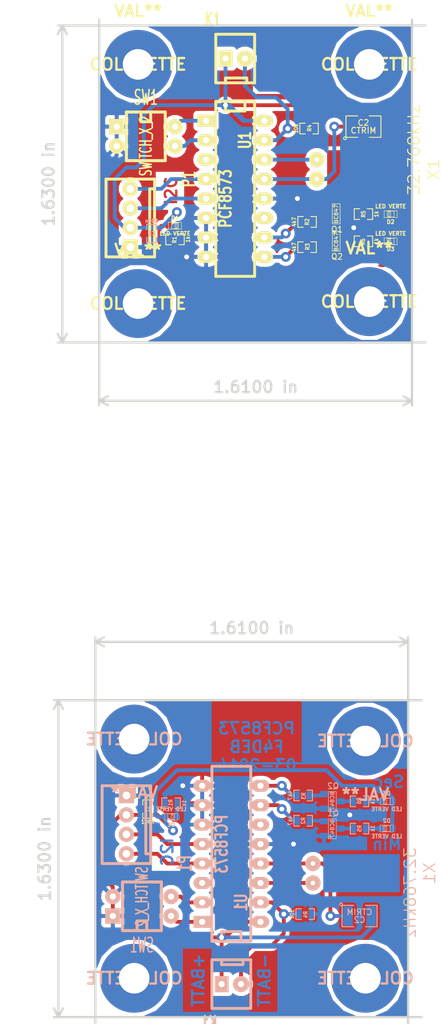
<source format=kicad_pcb>
(kicad_pcb (version 3) (host pcbnew "(2013-07-07 BZR 4022)-stable")

  (general
    (links 90)
    (no_connects 18)
    (area 23.750002 39.3446 81.851 175.0314)
    (thickness 1.6)
    (drawings 16)
    (tracks 264)
    (zones 0)
    (modules 44)
    (nets 19)
  )

  (page A4)
  (title_block 
    (title "PCF8573 BOARD")
    (rev V1-00)
    (company F4DEB)
    (comment 1 03-2014)
  )

  (layers
    (15 Dessus.Cu signal)
    (0 Dessous.Cu signal hide)
    (16 Dessous.Adhes user)
    (17 Dessus.Adhes user)
    (18 Dessous.Pate user)
    (19 Dessus.Pate user)
    (20 Dessous.SilkS user)
    (21 Dessus.SilkS user)
    (22 Dessous.Masque user)
    (23 Dessus.Masque user)
    (24 Dessin.User user)
    (25 Cmts.User user)
    (26 Eco1.User user)
    (27 Eco2.User user)
    (28 Contours.Ci user)
  )

  (setup
    (last_trace_width 0.5)
    (trace_clearance 0.254)
    (zone_clearance 0.508)
    (zone_45_only no)
    (trace_min 0.254)
    (segment_width 0.2)
    (edge_width 0.1)
    (via_size 1.3)
    (via_drill 0.635)
    (via_min_size 0.889)
    (via_min_drill 0.508)
    (uvia_size 0.508)
    (uvia_drill 0.127)
    (uvias_allowed no)
    (uvia_min_size 0.508)
    (uvia_min_drill 0.127)
    (pcb_text_width 0.3)
    (pcb_text_size 1.5 1.5)
    (mod_edge_width 0.15)
    (mod_text_size 1 1)
    (mod_text_width 0.15)
    (pad_size 2 2)
    (pad_drill 0.6)
    (pad_to_mask_clearance 0)
    (aux_axis_origin 0 0)
    (visible_elements 7FFFFFFF)
    (pcbplotparams
      (layerselection 3178497)
      (usegerberextensions true)
      (excludeedgelayer true)
      (linewidth 0.150000)
      (plotframeref false)
      (viasonmask false)
      (mode 1)
      (useauxorigin false)
      (hpglpennumber 1)
      (hpglpenspeed 20)
      (hpglpendiameter 15)
      (hpglpenoverlay 2)
      (psnegative false)
      (psa4output false)
      (plotreference true)
      (plotvalue true)
      (plotothertext true)
      (plotinvisibletext false)
      (padsonsilk false)
      (subtractmaskfromsilk false)
      (outputformat 1)
      (mirror false)
      (drillshape 1)
      (scaleselection 1)
      (outputdirectory ""))
  )

  (net 0 "")
  (net 1 +5VD)
  (net 2 GND)
  (net 3 N-0000010)
  (net 4 N-0000011)
  (net 5 N-0000012)
  (net 6 N-0000013)
  (net 7 N-0000014)
  (net 8 N-0000016)
  (net 9 N-0000017)
  (net 10 N-0000018)
  (net 11 N-0000019)
  (net 12 N-0000020)
  (net 13 N-000003)
  (net 14 N-000004)
  (net 15 N-000005)
  (net 16 N-000007)
  (net 17 N-000008)
  (net 18 N-000009)

  (net_class Default "Ceci est la Netclass par défaut"
    (clearance 0.254)
    (trace_width 0.5)
    (via_dia 1.3)
    (via_drill 0.635)
    (uvia_dia 0.508)
    (uvia_drill 0.127)
    (add_net "")
    (add_net +5VD)
    (add_net GND)
    (add_net N-0000010)
    (add_net N-0000011)
    (add_net N-0000012)
    (add_net N-0000013)
    (add_net N-0000014)
    (add_net N-0000016)
    (add_net N-0000017)
    (add_net N-0000018)
    (add_net N-0000019)
    (add_net N-0000020)
    (add_net N-000003)
    (add_net N-000004)
    (add_net N-000005)
    (add_net N-000007)
    (add_net N-000008)
    (add_net N-000009)
  )

  (module COLONETTE (layer Dessous.Cu) (tedit 4FCFB52D) (tstamp 5330A0D8)
    (at 71.882 135.89)
    (fp_text reference COLONETTE (at 0 0) (layer Dessous.SilkS)
      (effects (font (size 1.524 1.524) (thickness 0.3048)) (justify mirror))
    )
    (fp_text value VAL** (at 0 6.985) (layer Dessous.SilkS)
      (effects (font (size 1.524 1.524) (thickness 0.3048)) (justify mirror))
    )
    (pad 1 thru_hole circle (at 0 0) (size 8.99922 8.99922) (drill 4.0005)
      (layers *.Cu)
    )
    (model ../../git-f4deb-cen-electronic-library/wings/Colonette1.wrl
      (at (xyz 0 0 0))
      (scale (xyz 1 1 1))
      (rotate (xyz 0 0 0))
    )
  )

  (module COLONETTE (layer Dessous.Cu) (tedit 4FCFB52D) (tstamp 5330A0D4)
    (at 41.656 135.636)
    (fp_text reference COLONETTE (at 0 0) (layer Dessous.SilkS)
      (effects (font (size 1.524 1.524) (thickness 0.3048)) (justify mirror))
    )
    (fp_text value VAL** (at 0 6.985) (layer Dessous.SilkS)
      (effects (font (size 1.524 1.524) (thickness 0.3048)) (justify mirror))
    )
    (pad 1 thru_hole circle (at 0 0) (size 8.99922 8.99922) (drill 4.0005)
      (layers *.Cu)
    )
    (model ../../git-f4deb-cen-electronic-library/wings/Colonette1.wrl
      (at (xyz 0 0 0))
      (scale (xyz 1 1 1))
      (rotate (xyz 0 0 0))
    )
  )

  (module COLONETTE (layer Dessous.Cu) (tedit 4FCFB52D) (tstamp 5330A0D0)
    (at 71.882 166.878)
    (fp_text reference COLONETTE (at 0 0) (layer Dessous.SilkS)
      (effects (font (size 1.524 1.524) (thickness 0.3048)) (justify mirror))
    )
    (fp_text value VAL** (at 0 6.985) (layer Dessous.SilkS)
      (effects (font (size 1.524 1.524) (thickness 0.3048)) (justify mirror))
    )
    (pad 1 thru_hole circle (at 0 0) (size 8.99922 8.99922) (drill 4.0005)
      (layers *.Cu)
    )
    (model ../../git-f4deb-cen-electronic-library/wings/Colonette1.wrl
      (at (xyz 0 0 0))
      (scale (xyz 1 1 1))
      (rotate (xyz 0 0 0))
    )
  )

  (module COLONETTE (layer Dessous.Cu) (tedit 4FCFB52D) (tstamp 5330A0CC)
    (at 41.656 166.878)
    (fp_text reference COLONETTE (at 0 0) (layer Dessous.SilkS)
      (effects (font (size 1.524 1.524) (thickness 0.3048)) (justify mirror))
    )
    (fp_text value VAL** (at 0 6.985) (layer Dessous.SilkS)
      (effects (font (size 1.524 1.524) (thickness 0.3048)) (justify mirror))
    )
    (pad 1 thru_hole circle (at 0 0) (size 8.99922 8.99922) (drill 4.0005)
      (layers *.Cu)
    )
    (model ../../git-f4deb-cen-electronic-library/wings/Colonette1.wrl
      (at (xyz 0 0 0))
      (scale (xyz 1 1 1))
      (rotate (xyz 0 0 0))
    )
  )

  (module DIP-16__300_ELL (layer Dessous.Cu) (tedit 200000) (tstamp 5330A0B1)
    (at 54.356 150.622 90)
    (descr "16 pins DIL package, elliptical pads")
    (tags DIL)
    (path /532F3517)
    (fp_text reference U1 (at -6.35 1.27 90) (layer Dessous.SilkS)
      (effects (font (size 1.524 1.143) (thickness 0.3048)) (justify mirror))
    )
    (fp_text value PCF8573 (at 1.27 -1.27 90) (layer Dessous.SilkS)
      (effects (font (size 1.524 1.143) (thickness 0.3048)) (justify mirror))
    )
    (fp_line (start -11.43 1.27) (end -11.43 1.27) (layer Dessous.SilkS) (width 0.381))
    (fp_line (start -11.43 1.27) (end -10.16 1.27) (layer Dessous.SilkS) (width 0.381))
    (fp_line (start -10.16 1.27) (end -10.16 -1.27) (layer Dessous.SilkS) (width 0.381))
    (fp_line (start -10.16 -1.27) (end -11.43 -1.27) (layer Dessous.SilkS) (width 0.381))
    (fp_line (start -11.43 2.54) (end 11.43 2.54) (layer Dessous.SilkS) (width 0.381))
    (fp_line (start 11.43 2.54) (end 11.43 -2.54) (layer Dessous.SilkS) (width 0.381))
    (fp_line (start 11.43 -2.54) (end -11.43 -2.54) (layer Dessous.SilkS) (width 0.381))
    (fp_line (start -11.43 -2.54) (end -11.43 2.54) (layer Dessous.SilkS) (width 0.381))
    (pad 1 thru_hole rect (at -8.89 -3.81 90) (size 1.5748 2.286) (drill 0.8128)
      (layers *.Cu *.Mask Dessous.SilkS)
      (net 4 N-0000011)
    )
    (pad 2 thru_hole oval (at -6.35 -3.81 90) (size 1.5748 2.286) (drill 0.8128)
      (layers *.Cu *.Mask Dessous.SilkS)
      (net 5 N-0000012)
    )
    (pad 3 thru_hole oval (at -3.81 -3.81 90) (size 1.5748 2.286) (drill 0.8128)
      (layers *.Cu *.Mask Dessous.SilkS)
    )
    (pad 4 thru_hole oval (at -1.27 -3.81 90) (size 1.5748 2.286) (drill 0.8128)
      (layers *.Cu *.Mask Dessous.SilkS)
      (net 18 N-000009)
    )
    (pad 5 thru_hole oval (at 1.27 -3.81 90) (size 1.5748 2.286) (drill 0.8128)
      (layers *.Cu *.Mask Dessous.SilkS)
      (net 3 N-0000010)
    )
    (pad 6 thru_hole oval (at 3.81 -3.81 90) (size 1.5748 2.286) (drill 0.8128)
      (layers *.Cu *.Mask Dessous.SilkS)
      (net 2 GND)
    )
    (pad 7 thru_hole oval (at 6.35 -3.81 90) (size 1.5748 2.286) (drill 0.8128)
      (layers *.Cu *.Mask Dessous.SilkS)
      (net 2 GND)
    )
    (pad 8 thru_hole oval (at 8.89 -3.81 90) (size 1.5748 2.286) (drill 0.8128)
      (layers *.Cu *.Mask Dessous.SilkS)
      (net 2 GND)
    )
    (pad 9 thru_hole oval (at 8.89 3.81 90) (size 1.5748 2.286) (drill 0.8128)
      (layers *.Cu *.Mask Dessous.SilkS)
      (net 6 N-0000013)
    )
    (pad 10 thru_hole oval (at 6.35 3.81 90) (size 1.5748 2.286) (drill 0.8128)
      (layers *.Cu *.Mask Dessous.SilkS)
      (net 7 N-0000014)
    )
    (pad 11 thru_hole oval (at 3.81 3.81 90) (size 1.5748 2.286) (drill 0.8128)
      (layers *.Cu *.Mask Dessous.SilkS)
    )
    (pad 12 thru_hole oval (at 1.27 3.81 90) (size 1.5748 2.286) (drill 0.8128)
      (layers *.Cu *.Mask Dessous.SilkS)
      (net 2 GND)
    )
    (pad 13 thru_hole oval (at -1.27 3.81 90) (size 1.5748 2.286) (drill 0.8128)
      (layers *.Cu *.Mask Dessous.SilkS)
      (net 14 N-000004)
    )
    (pad 14 thru_hole oval (at -3.81 3.81 90) (size 1.5748 2.286) (drill 0.8128)
      (layers *.Cu *.Mask Dessous.SilkS)
      (net 13 N-000003)
    )
    (pad 15 thru_hole oval (at -6.35 3.81 90) (size 1.5748 2.286) (drill 0.8128)
      (layers *.Cu *.Mask Dessous.SilkS)
      (net 15 N-000005)
    )
    (pad 16 thru_hole oval (at -8.89 3.81 90) (size 1.5748 2.286) (drill 0.8128)
      (layers *.Cu *.Mask Dessous.SilkS)
      (net 1 +5VD)
    )
    (model dil/dil_16.wrl
      (at (xyz 0 0 0))
      (scale (xyz 1 1 1))
      (rotate (xyz 0 0 0))
    )
  )

  (module DIP-4__300 (layer Dessous.Cu) (tedit 53309F75) (tstamp 5330A0A1)
    (at 42.672 156.21 90)
    (descr "6 pins DIL package, round pads")
    (tags DIL)
    (path /532F3CEF)
    (fp_text reference SW1 (at -6.35 0 360) (layer Dessous.SilkS)
      (effects (font (size 1.905 1.016) (thickness 0.2032)) (justify mirror))
    )
    (fp_text value SWITCH_X_2 (at 0 0 90) (layer Dessous.SilkS)
      (effects (font (size 1.524 0.889) (thickness 0.2032)) (justify mirror))
    )
    (fp_line (start -4.445 -2.54) (end -4.445 2.54) (layer Dessous.SilkS) (width 0.4))
    (fp_line (start -4.445 -2.54) (end 1.905 -2.54) (layer Dessous.SilkS) (width 0.4))
    (fp_line (start 1.905 -2.54) (end 1.905 2.54) (layer Dessous.SilkS) (width 0.4))
    (fp_line (start -4.445 2.54) (end 1.905 2.54) (layer Dessous.SilkS) (width 0.4))
    (fp_line (start 1.905 2.54) (end 1.905 -2.54) (layer Dessous.SilkS) (width 0.381))
    (fp_line (start -4.445 -2.54) (end -4.445 2.54) (layer Dessous.SilkS) (width 0.381))
    (fp_line (start -4.445 0.635) (end -3.175 0.635) (layer Dessous.SilkS) (width 0.381))
    (fp_line (start -3.175 0.635) (end -3.175 -0.635) (layer Dessous.SilkS) (width 0.381))
    (fp_line (start -3.175 -0.635) (end -4.445 -0.635) (layer Dessous.SilkS) (width 0.381))
    (pad 1 thru_hole rect (at -2.54 -3.81 90) (size 2 2) (drill 0.8128)
      (layers *.Cu *.Mask Dessous.SilkS)
      (net 2 GND)
    )
    (pad 2 thru_hole circle (at 0 -3.81 90) (size 2 2) (drill 0.8128)
      (layers *.Cu *.Mask Dessous.SilkS)
      (net 2 GND)
    )
    (pad 3 thru_hole circle (at 0 3.81 90) (size 2 2) (drill 0.8128)
      (layers *.Cu *.Mask Dessous.SilkS)
      (net 5 N-0000012)
    )
    (pad 4 thru_hole circle (at -2.54 3.81 90) (size 2 2) (drill 0.8128)
      (layers *.Cu *.Mask Dessous.SilkS)
      (net 4 N-0000011)
    )
    (model ../../git-f4deb-cen-electronic-library/wings/dips-ds02.wrl
      (at (xyz 0 0 0))
      (scale (xyz 1 1 1))
      (rotate (xyz 0 0 0))
    )
  )

  (module KK-2 (layer Dessous.Cu) (tedit 4B844130) (tstamp 5330A094)
    (at 55.626 167.64 180)
    (descr "Connecteur 4 pibs")
    (tags "CONN DEV")
    (path /532F400B)
    (fp_text reference K1 (at 4.191 -5.08 180) (layer Dessous.SilkS)
      (effects (font (size 1.73482 1.08712) (thickness 0.27178)) (justify mirror))
    )
    (fp_text value CONN_2 (at -5.08 5.08 180) (layer Dessous.SilkS) hide
      (effects (font (size 1.524 1.016) (thickness 0.3048)) (justify mirror))
    )
    (fp_line (start -0.254 2.54) (end -0.254 3.048) (layer Dessous.SilkS) (width 0.381))
    (fp_line (start -1.27 3.175) (end 3.81 3.175) (layer Dessous.SilkS) (width 0.381))
    (fp_line (start -1.27 3.175) (end -1.27 -3.175) (layer Dessous.SilkS) (width 0.381))
    (fp_line (start -1.27 -3.175) (end 3.175 -3.175) (layer Dessous.SilkS) (width 0.381))
    (fp_line (start 3.175 -3.175) (end 3.81 -3.175) (layer Dessous.SilkS) (width 0.381))
    (fp_line (start 2.54 2.54) (end -0.254 2.54) (layer Dessous.SilkS) (width 0.381))
    (fp_line (start 2.54 2.54) (end 2.54 3.175) (layer Dessous.SilkS) (width 0.381))
    (fp_line (start 3.81 3.175) (end 3.81 -3.175) (layer Dessous.SilkS) (width 0.381))
    (pad 1 thru_hole rect (at 2.54 0 180) (size 1.80086 2.10058) (drill 0.8001)
      (layers *.Cu *.Mask Dessous.SilkS)
      (net 1 +5VD)
    )
    (pad 2 thru_hole circle (at 0 0 180) (size 2.10058 2.10058) (drill 0.8001)
      (layers *.Cu *.Mask Dessous.SilkS)
      (net 15 N-000005)
    )
    (model ../../git-f4deb-cen-electronic-library/wings/KK-2.wrl
      (at (xyz 0 0 0))
      (scale (xyz 1 1 1))
      (rotate (xyz 0 0 0))
    )
  )

  (module KK-4 (layer Dessous.Cu) (tedit 53309F7B) (tstamp 5330A086)
    (at 40.64 150.622 90)
    (descr "Connecteur 4 pibs")
    (tags "CONN DEV")
    (path /532F274C)
    (fp_text reference P1 (at -1.27 7.62 90) (layer Dessous.SilkS)
      (effects (font (size 1.73482 1.08712) (thickness 0.27178)) (justify mirror))
    )
    (fp_text value CONN_4 (at -5.08 5.08 90) (layer Dessous.SilkS) hide
      (effects (font (size 1.524 1.016) (thickness 0.3048)) (justify mirror))
    )
    (fp_line (start 7.62 3.175) (end 7.62 2.54) (layer Dessous.SilkS) (width 0.381))
    (fp_line (start 7.62 2.54) (end 0 2.54) (layer Dessous.SilkS) (width 0.381))
    (fp_line (start 0 2.54) (end 0 3.175) (layer Dessous.SilkS) (width 0.381))
    (fp_line (start -1.27 -3.175) (end 8.89 -3.175) (layer Dessous.SilkS) (width 0.381))
    (fp_line (start 8.89 -3.175) (end 8.89 3.175) (layer Dessous.SilkS) (width 0.381))
    (fp_line (start 8.89 3.175) (end -1.27 3.175) (layer Dessous.SilkS) (width 0.381))
    (fp_line (start -1.27 3.175) (end -1.27 -3.175) (layer Dessous.SilkS) (width 0.381))
    (pad 1 thru_hole rect (at 7.62 0 90) (size 1.99898 1.99898) (drill 1.00076)
      (layers *.Cu *.Mask Dessous.SilkS)
      (net 2 GND)
    )
    (pad 2 thru_hole circle (at 5.08 0 90) (size 1.99898 1.99898) (drill 1.00076)
      (layers *.Cu *.Mask Dessous.SilkS)
      (net 1 +5VD)
    )
    (pad 3 thru_hole circle (at 2.54 0 90) (size 1.99898 1.99898) (drill 1.00076)
      (layers *.Cu *.Mask Dessous.SilkS)
      (net 3 N-0000010)
    )
    (pad 4 thru_hole circle (at 0 0 90) (size 1.99898 1.99898) (drill 1.00076)
      (layers *.Cu *.Mask Dessous.SilkS)
      (net 18 N-000009)
    )
    (model ../../git-f4deb-cen-electronic-library/wings/KK-4.wrl
      (at (xyz 0 0 0))
      (scale (xyz 1 1 1))
      (rotate (xyz 0 0 0))
    )
  )

  (module LED-0603 (layer Dessous.Cu) (tedit 4E16AFB4) (tstamp 5330A06B)
    (at 74.676 143.764 180)
    (descr "LED 0603 smd package")
    (tags "LED led 0603 SMD smd SMT smt smdled SMDLED smtled SMTLED")
    (path /532F3E89)
    (attr smd)
    (fp_text reference D3 (at 0 1.016 180) (layer Dessous.SilkS)
      (effects (font (size 0.508 0.508) (thickness 0.127)) (justify mirror))
    )
    (fp_text value "LED VERTE" (at 0 -1.016 180) (layer Dessous.SilkS)
      (effects (font (size 0.508 0.508) (thickness 0.127)) (justify mirror))
    )
    (fp_line (start 0.44958 0.44958) (end 0.44958 -0.44958) (layer Dessous.SilkS) (width 0.06604))
    (fp_line (start 0.44958 -0.44958) (end 0.84836 -0.44958) (layer Dessous.SilkS) (width 0.06604))
    (fp_line (start 0.84836 0.44958) (end 0.84836 -0.44958) (layer Dessous.SilkS) (width 0.06604))
    (fp_line (start 0.44958 0.44958) (end 0.84836 0.44958) (layer Dessous.SilkS) (width 0.06604))
    (fp_line (start -0.84836 0.44958) (end -0.84836 -0.44958) (layer Dessous.SilkS) (width 0.06604))
    (fp_line (start -0.84836 -0.44958) (end -0.44958 -0.44958) (layer Dessous.SilkS) (width 0.06604))
    (fp_line (start -0.44958 0.44958) (end -0.44958 -0.44958) (layer Dessous.SilkS) (width 0.06604))
    (fp_line (start -0.84836 0.44958) (end -0.44958 0.44958) (layer Dessous.SilkS) (width 0.06604))
    (fp_line (start 0 0.44958) (end 0 0.29972) (layer Dessous.SilkS) (width 0.06604))
    (fp_line (start 0 0.29972) (end 0.29972 0.29972) (layer Dessous.SilkS) (width 0.06604))
    (fp_line (start 0.29972 0.44958) (end 0.29972 0.29972) (layer Dessous.SilkS) (width 0.06604))
    (fp_line (start 0 0.44958) (end 0.29972 0.44958) (layer Dessous.SilkS) (width 0.06604))
    (fp_line (start 0 -0.29972) (end 0 -0.44958) (layer Dessous.SilkS) (width 0.06604))
    (fp_line (start 0 -0.44958) (end 0.29972 -0.44958) (layer Dessous.SilkS) (width 0.06604))
    (fp_line (start 0.29972 -0.29972) (end 0.29972 -0.44958) (layer Dessous.SilkS) (width 0.06604))
    (fp_line (start 0 -0.29972) (end 0.29972 -0.29972) (layer Dessous.SilkS) (width 0.06604))
    (fp_line (start 0 0.14986) (end 0 -0.14986) (layer Dessous.SilkS) (width 0.06604))
    (fp_line (start 0 -0.14986) (end 0.29972 -0.14986) (layer Dessous.SilkS) (width 0.06604))
    (fp_line (start 0.29972 0.14986) (end 0.29972 -0.14986) (layer Dessous.SilkS) (width 0.06604))
    (fp_line (start 0 0.14986) (end 0.29972 0.14986) (layer Dessous.SilkS) (width 0.06604))
    (fp_line (start 0.44958 0.39878) (end -0.44958 0.39878) (layer Dessous.SilkS) (width 0.1016))
    (fp_line (start 0.44958 -0.39878) (end -0.44958 -0.39878) (layer Dessous.SilkS) (width 0.1016))
    (pad 1 smd rect (at -0.7493 0 180) (size 0.79756 0.79756)
      (layers Dessous.Cu Dessous.Pate Dessous.Masque)
      (net 1 +5VD)
    )
    (pad 2 smd rect (at 0.7493 0 180) (size 0.79756 0.79756)
      (layers Dessous.Cu Dessous.Pate Dessous.Masque)
      (net 10 N-0000018)
    )
    (model ../../git-f4deb-cen-electronic-library/wings/LED_0603_JAUNE.wrl
      (at (xyz 0 0 0))
      (scale (xyz 1 1 1))
      (rotate (xyz 0 0 0))
    )
  )

  (module LED-0603 (layer Dessous.Cu) (tedit 4E16AFB4) (tstamp 5330A050)
    (at 46.482 145.796)
    (descr "LED 0603 smd package")
    (tags "LED led 0603 SMD smd SMT smt smdled SMDLED smtled SMTLED")
    (path /532F435C)
    (attr smd)
    (fp_text reference D1 (at 0 1.016) (layer Dessous.SilkS)
      (effects (font (size 0.508 0.508) (thickness 0.127)) (justify mirror))
    )
    (fp_text value "LED VERTE" (at 0 -1.016) (layer Dessous.SilkS)
      (effects (font (size 0.508 0.508) (thickness 0.127)) (justify mirror))
    )
    (fp_line (start 0.44958 0.44958) (end 0.44958 -0.44958) (layer Dessous.SilkS) (width 0.06604))
    (fp_line (start 0.44958 -0.44958) (end 0.84836 -0.44958) (layer Dessous.SilkS) (width 0.06604))
    (fp_line (start 0.84836 0.44958) (end 0.84836 -0.44958) (layer Dessous.SilkS) (width 0.06604))
    (fp_line (start 0.44958 0.44958) (end 0.84836 0.44958) (layer Dessous.SilkS) (width 0.06604))
    (fp_line (start -0.84836 0.44958) (end -0.84836 -0.44958) (layer Dessous.SilkS) (width 0.06604))
    (fp_line (start -0.84836 -0.44958) (end -0.44958 -0.44958) (layer Dessous.SilkS) (width 0.06604))
    (fp_line (start -0.44958 0.44958) (end -0.44958 -0.44958) (layer Dessous.SilkS) (width 0.06604))
    (fp_line (start -0.84836 0.44958) (end -0.44958 0.44958) (layer Dessous.SilkS) (width 0.06604))
    (fp_line (start 0 0.44958) (end 0 0.29972) (layer Dessous.SilkS) (width 0.06604))
    (fp_line (start 0 0.29972) (end 0.29972 0.29972) (layer Dessous.SilkS) (width 0.06604))
    (fp_line (start 0.29972 0.44958) (end 0.29972 0.29972) (layer Dessous.SilkS) (width 0.06604))
    (fp_line (start 0 0.44958) (end 0.29972 0.44958) (layer Dessous.SilkS) (width 0.06604))
    (fp_line (start 0 -0.29972) (end 0 -0.44958) (layer Dessous.SilkS) (width 0.06604))
    (fp_line (start 0 -0.44958) (end 0.29972 -0.44958) (layer Dessous.SilkS) (width 0.06604))
    (fp_line (start 0.29972 -0.29972) (end 0.29972 -0.44958) (layer Dessous.SilkS) (width 0.06604))
    (fp_line (start 0 -0.29972) (end 0.29972 -0.29972) (layer Dessous.SilkS) (width 0.06604))
    (fp_line (start 0 0.14986) (end 0 -0.14986) (layer Dessous.SilkS) (width 0.06604))
    (fp_line (start 0 -0.14986) (end 0.29972 -0.14986) (layer Dessous.SilkS) (width 0.06604))
    (fp_line (start 0.29972 0.14986) (end 0.29972 -0.14986) (layer Dessous.SilkS) (width 0.06604))
    (fp_line (start 0 0.14986) (end 0.29972 0.14986) (layer Dessous.SilkS) (width 0.06604))
    (fp_line (start 0.44958 0.39878) (end -0.44958 0.39878) (layer Dessous.SilkS) (width 0.1016))
    (fp_line (start 0.44958 -0.39878) (end -0.44958 -0.39878) (layer Dessous.SilkS) (width 0.1016))
    (pad 1 smd rect (at -0.7493 0) (size 0.79756 0.79756)
      (layers Dessous.Cu Dessous.Pate Dessous.Masque)
      (net 1 +5VD)
    )
    (pad 2 smd rect (at 0.7493 0) (size 0.79756 0.79756)
      (layers Dessous.Cu Dessous.Pate Dessous.Masque)
      (net 16 N-000007)
    )
    (model ../../git-f4deb-cen-electronic-library/wings/LED_0603_VERT.wrl
      (at (xyz 0 0 0))
      (scale (xyz 1 1 1))
      (rotate (xyz 0 0 0))
    )
  )

  (module LED-0603 (layer Dessous.Cu) (tedit 4E16AFB4) (tstamp 5330A035)
    (at 74.676 147.32 180)
    (descr "LED 0603 smd package")
    (tags "LED led 0603 SMD smd SMT smt smdled SMDLED smtled SMTLED")
    (path /532F3E7A)
    (attr smd)
    (fp_text reference D2 (at 0 1.016 180) (layer Dessous.SilkS)
      (effects (font (size 0.508 0.508) (thickness 0.127)) (justify mirror))
    )
    (fp_text value "LED VERTE" (at 0 -1.016 180) (layer Dessous.SilkS)
      (effects (font (size 0.508 0.508) (thickness 0.127)) (justify mirror))
    )
    (fp_line (start 0.44958 0.44958) (end 0.44958 -0.44958) (layer Dessous.SilkS) (width 0.06604))
    (fp_line (start 0.44958 -0.44958) (end 0.84836 -0.44958) (layer Dessous.SilkS) (width 0.06604))
    (fp_line (start 0.84836 0.44958) (end 0.84836 -0.44958) (layer Dessous.SilkS) (width 0.06604))
    (fp_line (start 0.44958 0.44958) (end 0.84836 0.44958) (layer Dessous.SilkS) (width 0.06604))
    (fp_line (start -0.84836 0.44958) (end -0.84836 -0.44958) (layer Dessous.SilkS) (width 0.06604))
    (fp_line (start -0.84836 -0.44958) (end -0.44958 -0.44958) (layer Dessous.SilkS) (width 0.06604))
    (fp_line (start -0.44958 0.44958) (end -0.44958 -0.44958) (layer Dessous.SilkS) (width 0.06604))
    (fp_line (start -0.84836 0.44958) (end -0.44958 0.44958) (layer Dessous.SilkS) (width 0.06604))
    (fp_line (start 0 0.44958) (end 0 0.29972) (layer Dessous.SilkS) (width 0.06604))
    (fp_line (start 0 0.29972) (end 0.29972 0.29972) (layer Dessous.SilkS) (width 0.06604))
    (fp_line (start 0.29972 0.44958) (end 0.29972 0.29972) (layer Dessous.SilkS) (width 0.06604))
    (fp_line (start 0 0.44958) (end 0.29972 0.44958) (layer Dessous.SilkS) (width 0.06604))
    (fp_line (start 0 -0.29972) (end 0 -0.44958) (layer Dessous.SilkS) (width 0.06604))
    (fp_line (start 0 -0.44958) (end 0.29972 -0.44958) (layer Dessous.SilkS) (width 0.06604))
    (fp_line (start 0.29972 -0.29972) (end 0.29972 -0.44958) (layer Dessous.SilkS) (width 0.06604))
    (fp_line (start 0 -0.29972) (end 0.29972 -0.29972) (layer Dessous.SilkS) (width 0.06604))
    (fp_line (start 0 0.14986) (end 0 -0.14986) (layer Dessous.SilkS) (width 0.06604))
    (fp_line (start 0 -0.14986) (end 0.29972 -0.14986) (layer Dessous.SilkS) (width 0.06604))
    (fp_line (start 0.29972 0.14986) (end 0.29972 -0.14986) (layer Dessous.SilkS) (width 0.06604))
    (fp_line (start 0 0.14986) (end 0.29972 0.14986) (layer Dessous.SilkS) (width 0.06604))
    (fp_line (start 0.44958 0.39878) (end -0.44958 0.39878) (layer Dessous.SilkS) (width 0.1016))
    (fp_line (start 0.44958 -0.39878) (end -0.44958 -0.39878) (layer Dessous.SilkS) (width 0.1016))
    (pad 1 smd rect (at -0.7493 0 180) (size 0.79756 0.79756)
      (layers Dessous.Cu Dessous.Pate Dessous.Masque)
      (net 1 +5VD)
    )
    (pad 2 smd rect (at 0.7493 0 180) (size 0.79756 0.79756)
      (layers Dessous.Cu Dessous.Pate Dessous.Masque)
      (net 9 N-0000017)
    )
    (model ../../git-f4deb-cen-electronic-library/wings/LED_0603_JAUNE.wrl
      (at (xyz 0 0 0))
      (scale (xyz 1 1 1))
      (rotate (xyz 0 0 0))
    )
  )

  (module QTZ32KHZ (layer Dessous.Cu) (tedit 53309F89) (tstamp 5330A02F)
    (at 67.564 154.432 90)
    (path /532F4175)
    (fp_text reference X1 (at 1.27 12.7 90) (layer Dessous.SilkS)
      (effects (font (size 1.5 1.5) (thickness 0.15)) (justify mirror))
    )
    (fp_text value 32.768kHz (at -1.27 10.16 90) (layer Dessous.SilkS)
      (effects (font (size 1.5 1.5) (thickness 0.15)) (justify mirror))
    )
    (pad 1 thru_hole circle (at 0 -2.54 90) (size 2 2) (drill 0.6)
      (layers *.Cu *.Mask Dessous.SilkS)
      (net 13 N-000003)
    )
    (pad 2 thru_hole circle (at 2.54 -2.54 90) (size 2 2) (drill 0.6)
      (layers *.Cu *.Mask Dessous.SilkS)
      (net 14 N-000004)
    )
    (pad 3 smd rect (at 1.27 3.81 90) (size 5 10)
      (layers Dessous.Cu Dessous.Pate Dessous.Masque)
    )
  )

  (module SM0603_Capa (layer Dessus.Cu) (tedit 5051B1EC) (tstamp 5330A024)
    (at 43.434 144.78 90)
    (path /532F443D)
    (attr smd)
    (fp_text reference C1 (at 0 0 180) (layer Dessus.SilkS)
      (effects (font (size 0.508 0.4572) (thickness 0.1143)))
    )
    (fp_text value 100n (at -1.651 0 180) (layer Dessus.SilkS)
      (effects (font (size 0.508 0.4572) (thickness 0.1143)))
    )
    (fp_line (start 0.50038 0.65024) (end 1.19888 0.65024) (layer Dessus.SilkS) (width 0.11938))
    (fp_line (start -0.50038 0.65024) (end -1.19888 0.65024) (layer Dessus.SilkS) (width 0.11938))
    (fp_line (start 0.50038 -0.65024) (end 1.19888 -0.65024) (layer Dessus.SilkS) (width 0.11938))
    (fp_line (start -1.19888 -0.65024) (end -0.50038 -0.65024) (layer Dessus.SilkS) (width 0.11938))
    (fp_line (start 1.19888 -0.635) (end 1.19888 0.635) (layer Dessus.SilkS) (width 0.11938))
    (fp_line (start -1.19888 0.635) (end -1.19888 -0.635) (layer Dessus.SilkS) (width 0.11938))
    (pad 1 smd rect (at -0.762 0 90) (size 0.635 1.143)
      (layers Dessus.Cu Dessus.Pate Dessus.Masque)
      (net 1 +5VD)
    )
    (pad 2 smd rect (at 0.762 0 90) (size 0.635 1.143)
      (layers Dessus.Cu Dessus.Pate Dessus.Masque)
      (net 2 GND)
    )
    (model smd\capacitors\C0603.wrl
      (at (xyz 0 0 0.001))
      (scale (xyz 0.5 0.5 0.5))
      (rotate (xyz 0 0 0))
    )
  )

  (module SM0603_Resistor (layer Dessous.Cu) (tedit 5051B21B) (tstamp 5330A019)
    (at 64.008 158.496)
    (path /532F3FF1)
    (attr smd)
    (fp_text reference R4 (at 0.0635 0.0635 270) (layer Dessous.SilkS)
      (effects (font (size 0.50038 0.4572) (thickness 0.1143)) (justify mirror))
    )
    (fp_text value 10k (at -1.69926 0 270) (layer Dessous.SilkS)
      (effects (font (size 0.508 0.4572) (thickness 0.1143)) (justify mirror))
    )
    (fp_line (start -0.50038 0.6985) (end -1.2065 0.6985) (layer Dessous.SilkS) (width 0.127))
    (fp_line (start -1.2065 0.6985) (end -1.2065 -0.6985) (layer Dessous.SilkS) (width 0.127))
    (fp_line (start -1.2065 -0.6985) (end -0.50038 -0.6985) (layer Dessous.SilkS) (width 0.127))
    (fp_line (start 1.2065 0.6985) (end 0.50038 0.6985) (layer Dessous.SilkS) (width 0.127))
    (fp_line (start 1.2065 0.6985) (end 1.2065 -0.6985) (layer Dessous.SilkS) (width 0.127))
    (fp_line (start 1.2065 -0.6985) (end 0.50038 -0.6985) (layer Dessous.SilkS) (width 0.127))
    (pad 1 smd rect (at -0.762 0) (size 0.635 1.143)
      (layers Dessous.Cu Dessous.Pate Dessous.Masque)
      (net 15 N-000005)
    )
    (pad 2 smd rect (at 0.762 0) (size 0.635 1.143)
      (layers Dessous.Cu Dessous.Pate Dessous.Masque)
      (net 2 GND)
    )
    (model smd\resistors\R0603.wrl
      (at (xyz 0 0 0.001))
      (scale (xyz 0.5 0.5 0.5))
      (rotate (xyz 0 0 0))
    )
  )

  (module SM0603_Resistor (layer Dessous.Cu) (tedit 5051B21B) (tstamp 5330A00E)
    (at 46.482 144.018 180)
    (path /532F4343)
    (attr smd)
    (fp_text reference R1 (at 0.0635 0.0635 450) (layer Dessous.SilkS)
      (effects (font (size 0.50038 0.4572) (thickness 0.1143)) (justify mirror))
    )
    (fp_text value 1k (at -1.69926 0 450) (layer Dessous.SilkS)
      (effects (font (size 0.508 0.4572) (thickness 0.1143)) (justify mirror))
    )
    (fp_line (start -0.50038 0.6985) (end -1.2065 0.6985) (layer Dessous.SilkS) (width 0.127))
    (fp_line (start -1.2065 0.6985) (end -1.2065 -0.6985) (layer Dessous.SilkS) (width 0.127))
    (fp_line (start -1.2065 -0.6985) (end -0.50038 -0.6985) (layer Dessous.SilkS) (width 0.127))
    (fp_line (start 1.2065 0.6985) (end 0.50038 0.6985) (layer Dessous.SilkS) (width 0.127))
    (fp_line (start 1.2065 0.6985) (end 1.2065 -0.6985) (layer Dessous.SilkS) (width 0.127))
    (fp_line (start 1.2065 -0.6985) (end 0.50038 -0.6985) (layer Dessous.SilkS) (width 0.127))
    (pad 1 smd rect (at -0.762 0 180) (size 0.635 1.143)
      (layers Dessous.Cu Dessous.Pate Dessous.Masque)
      (net 16 N-000007)
    )
    (pad 2 smd rect (at 0.762 0 180) (size 0.635 1.143)
      (layers Dessous.Cu Dessous.Pate Dessous.Masque)
      (net 2 GND)
    )
    (model smd\resistors\R0603.wrl
      (at (xyz 0 0 0.001))
      (scale (xyz 0.5 0.5 0.5))
      (rotate (xyz 0 0 0))
    )
  )

  (module SM0603_Resistor (layer Dessous.Cu) (tedit 5051B21B) (tstamp 5330A003)
    (at 71.12 143.764 180)
    (path /532F3E6B)
    (attr smd)
    (fp_text reference R6 (at 0.0635 0.0635 450) (layer Dessous.SilkS)
      (effects (font (size 0.50038 0.4572) (thickness 0.1143)) (justify mirror))
    )
    (fp_text value 1k (at -1.69926 0 450) (layer Dessous.SilkS)
      (effects (font (size 0.508 0.4572) (thickness 0.1143)) (justify mirror))
    )
    (fp_line (start -0.50038 0.6985) (end -1.2065 0.6985) (layer Dessous.SilkS) (width 0.127))
    (fp_line (start -1.2065 0.6985) (end -1.2065 -0.6985) (layer Dessous.SilkS) (width 0.127))
    (fp_line (start -1.2065 -0.6985) (end -0.50038 -0.6985) (layer Dessous.SilkS) (width 0.127))
    (fp_line (start 1.2065 0.6985) (end 0.50038 0.6985) (layer Dessous.SilkS) (width 0.127))
    (fp_line (start 1.2065 0.6985) (end 1.2065 -0.6985) (layer Dessous.SilkS) (width 0.127))
    (fp_line (start 1.2065 -0.6985) (end 0.50038 -0.6985) (layer Dessous.SilkS) (width 0.127))
    (pad 1 smd rect (at -0.762 0 180) (size 0.635 1.143)
      (layers Dessous.Cu Dessous.Pate Dessous.Masque)
      (net 10 N-0000018)
    )
    (pad 2 smd rect (at 0.762 0 180) (size 0.635 1.143)
      (layers Dessous.Cu Dessous.Pate Dessous.Masque)
      (net 17 N-000008)
    )
    (model smd\resistors\R0603.wrl
      (at (xyz 0 0 0.001))
      (scale (xyz 0.5 0.5 0.5))
      (rotate (xyz 0 0 0))
    )
  )

  (module SM0603_Resistor (layer Dessous.Cu) (tedit 532F511E) (tstamp 53309FF8)
    (at 71.12 147.32 180)
    (path /532F3E52)
    (attr smd)
    (fp_text reference R5 (at 0 0 450) (layer Dessous.SilkS)
      (effects (font (size 0.50038 0.4572) (thickness 0.1143)) (justify mirror))
    )
    (fp_text value 1k (at -1.69926 0 450) (layer Dessous.SilkS)
      (effects (font (size 0.508 0.4572) (thickness 0.1143)) (justify mirror))
    )
    (fp_line (start -0.50038 0.6985) (end -1.2065 0.6985) (layer Dessous.SilkS) (width 0.127))
    (fp_line (start -1.2065 0.6985) (end -1.2065 -0.6985) (layer Dessous.SilkS) (width 0.127))
    (fp_line (start -1.2065 -0.6985) (end -0.50038 -0.6985) (layer Dessous.SilkS) (width 0.127))
    (fp_line (start 1.2065 0.6985) (end 0.50038 0.6985) (layer Dessous.SilkS) (width 0.127))
    (fp_line (start 1.2065 0.6985) (end 1.2065 -0.6985) (layer Dessous.SilkS) (width 0.127))
    (fp_line (start 1.2065 -0.6985) (end 0.50038 -0.6985) (layer Dessous.SilkS) (width 0.127))
    (pad 1 smd rect (at -0.762 0 180) (size 0.635 1.143)
      (layers Dessous.Cu Dessous.Pate Dessous.Masque)
      (net 9 N-0000017)
    )
    (pad 2 smd rect (at 0.762 0 180) (size 0.635 1.143)
      (layers Dessous.Cu Dessous.Pate Dessous.Masque)
      (net 8 N-0000016)
    )
    (model smd\resistors\R0603.wrl
      (at (xyz 0 0 0.001))
      (scale (xyz 0.5 0.5 0.5))
      (rotate (xyz 0 0 0))
    )
  )

  (module SM0603_Resistor (layer Dessous.Cu) (tedit 5051B21B) (tstamp 53309FED)
    (at 63.754 143.002)
    (path /532F3D77)
    (attr smd)
    (fp_text reference R3 (at 0.0635 0.0635 270) (layer Dessous.SilkS)
      (effects (font (size 0.50038 0.4572) (thickness 0.1143)) (justify mirror))
    )
    (fp_text value 4k7 (at -1.69926 0 270) (layer Dessous.SilkS)
      (effects (font (size 0.508 0.4572) (thickness 0.1143)) (justify mirror))
    )
    (fp_line (start -0.50038 0.6985) (end -1.2065 0.6985) (layer Dessous.SilkS) (width 0.127))
    (fp_line (start -1.2065 0.6985) (end -1.2065 -0.6985) (layer Dessous.SilkS) (width 0.127))
    (fp_line (start -1.2065 -0.6985) (end -0.50038 -0.6985) (layer Dessous.SilkS) (width 0.127))
    (fp_line (start 1.2065 0.6985) (end 0.50038 0.6985) (layer Dessous.SilkS) (width 0.127))
    (fp_line (start 1.2065 0.6985) (end 1.2065 -0.6985) (layer Dessous.SilkS) (width 0.127))
    (fp_line (start 1.2065 -0.6985) (end 0.50038 -0.6985) (layer Dessous.SilkS) (width 0.127))
    (pad 1 smd rect (at -0.762 0) (size 0.635 1.143)
      (layers Dessous.Cu Dessous.Pate Dessous.Masque)
      (net 6 N-0000013)
    )
    (pad 2 smd rect (at 0.762 0) (size 0.635 1.143)
      (layers Dessous.Cu Dessous.Pate Dessous.Masque)
      (net 12 N-0000020)
    )
    (model smd\resistors\R0603.wrl
      (at (xyz 0 0 0.001))
      (scale (xyz 0.5 0.5 0.5))
      (rotate (xyz 0 0 0))
    )
  )

  (module SM0603_Resistor (layer Dessous.Cu) (tedit 532F50EB) (tstamp 53309FE2)
    (at 63.754 146.304)
    (path /532F3D68)
    (attr smd)
    (fp_text reference R2 (at 0 0 270) (layer Dessous.SilkS)
      (effects (font (size 0.50038 0.4572) (thickness 0.1143)) (justify mirror))
    )
    (fp_text value 4k7 (at -1.69926 0 270) (layer Dessous.SilkS)
      (effects (font (size 0.508 0.4572) (thickness 0.1143)) (justify mirror))
    )
    (fp_line (start -0.50038 0.6985) (end -1.2065 0.6985) (layer Dessous.SilkS) (width 0.127))
    (fp_line (start -1.2065 0.6985) (end -1.2065 -0.6985) (layer Dessous.SilkS) (width 0.127))
    (fp_line (start -1.2065 -0.6985) (end -0.50038 -0.6985) (layer Dessous.SilkS) (width 0.127))
    (fp_line (start 1.2065 0.6985) (end 0.50038 0.6985) (layer Dessous.SilkS) (width 0.127))
    (fp_line (start 1.2065 0.6985) (end 1.2065 -0.6985) (layer Dessous.SilkS) (width 0.127))
    (fp_line (start 1.2065 -0.6985) (end 0.50038 -0.6985) (layer Dessous.SilkS) (width 0.127))
    (pad 1 smd rect (at -0.762 0) (size 0.635 1.143)
      (layers Dessous.Cu Dessous.Pate Dessous.Masque)
      (net 7 N-0000014)
    )
    (pad 2 smd rect (at 0.762 0) (size 0.635 1.143)
      (layers Dessous.Cu Dessous.Pate Dessous.Masque)
      (net 11 N-0000019)
    )
    (model smd\resistors\R0603.wrl
      (at (xyz 0 0 0.001))
      (scale (xyz 0.5 0.5 0.5))
      (rotate (xyz 0 0 0))
    )
  )

  (module SM1210 (layer Dessous.Cu) (tedit 42806E94) (tstamp 53309FD6)
    (at 71.12 158.75)
    (tags "CMS SM")
    (path /532F423F)
    (attr smd)
    (fp_text reference C2 (at 0 0.508) (layer Dessous.SilkS)
      (effects (font (size 0.762 0.762) (thickness 0.127)) (justify mirror))
    )
    (fp_text value CTRIM (at 0 -0.508) (layer Dessous.SilkS)
      (effects (font (size 0.762 0.762) (thickness 0.127)) (justify mirror))
    )
    (fp_circle (center -2.413 -1.524) (end -2.286 -1.397) (layer Dessous.SilkS) (width 0.127))
    (fp_line (start -0.762 1.397) (end -2.286 1.397) (layer Dessous.SilkS) (width 0.127))
    (fp_line (start -2.286 1.397) (end -2.286 -1.397) (layer Dessous.SilkS) (width 0.127))
    (fp_line (start -2.286 -1.397) (end -0.762 -1.397) (layer Dessous.SilkS) (width 0.127))
    (fp_line (start 0.762 -1.397) (end 2.286 -1.397) (layer Dessous.SilkS) (width 0.127))
    (fp_line (start 2.286 -1.397) (end 2.286 1.397) (layer Dessous.SilkS) (width 0.127))
    (fp_line (start 2.286 1.397) (end 0.762 1.397) (layer Dessous.SilkS) (width 0.127))
    (pad 1 smd rect (at -1.524 0) (size 1.27 2.54)
      (layers Dessous.Cu Dessous.Pate Dessous.Masque)
      (net 14 N-000004)
    )
    (pad 2 smd rect (at 1.524 0) (size 1.27 2.54)
      (layers Dessous.Cu Dessous.Pate Dessous.Masque)
      (net 1 +5VD)
    )
    (model smd/chip_cms.wrl
      (at (xyz 0 0 0))
      (scale (xyz 0.17 0.2 0.17))
      (rotate (xyz 0 0 0))
    )
  )

  (module SOT23 (layer Dessous.Cu) (tedit 5051A6D7) (tstamp 53309FCB)
    (at 67.564 143.764 90)
    (tags SOT23)
    (path /532F3DF3)
    (fp_text reference Q2 (at 1.99898 0.09906 360) (layer Dessous.SilkS)
      (effects (font (size 0.762 0.762) (thickness 0.11938)) (justify mirror))
    )
    (fp_text value BC847 (at 0.0635 0 90) (layer Dessous.SilkS)
      (effects (font (size 0.50038 0.50038) (thickness 0.09906)) (justify mirror))
    )
    (fp_circle (center -1.17602 -0.35052) (end -1.30048 -0.44958) (layer Dessous.SilkS) (width 0.07874))
    (fp_line (start 1.27 0.508) (end 1.27 -0.508) (layer Dessous.SilkS) (width 0.07874))
    (fp_line (start -1.3335 0.508) (end -1.3335 -0.508) (layer Dessous.SilkS) (width 0.07874))
    (fp_line (start 1.27 -0.508) (end -1.3335 -0.508) (layer Dessous.SilkS) (width 0.07874))
    (fp_line (start -1.3335 0.508) (end 1.27 0.508) (layer Dessous.SilkS) (width 0.07874))
    (pad 3 smd rect (at 0 1.09982 90) (size 0.8001 1.00076)
      (layers Dessous.Cu Dessous.Pate Dessous.Masque)
      (net 17 N-000008)
    )
    (pad 2 smd rect (at 0.9525 -1.09982 90) (size 0.8001 1.00076)
      (layers Dessous.Cu Dessous.Pate Dessous.Masque)
      (net 12 N-0000020)
    )
    (pad 1 smd rect (at -0.9525 -1.09982 90) (size 0.8001 1.00076)
      (layers Dessous.Cu Dessous.Pate Dessous.Masque)
      (net 2 GND)
    )
    (model smd\SOT23_3.wrl
      (at (xyz 0 0 0))
      (scale (xyz 0.4 0.4 0.4))
      (rotate (xyz 0 0 180))
    )
  )

  (module SOT23 (layer Dessous.Cu) (tedit 532F50EF) (tstamp 53309FC0)
    (at 67.564 147.32 90)
    (tags SOT23)
    (path /532F3DBB)
    (fp_text reference Q1 (at 1.99898 0.09906 360) (layer Dessous.SilkS)
      (effects (font (size 0.762 0.762) (thickness 0.11938)) (justify mirror))
    )
    (fp_text value BC847 (at 0 0 90) (layer Dessous.SilkS)
      (effects (font (size 0.50038 0.50038) (thickness 0.09906)) (justify mirror))
    )
    (fp_circle (center -1.17602 -0.35052) (end -1.30048 -0.44958) (layer Dessous.SilkS) (width 0.07874))
    (fp_line (start 1.27 0.508) (end 1.27 -0.508) (layer Dessous.SilkS) (width 0.07874))
    (fp_line (start -1.3335 0.508) (end -1.3335 -0.508) (layer Dessous.SilkS) (width 0.07874))
    (fp_line (start 1.27 -0.508) (end -1.3335 -0.508) (layer Dessous.SilkS) (width 0.07874))
    (fp_line (start -1.3335 0.508) (end 1.27 0.508) (layer Dessous.SilkS) (width 0.07874))
    (pad 3 smd rect (at 0 1.09982 90) (size 0.8001 1.00076)
      (layers Dessous.Cu Dessous.Pate Dessous.Masque)
      (net 8 N-0000016)
    )
    (pad 2 smd rect (at 0.9525 -1.09982 90) (size 0.8001 1.00076)
      (layers Dessous.Cu Dessous.Pate Dessous.Masque)
      (net 11 N-0000019)
    )
    (pad 1 smd rect (at -0.9525 -1.09982 90) (size 0.8001 1.00076)
      (layers Dessous.Cu Dessous.Pate Dessous.Masque)
      (net 2 GND)
    )
    (model smd\SOT23_3.wrl
      (at (xyz 0 0 0))
      (scale (xyz 0.4 0.4 0.4))
      (rotate (xyz 0 0 180))
    )
  )

  (module SOT23 (layer Dessus.Cu) (tedit 532F50EF) (tstamp 532F4F68)
    (at 68.072 67.056 270)
    (tags SOT23)
    (path /532F3DBB)
    (fp_text reference Q1 (at 1.99898 -0.09906 360) (layer Dessus.SilkS)
      (effects (font (size 0.762 0.762) (thickness 0.11938)))
    )
    (fp_text value BC847 (at 0 0 270) (layer Dessus.SilkS)
      (effects (font (size 0.50038 0.50038) (thickness 0.09906)))
    )
    (fp_circle (center -1.17602 0.35052) (end -1.30048 0.44958) (layer Dessus.SilkS) (width 0.07874))
    (fp_line (start 1.27 -0.508) (end 1.27 0.508) (layer Dessus.SilkS) (width 0.07874))
    (fp_line (start -1.3335 -0.508) (end -1.3335 0.508) (layer Dessus.SilkS) (width 0.07874))
    (fp_line (start 1.27 0.508) (end -1.3335 0.508) (layer Dessus.SilkS) (width 0.07874))
    (fp_line (start -1.3335 -0.508) (end 1.27 -0.508) (layer Dessus.SilkS) (width 0.07874))
    (pad 3 smd rect (at 0 -1.09982 270) (size 0.8001 1.00076)
      (layers Dessus.Cu Dessus.Pate Dessus.Masque)
      (net 8 N-0000016)
    )
    (pad 2 smd rect (at 0.9525 1.09982 270) (size 0.8001 1.00076)
      (layers Dessus.Cu Dessus.Pate Dessus.Masque)
      (net 11 N-0000019)
    )
    (pad 1 smd rect (at -0.9525 1.09982 270) (size 0.8001 1.00076)
      (layers Dessus.Cu Dessus.Pate Dessus.Masque)
      (net 2 GND)
    )
    (model smd\SOT23_3.wrl
      (at (xyz 0 0 0))
      (scale (xyz 0.4 0.4 0.4))
      (rotate (xyz 0 0 180))
    )
  )

  (module SOT23 (layer Dessus.Cu) (tedit 5051A6D7) (tstamp 532F4F74)
    (at 68.072 70.612 270)
    (tags SOT23)
    (path /532F3DF3)
    (fp_text reference Q2 (at 1.99898 -0.09906 360) (layer Dessus.SilkS)
      (effects (font (size 0.762 0.762) (thickness 0.11938)))
    )
    (fp_text value BC847 (at 0.0635 0 270) (layer Dessus.SilkS)
      (effects (font (size 0.50038 0.50038) (thickness 0.09906)))
    )
    (fp_circle (center -1.17602 0.35052) (end -1.30048 0.44958) (layer Dessus.SilkS) (width 0.07874))
    (fp_line (start 1.27 -0.508) (end 1.27 0.508) (layer Dessus.SilkS) (width 0.07874))
    (fp_line (start -1.3335 -0.508) (end -1.3335 0.508) (layer Dessus.SilkS) (width 0.07874))
    (fp_line (start 1.27 0.508) (end -1.3335 0.508) (layer Dessus.SilkS) (width 0.07874))
    (fp_line (start -1.3335 -0.508) (end 1.27 -0.508) (layer Dessus.SilkS) (width 0.07874))
    (pad 3 smd rect (at 0 -1.09982 270) (size 0.8001 1.00076)
      (layers Dessus.Cu Dessus.Pate Dessus.Masque)
      (net 17 N-000008)
    )
    (pad 2 smd rect (at 0.9525 1.09982 270) (size 0.8001 1.00076)
      (layers Dessus.Cu Dessus.Pate Dessus.Masque)
      (net 12 N-0000020)
    )
    (pad 1 smd rect (at -0.9525 1.09982 270) (size 0.8001 1.00076)
      (layers Dessus.Cu Dessus.Pate Dessus.Masque)
      (net 2 GND)
    )
    (model smd\SOT23_3.wrl
      (at (xyz 0 0 0))
      (scale (xyz 0.4 0.4 0.4))
      (rotate (xyz 0 0 180))
    )
  )

  (module SM1210 (layer Dessus.Cu) (tedit 42806E94) (tstamp 532F4F81)
    (at 71.628 55.626)
    (tags "CMS SM")
    (path /532F423F)
    (attr smd)
    (fp_text reference C2 (at 0 -0.508) (layer Dessus.SilkS)
      (effects (font (size 0.762 0.762) (thickness 0.127)))
    )
    (fp_text value CTRIM (at 0 0.508) (layer Dessus.SilkS)
      (effects (font (size 0.762 0.762) (thickness 0.127)))
    )
    (fp_circle (center -2.413 1.524) (end -2.286 1.397) (layer Dessus.SilkS) (width 0.127))
    (fp_line (start -0.762 -1.397) (end -2.286 -1.397) (layer Dessus.SilkS) (width 0.127))
    (fp_line (start -2.286 -1.397) (end -2.286 1.397) (layer Dessus.SilkS) (width 0.127))
    (fp_line (start -2.286 1.397) (end -0.762 1.397) (layer Dessus.SilkS) (width 0.127))
    (fp_line (start 0.762 1.397) (end 2.286 1.397) (layer Dessus.SilkS) (width 0.127))
    (fp_line (start 2.286 1.397) (end 2.286 -1.397) (layer Dessus.SilkS) (width 0.127))
    (fp_line (start 2.286 -1.397) (end 0.762 -1.397) (layer Dessus.SilkS) (width 0.127))
    (pad 1 smd rect (at -1.524 0) (size 1.27 2.54)
      (layers Dessus.Cu Dessus.Pate Dessus.Masque)
      (net 14 N-000004)
    )
    (pad 2 smd rect (at 1.524 0) (size 1.27 2.54)
      (layers Dessus.Cu Dessus.Pate Dessus.Masque)
      (net 1 +5VD)
    )
    (model smd/chip_cms.wrl
      (at (xyz 0 0 0))
      (scale (xyz 0.17 0.2 0.17))
      (rotate (xyz 0 0 0))
    )
  )

  (module SM0603_Resistor (layer Dessus.Cu) (tedit 532F50EB) (tstamp 532F4F8D)
    (at 64.262 68.072)
    (path /532F3D68)
    (attr smd)
    (fp_text reference R2 (at 0 0 90) (layer Dessus.SilkS)
      (effects (font (size 0.50038 0.4572) (thickness 0.1143)))
    )
    (fp_text value 4k7 (at -1.69926 0 90) (layer Dessus.SilkS)
      (effects (font (size 0.508 0.4572) (thickness 0.1143)))
    )
    (fp_line (start -0.50038 -0.6985) (end -1.2065 -0.6985) (layer Dessus.SilkS) (width 0.127))
    (fp_line (start -1.2065 -0.6985) (end -1.2065 0.6985) (layer Dessus.SilkS) (width 0.127))
    (fp_line (start -1.2065 0.6985) (end -0.50038 0.6985) (layer Dessus.SilkS) (width 0.127))
    (fp_line (start 1.2065 -0.6985) (end 0.50038 -0.6985) (layer Dessus.SilkS) (width 0.127))
    (fp_line (start 1.2065 -0.6985) (end 1.2065 0.6985) (layer Dessus.SilkS) (width 0.127))
    (fp_line (start 1.2065 0.6985) (end 0.50038 0.6985) (layer Dessus.SilkS) (width 0.127))
    (pad 1 smd rect (at -0.762 0) (size 0.635 1.143)
      (layers Dessus.Cu Dessus.Pate Dessus.Masque)
      (net 7 N-0000014)
    )
    (pad 2 smd rect (at 0.762 0) (size 0.635 1.143)
      (layers Dessus.Cu Dessus.Pate Dessus.Masque)
      (net 11 N-0000019)
    )
    (model smd\resistors\R0603.wrl
      (at (xyz 0 0 0.001))
      (scale (xyz 0.5 0.5 0.5))
      (rotate (xyz 0 0 0))
    )
  )

  (module SM0603_Resistor (layer Dessus.Cu) (tedit 5051B21B) (tstamp 532F4F99)
    (at 64.262 71.374)
    (path /532F3D77)
    (attr smd)
    (fp_text reference R3 (at 0.0635 -0.0635 90) (layer Dessus.SilkS)
      (effects (font (size 0.50038 0.4572) (thickness 0.1143)))
    )
    (fp_text value 4k7 (at -1.69926 0 90) (layer Dessus.SilkS)
      (effects (font (size 0.508 0.4572) (thickness 0.1143)))
    )
    (fp_line (start -0.50038 -0.6985) (end -1.2065 -0.6985) (layer Dessus.SilkS) (width 0.127))
    (fp_line (start -1.2065 -0.6985) (end -1.2065 0.6985) (layer Dessus.SilkS) (width 0.127))
    (fp_line (start -1.2065 0.6985) (end -0.50038 0.6985) (layer Dessus.SilkS) (width 0.127))
    (fp_line (start 1.2065 -0.6985) (end 0.50038 -0.6985) (layer Dessus.SilkS) (width 0.127))
    (fp_line (start 1.2065 -0.6985) (end 1.2065 0.6985) (layer Dessus.SilkS) (width 0.127))
    (fp_line (start 1.2065 0.6985) (end 0.50038 0.6985) (layer Dessus.SilkS) (width 0.127))
    (pad 1 smd rect (at -0.762 0) (size 0.635 1.143)
      (layers Dessus.Cu Dessus.Pate Dessus.Masque)
      (net 6 N-0000013)
    )
    (pad 2 smd rect (at 0.762 0) (size 0.635 1.143)
      (layers Dessus.Cu Dessus.Pate Dessus.Masque)
      (net 12 N-0000020)
    )
    (model smd\resistors\R0603.wrl
      (at (xyz 0 0 0.001))
      (scale (xyz 0.5 0.5 0.5))
      (rotate (xyz 0 0 0))
    )
  )

  (module SM0603_Resistor (layer Dessus.Cu) (tedit 532F511E) (tstamp 532F4FA5)
    (at 71.628 67.056 180)
    (path /532F3E52)
    (attr smd)
    (fp_text reference R5 (at 0 0 270) (layer Dessus.SilkS)
      (effects (font (size 0.50038 0.4572) (thickness 0.1143)))
    )
    (fp_text value 1k (at -1.69926 0 270) (layer Dessus.SilkS)
      (effects (font (size 0.508 0.4572) (thickness 0.1143)))
    )
    (fp_line (start -0.50038 -0.6985) (end -1.2065 -0.6985) (layer Dessus.SilkS) (width 0.127))
    (fp_line (start -1.2065 -0.6985) (end -1.2065 0.6985) (layer Dessus.SilkS) (width 0.127))
    (fp_line (start -1.2065 0.6985) (end -0.50038 0.6985) (layer Dessus.SilkS) (width 0.127))
    (fp_line (start 1.2065 -0.6985) (end 0.50038 -0.6985) (layer Dessus.SilkS) (width 0.127))
    (fp_line (start 1.2065 -0.6985) (end 1.2065 0.6985) (layer Dessus.SilkS) (width 0.127))
    (fp_line (start 1.2065 0.6985) (end 0.50038 0.6985) (layer Dessus.SilkS) (width 0.127))
    (pad 1 smd rect (at -0.762 0 180) (size 0.635 1.143)
      (layers Dessus.Cu Dessus.Pate Dessus.Masque)
      (net 9 N-0000017)
    )
    (pad 2 smd rect (at 0.762 0 180) (size 0.635 1.143)
      (layers Dessus.Cu Dessus.Pate Dessus.Masque)
      (net 8 N-0000016)
    )
    (model smd\resistors\R0603.wrl
      (at (xyz 0 0 0.001))
      (scale (xyz 0.5 0.5 0.5))
      (rotate (xyz 0 0 0))
    )
  )

  (module SM0603_Resistor (layer Dessus.Cu) (tedit 5051B21B) (tstamp 532F4FB1)
    (at 71.628 70.612 180)
    (path /532F3E6B)
    (attr smd)
    (fp_text reference R6 (at 0.0635 -0.0635 270) (layer Dessus.SilkS)
      (effects (font (size 0.50038 0.4572) (thickness 0.1143)))
    )
    (fp_text value 1k (at -1.69926 0 270) (layer Dessus.SilkS)
      (effects (font (size 0.508 0.4572) (thickness 0.1143)))
    )
    (fp_line (start -0.50038 -0.6985) (end -1.2065 -0.6985) (layer Dessus.SilkS) (width 0.127))
    (fp_line (start -1.2065 -0.6985) (end -1.2065 0.6985) (layer Dessus.SilkS) (width 0.127))
    (fp_line (start -1.2065 0.6985) (end -0.50038 0.6985) (layer Dessus.SilkS) (width 0.127))
    (fp_line (start 1.2065 -0.6985) (end 0.50038 -0.6985) (layer Dessus.SilkS) (width 0.127))
    (fp_line (start 1.2065 -0.6985) (end 1.2065 0.6985) (layer Dessus.SilkS) (width 0.127))
    (fp_line (start 1.2065 0.6985) (end 0.50038 0.6985) (layer Dessus.SilkS) (width 0.127))
    (pad 1 smd rect (at -0.762 0 180) (size 0.635 1.143)
      (layers Dessus.Cu Dessus.Pate Dessus.Masque)
      (net 10 N-0000018)
    )
    (pad 2 smd rect (at 0.762 0 180) (size 0.635 1.143)
      (layers Dessus.Cu Dessus.Pate Dessus.Masque)
      (net 17 N-000008)
    )
    (model smd\resistors\R0603.wrl
      (at (xyz 0 0 0.001))
      (scale (xyz 0.5 0.5 0.5))
      (rotate (xyz 0 0 0))
    )
  )

  (module SM0603_Resistor (layer Dessus.Cu) (tedit 5051B21B) (tstamp 532F4FBD)
    (at 46.99 70.358 180)
    (path /532F4343)
    (attr smd)
    (fp_text reference R1 (at 0.0635 -0.0635 270) (layer Dessus.SilkS)
      (effects (font (size 0.50038 0.4572) (thickness 0.1143)))
    )
    (fp_text value 1k (at -1.69926 0 270) (layer Dessus.SilkS)
      (effects (font (size 0.508 0.4572) (thickness 0.1143)))
    )
    (fp_line (start -0.50038 -0.6985) (end -1.2065 -0.6985) (layer Dessus.SilkS) (width 0.127))
    (fp_line (start -1.2065 -0.6985) (end -1.2065 0.6985) (layer Dessus.SilkS) (width 0.127))
    (fp_line (start -1.2065 0.6985) (end -0.50038 0.6985) (layer Dessus.SilkS) (width 0.127))
    (fp_line (start 1.2065 -0.6985) (end 0.50038 -0.6985) (layer Dessus.SilkS) (width 0.127))
    (fp_line (start 1.2065 -0.6985) (end 1.2065 0.6985) (layer Dessus.SilkS) (width 0.127))
    (fp_line (start 1.2065 0.6985) (end 0.50038 0.6985) (layer Dessus.SilkS) (width 0.127))
    (pad 1 smd rect (at -0.762 0 180) (size 0.635 1.143)
      (layers Dessus.Cu Dessus.Pate Dessus.Masque)
      (net 16 N-000007)
    )
    (pad 2 smd rect (at 0.762 0 180) (size 0.635 1.143)
      (layers Dessus.Cu Dessus.Pate Dessus.Masque)
      (net 2 GND)
    )
    (model smd\resistors\R0603.wrl
      (at (xyz 0 0 0.001))
      (scale (xyz 0.5 0.5 0.5))
      (rotate (xyz 0 0 0))
    )
  )

  (module SM0603_Resistor (layer Dessus.Cu) (tedit 5051B21B) (tstamp 532F4FC9)
    (at 64.516 55.88)
    (path /532F3FF1)
    (attr smd)
    (fp_text reference R4 (at 0.0635 -0.0635 90) (layer Dessus.SilkS)
      (effects (font (size 0.50038 0.4572) (thickness 0.1143)))
    )
    (fp_text value 10k (at -1.69926 0 90) (layer Dessus.SilkS)
      (effects (font (size 0.508 0.4572) (thickness 0.1143)))
    )
    (fp_line (start -0.50038 -0.6985) (end -1.2065 -0.6985) (layer Dessus.SilkS) (width 0.127))
    (fp_line (start -1.2065 -0.6985) (end -1.2065 0.6985) (layer Dessus.SilkS) (width 0.127))
    (fp_line (start -1.2065 0.6985) (end -0.50038 0.6985) (layer Dessus.SilkS) (width 0.127))
    (fp_line (start 1.2065 -0.6985) (end 0.50038 -0.6985) (layer Dessus.SilkS) (width 0.127))
    (fp_line (start 1.2065 -0.6985) (end 1.2065 0.6985) (layer Dessus.SilkS) (width 0.127))
    (fp_line (start 1.2065 0.6985) (end 0.50038 0.6985) (layer Dessus.SilkS) (width 0.127))
    (pad 1 smd rect (at -0.762 0) (size 0.635 1.143)
      (layers Dessus.Cu Dessus.Pate Dessus.Masque)
      (net 15 N-000005)
    )
    (pad 2 smd rect (at 0.762 0) (size 0.635 1.143)
      (layers Dessus.Cu Dessus.Pate Dessus.Masque)
      (net 2 GND)
    )
    (model smd\resistors\R0603.wrl
      (at (xyz 0 0 0.001))
      (scale (xyz 0.5 0.5 0.5))
      (rotate (xyz 0 0 0))
    )
  )

  (module SM0603_Capa (layer Dessous.Cu) (tedit 5051B1EC) (tstamp 532F4FD5)
    (at 43.942 69.596 270)
    (path /532F443D)
    (attr smd)
    (fp_text reference C1 (at 0 0 540) (layer Dessous.SilkS)
      (effects (font (size 0.508 0.4572) (thickness 0.1143)) (justify mirror))
    )
    (fp_text value 100n (at -1.651 0 540) (layer Dessous.SilkS)
      (effects (font (size 0.508 0.4572) (thickness 0.1143)) (justify mirror))
    )
    (fp_line (start 0.50038 -0.65024) (end 1.19888 -0.65024) (layer Dessous.SilkS) (width 0.11938))
    (fp_line (start -0.50038 -0.65024) (end -1.19888 -0.65024) (layer Dessous.SilkS) (width 0.11938))
    (fp_line (start 0.50038 0.65024) (end 1.19888 0.65024) (layer Dessous.SilkS) (width 0.11938))
    (fp_line (start -1.19888 0.65024) (end -0.50038 0.65024) (layer Dessous.SilkS) (width 0.11938))
    (fp_line (start 1.19888 0.635) (end 1.19888 -0.635) (layer Dessous.SilkS) (width 0.11938))
    (fp_line (start -1.19888 -0.635) (end -1.19888 0.635) (layer Dessous.SilkS) (width 0.11938))
    (pad 1 smd rect (at -0.762 0 270) (size 0.635 1.143)
      (layers Dessous.Cu Dessous.Pate Dessous.Masque)
      (net 1 +5VD)
    )
    (pad 2 smd rect (at 0.762 0 270) (size 0.635 1.143)
      (layers Dessous.Cu Dessous.Pate Dessous.Masque)
      (net 2 GND)
    )
    (model smd\capacitors\C0603.wrl
      (at (xyz 0 0 0.001))
      (scale (xyz 0.5 0.5 0.5))
      (rotate (xyz 0 0 0))
    )
  )

  (module QTZ32KHZ (layer Dessus.Cu) (tedit 53309F89) (tstamp 532F4FDC)
    (at 68.072 59.944 270)
    (path /532F4175)
    (fp_text reference X1 (at 1.27 -12.7 270) (layer Dessus.SilkS)
      (effects (font (size 1.5 1.5) (thickness 0.15)))
    )
    (fp_text value 32.768kHz (at -1.27 -10.16 270) (layer Dessus.SilkS)
      (effects (font (size 1.5 1.5) (thickness 0.15)))
    )
    (pad 1 thru_hole circle (at 0 2.54 270) (size 2 2) (drill 0.6)
      (layers *.Cu *.Mask Dessus.SilkS)
      (net 13 N-000003)
    )
    (pad 2 thru_hole circle (at 2.54 2.54 270) (size 2 2) (drill 0.6)
      (layers *.Cu *.Mask Dessus.SilkS)
      (net 14 N-000004)
    )
    (pad 3 smd rect (at 1.27 -3.81 270) (size 5 10)
      (layers Dessus.Cu Dessus.Pate Dessus.Masque)
    )
  )

  (module LED-0603 (layer Dessus.Cu) (tedit 4E16AFB4) (tstamp 532F4FF8)
    (at 75.184 67.056 180)
    (descr "LED 0603 smd package")
    (tags "LED led 0603 SMD smd SMT smt smdled SMDLED smtled SMTLED")
    (path /532F3E7A)
    (attr smd)
    (fp_text reference D2 (at 0 -1.016 180) (layer Dessus.SilkS)
      (effects (font (size 0.508 0.508) (thickness 0.127)))
    )
    (fp_text value "LED VERTE" (at 0 1.016 180) (layer Dessus.SilkS)
      (effects (font (size 0.508 0.508) (thickness 0.127)))
    )
    (fp_line (start 0.44958 -0.44958) (end 0.44958 0.44958) (layer Dessus.SilkS) (width 0.06604))
    (fp_line (start 0.44958 0.44958) (end 0.84836 0.44958) (layer Dessus.SilkS) (width 0.06604))
    (fp_line (start 0.84836 -0.44958) (end 0.84836 0.44958) (layer Dessus.SilkS) (width 0.06604))
    (fp_line (start 0.44958 -0.44958) (end 0.84836 -0.44958) (layer Dessus.SilkS) (width 0.06604))
    (fp_line (start -0.84836 -0.44958) (end -0.84836 0.44958) (layer Dessus.SilkS) (width 0.06604))
    (fp_line (start -0.84836 0.44958) (end -0.44958 0.44958) (layer Dessus.SilkS) (width 0.06604))
    (fp_line (start -0.44958 -0.44958) (end -0.44958 0.44958) (layer Dessus.SilkS) (width 0.06604))
    (fp_line (start -0.84836 -0.44958) (end -0.44958 -0.44958) (layer Dessus.SilkS) (width 0.06604))
    (fp_line (start 0 -0.44958) (end 0 -0.29972) (layer Dessus.SilkS) (width 0.06604))
    (fp_line (start 0 -0.29972) (end 0.29972 -0.29972) (layer Dessus.SilkS) (width 0.06604))
    (fp_line (start 0.29972 -0.44958) (end 0.29972 -0.29972) (layer Dessus.SilkS) (width 0.06604))
    (fp_line (start 0 -0.44958) (end 0.29972 -0.44958) (layer Dessus.SilkS) (width 0.06604))
    (fp_line (start 0 0.29972) (end 0 0.44958) (layer Dessus.SilkS) (width 0.06604))
    (fp_line (start 0 0.44958) (end 0.29972 0.44958) (layer Dessus.SilkS) (width 0.06604))
    (fp_line (start 0.29972 0.29972) (end 0.29972 0.44958) (layer Dessus.SilkS) (width 0.06604))
    (fp_line (start 0 0.29972) (end 0.29972 0.29972) (layer Dessus.SilkS) (width 0.06604))
    (fp_line (start 0 -0.14986) (end 0 0.14986) (layer Dessus.SilkS) (width 0.06604))
    (fp_line (start 0 0.14986) (end 0.29972 0.14986) (layer Dessus.SilkS) (width 0.06604))
    (fp_line (start 0.29972 -0.14986) (end 0.29972 0.14986) (layer Dessus.SilkS) (width 0.06604))
    (fp_line (start 0 -0.14986) (end 0.29972 -0.14986) (layer Dessus.SilkS) (width 0.06604))
    (fp_line (start 0.44958 -0.39878) (end -0.44958 -0.39878) (layer Dessus.SilkS) (width 0.1016))
    (fp_line (start 0.44958 0.39878) (end -0.44958 0.39878) (layer Dessus.SilkS) (width 0.1016))
    (pad 1 smd rect (at -0.7493 0 180) (size 0.79756 0.79756)
      (layers Dessus.Cu Dessus.Pate Dessus.Masque)
      (net 1 +5VD)
    )
    (pad 2 smd rect (at 0.7493 0 180) (size 0.79756 0.79756)
      (layers Dessus.Cu Dessus.Pate Dessus.Masque)
      (net 9 N-0000017)
    )
    (model ../../git-f4deb-cen-electronic-library/wings/LED_0603_JAUNE.wrl
      (at (xyz 0 0 0))
      (scale (xyz 1 1 1))
      (rotate (xyz 0 0 0))
    )
  )

  (module LED-0603 (layer Dessus.Cu) (tedit 4E16AFB4) (tstamp 532F5014)
    (at 46.99 68.58)
    (descr "LED 0603 smd package")
    (tags "LED led 0603 SMD smd SMT smt smdled SMDLED smtled SMTLED")
    (path /532F435C)
    (attr smd)
    (fp_text reference D1 (at 0 -1.016) (layer Dessus.SilkS)
      (effects (font (size 0.508 0.508) (thickness 0.127)))
    )
    (fp_text value "LED VERTE" (at 0 1.016) (layer Dessus.SilkS)
      (effects (font (size 0.508 0.508) (thickness 0.127)))
    )
    (fp_line (start 0.44958 -0.44958) (end 0.44958 0.44958) (layer Dessus.SilkS) (width 0.06604))
    (fp_line (start 0.44958 0.44958) (end 0.84836 0.44958) (layer Dessus.SilkS) (width 0.06604))
    (fp_line (start 0.84836 -0.44958) (end 0.84836 0.44958) (layer Dessus.SilkS) (width 0.06604))
    (fp_line (start 0.44958 -0.44958) (end 0.84836 -0.44958) (layer Dessus.SilkS) (width 0.06604))
    (fp_line (start -0.84836 -0.44958) (end -0.84836 0.44958) (layer Dessus.SilkS) (width 0.06604))
    (fp_line (start -0.84836 0.44958) (end -0.44958 0.44958) (layer Dessus.SilkS) (width 0.06604))
    (fp_line (start -0.44958 -0.44958) (end -0.44958 0.44958) (layer Dessus.SilkS) (width 0.06604))
    (fp_line (start -0.84836 -0.44958) (end -0.44958 -0.44958) (layer Dessus.SilkS) (width 0.06604))
    (fp_line (start 0 -0.44958) (end 0 -0.29972) (layer Dessus.SilkS) (width 0.06604))
    (fp_line (start 0 -0.29972) (end 0.29972 -0.29972) (layer Dessus.SilkS) (width 0.06604))
    (fp_line (start 0.29972 -0.44958) (end 0.29972 -0.29972) (layer Dessus.SilkS) (width 0.06604))
    (fp_line (start 0 -0.44958) (end 0.29972 -0.44958) (layer Dessus.SilkS) (width 0.06604))
    (fp_line (start 0 0.29972) (end 0 0.44958) (layer Dessus.SilkS) (width 0.06604))
    (fp_line (start 0 0.44958) (end 0.29972 0.44958) (layer Dessus.SilkS) (width 0.06604))
    (fp_line (start 0.29972 0.29972) (end 0.29972 0.44958) (layer Dessus.SilkS) (width 0.06604))
    (fp_line (start 0 0.29972) (end 0.29972 0.29972) (layer Dessus.SilkS) (width 0.06604))
    (fp_line (start 0 -0.14986) (end 0 0.14986) (layer Dessus.SilkS) (width 0.06604))
    (fp_line (start 0 0.14986) (end 0.29972 0.14986) (layer Dessus.SilkS) (width 0.06604))
    (fp_line (start 0.29972 -0.14986) (end 0.29972 0.14986) (layer Dessus.SilkS) (width 0.06604))
    (fp_line (start 0 -0.14986) (end 0.29972 -0.14986) (layer Dessus.SilkS) (width 0.06604))
    (fp_line (start 0.44958 -0.39878) (end -0.44958 -0.39878) (layer Dessus.SilkS) (width 0.1016))
    (fp_line (start 0.44958 0.39878) (end -0.44958 0.39878) (layer Dessus.SilkS) (width 0.1016))
    (pad 1 smd rect (at -0.7493 0) (size 0.79756 0.79756)
      (layers Dessus.Cu Dessus.Pate Dessus.Masque)
      (net 1 +5VD)
    )
    (pad 2 smd rect (at 0.7493 0) (size 0.79756 0.79756)
      (layers Dessus.Cu Dessus.Pate Dessus.Masque)
      (net 16 N-000007)
    )
    (model ../../git-f4deb-cen-electronic-library/wings/LED_0603_VERT.wrl
      (at (xyz 0 0 0))
      (scale (xyz 1 1 1))
      (rotate (xyz 0 0 0))
    )
  )

  (module LED-0603 (layer Dessus.Cu) (tedit 4E16AFB4) (tstamp 532F5030)
    (at 75.184 70.612 180)
    (descr "LED 0603 smd package")
    (tags "LED led 0603 SMD smd SMT smt smdled SMDLED smtled SMTLED")
    (path /532F3E89)
    (attr smd)
    (fp_text reference D3 (at 0 -1.016 180) (layer Dessus.SilkS)
      (effects (font (size 0.508 0.508) (thickness 0.127)))
    )
    (fp_text value "LED VERTE" (at 0 1.016 180) (layer Dessus.SilkS)
      (effects (font (size 0.508 0.508) (thickness 0.127)))
    )
    (fp_line (start 0.44958 -0.44958) (end 0.44958 0.44958) (layer Dessus.SilkS) (width 0.06604))
    (fp_line (start 0.44958 0.44958) (end 0.84836 0.44958) (layer Dessus.SilkS) (width 0.06604))
    (fp_line (start 0.84836 -0.44958) (end 0.84836 0.44958) (layer Dessus.SilkS) (width 0.06604))
    (fp_line (start 0.44958 -0.44958) (end 0.84836 -0.44958) (layer Dessus.SilkS) (width 0.06604))
    (fp_line (start -0.84836 -0.44958) (end -0.84836 0.44958) (layer Dessus.SilkS) (width 0.06604))
    (fp_line (start -0.84836 0.44958) (end -0.44958 0.44958) (layer Dessus.SilkS) (width 0.06604))
    (fp_line (start -0.44958 -0.44958) (end -0.44958 0.44958) (layer Dessus.SilkS) (width 0.06604))
    (fp_line (start -0.84836 -0.44958) (end -0.44958 -0.44958) (layer Dessus.SilkS) (width 0.06604))
    (fp_line (start 0 -0.44958) (end 0 -0.29972) (layer Dessus.SilkS) (width 0.06604))
    (fp_line (start 0 -0.29972) (end 0.29972 -0.29972) (layer Dessus.SilkS) (width 0.06604))
    (fp_line (start 0.29972 -0.44958) (end 0.29972 -0.29972) (layer Dessus.SilkS) (width 0.06604))
    (fp_line (start 0 -0.44958) (end 0.29972 -0.44958) (layer Dessus.SilkS) (width 0.06604))
    (fp_line (start 0 0.29972) (end 0 0.44958) (layer Dessus.SilkS) (width 0.06604))
    (fp_line (start 0 0.44958) (end 0.29972 0.44958) (layer Dessus.SilkS) (width 0.06604))
    (fp_line (start 0.29972 0.29972) (end 0.29972 0.44958) (layer Dessus.SilkS) (width 0.06604))
    (fp_line (start 0 0.29972) (end 0.29972 0.29972) (layer Dessus.SilkS) (width 0.06604))
    (fp_line (start 0 -0.14986) (end 0 0.14986) (layer Dessus.SilkS) (width 0.06604))
    (fp_line (start 0 0.14986) (end 0.29972 0.14986) (layer Dessus.SilkS) (width 0.06604))
    (fp_line (start 0.29972 -0.14986) (end 0.29972 0.14986) (layer Dessus.SilkS) (width 0.06604))
    (fp_line (start 0 -0.14986) (end 0.29972 -0.14986) (layer Dessus.SilkS) (width 0.06604))
    (fp_line (start 0.44958 -0.39878) (end -0.44958 -0.39878) (layer Dessus.SilkS) (width 0.1016))
    (fp_line (start 0.44958 0.39878) (end -0.44958 0.39878) (layer Dessus.SilkS) (width 0.1016))
    (pad 1 smd rect (at -0.7493 0 180) (size 0.79756 0.79756)
      (layers Dessus.Cu Dessus.Pate Dessus.Masque)
      (net 1 +5VD)
    )
    (pad 2 smd rect (at 0.7493 0 180) (size 0.79756 0.79756)
      (layers Dessus.Cu Dessus.Pate Dessus.Masque)
      (net 10 N-0000018)
    )
    (model ../../git-f4deb-cen-electronic-library/wings/LED_0603_JAUNE.wrl
      (at (xyz 0 0 0))
      (scale (xyz 1 1 1))
      (rotate (xyz 0 0 0))
    )
  )

  (module KK-4 (layer Dessus.Cu) (tedit 53309F7B) (tstamp 532F503F)
    (at 41.148 63.754 270)
    (descr "Connecteur 4 pibs")
    (tags "CONN DEV")
    (path /532F274C)
    (fp_text reference P1 (at -1.27 -7.62 270) (layer Dessus.SilkS)
      (effects (font (size 1.73482 1.08712) (thickness 0.27178)))
    )
    (fp_text value CONN_4 (at -5.08 -5.08 270) (layer Dessus.SilkS) hide
      (effects (font (size 1.524 1.016) (thickness 0.3048)))
    )
    (fp_line (start 7.62 -3.175) (end 7.62 -2.54) (layer Dessus.SilkS) (width 0.381))
    (fp_line (start 7.62 -2.54) (end 0 -2.54) (layer Dessus.SilkS) (width 0.381))
    (fp_line (start 0 -2.54) (end 0 -3.175) (layer Dessus.SilkS) (width 0.381))
    (fp_line (start -1.27 3.175) (end 8.89 3.175) (layer Dessus.SilkS) (width 0.381))
    (fp_line (start 8.89 3.175) (end 8.89 -3.175) (layer Dessus.SilkS) (width 0.381))
    (fp_line (start 8.89 -3.175) (end -1.27 -3.175) (layer Dessus.SilkS) (width 0.381))
    (fp_line (start -1.27 -3.175) (end -1.27 3.175) (layer Dessus.SilkS) (width 0.381))
    (pad 1 thru_hole rect (at 7.62 0 270) (size 1.99898 1.99898) (drill 1.00076)
      (layers *.Cu *.Mask Dessus.SilkS)
      (net 2 GND)
    )
    (pad 2 thru_hole circle (at 5.08 0 270) (size 1.99898 1.99898) (drill 1.00076)
      (layers *.Cu *.Mask Dessus.SilkS)
      (net 1 +5VD)
    )
    (pad 3 thru_hole circle (at 2.54 0 270) (size 1.99898 1.99898) (drill 1.00076)
      (layers *.Cu *.Mask Dessus.SilkS)
      (net 3 N-0000010)
    )
    (pad 4 thru_hole circle (at 0 0 270) (size 1.99898 1.99898) (drill 1.00076)
      (layers *.Cu *.Mask Dessus.SilkS)
      (net 18 N-000009)
    )
    (model ../../git-f4deb-cen-electronic-library/wings/KK-4.wrl
      (at (xyz 0 0 0))
      (scale (xyz 1 1 1))
      (rotate (xyz 0 0 0))
    )
  )

  (module KK-2 (layer Dessus.Cu) (tedit 4B844130) (tstamp 532F504D)
    (at 56.134 46.736 180)
    (descr "Connecteur 4 pibs")
    (tags "CONN DEV")
    (path /532F400B)
    (fp_text reference K1 (at 4.191 5.08 180) (layer Dessus.SilkS)
      (effects (font (size 1.73482 1.08712) (thickness 0.27178)))
    )
    (fp_text value CONN_2 (at -5.08 -5.08 180) (layer Dessus.SilkS) hide
      (effects (font (size 1.524 1.016) (thickness 0.3048)))
    )
    (fp_line (start -0.254 -2.54) (end -0.254 -3.048) (layer Dessus.SilkS) (width 0.381))
    (fp_line (start -1.27 -3.175) (end 3.81 -3.175) (layer Dessus.SilkS) (width 0.381))
    (fp_line (start -1.27 -3.175) (end -1.27 3.175) (layer Dessus.SilkS) (width 0.381))
    (fp_line (start -1.27 3.175) (end 3.175 3.175) (layer Dessus.SilkS) (width 0.381))
    (fp_line (start 3.175 3.175) (end 3.81 3.175) (layer Dessus.SilkS) (width 0.381))
    (fp_line (start 2.54 -2.54) (end -0.254 -2.54) (layer Dessus.SilkS) (width 0.381))
    (fp_line (start 2.54 -2.54) (end 2.54 -3.175) (layer Dessus.SilkS) (width 0.381))
    (fp_line (start 3.81 -3.175) (end 3.81 3.175) (layer Dessus.SilkS) (width 0.381))
    (pad 1 thru_hole rect (at 2.54 0 180) (size 1.80086 2.10058) (drill 0.8001)
      (layers *.Cu *.Mask Dessus.SilkS)
      (net 1 +5VD)
    )
    (pad 2 thru_hole circle (at 0 0 180) (size 2.10058 2.10058) (drill 0.8001)
      (layers *.Cu *.Mask Dessus.SilkS)
      (net 15 N-000005)
    )
    (model ../../git-f4deb-cen-electronic-library/wings/KK-2.wrl
      (at (xyz 0 0 0))
      (scale (xyz 1 1 1))
      (rotate (xyz 0 0 0))
    )
  )

  (module DIP-4__300 (layer Dessus.Cu) (tedit 53309F75) (tstamp 532F505E)
    (at 43.18 58.166 270)
    (descr "6 pins DIL package, round pads")
    (tags DIL)
    (path /532F3CEF)
    (fp_text reference SW1 (at -6.35 0 360) (layer Dessus.SilkS)
      (effects (font (size 1.905 1.016) (thickness 0.2032)))
    )
    (fp_text value SWITCH_X_2 (at 0 0 270) (layer Dessus.SilkS)
      (effects (font (size 1.524 0.889) (thickness 0.2032)))
    )
    (fp_line (start -4.445 2.54) (end -4.445 -2.54) (layer Dessus.SilkS) (width 0.4))
    (fp_line (start -4.445 2.54) (end 1.905 2.54) (layer Dessus.SilkS) (width 0.4))
    (fp_line (start 1.905 2.54) (end 1.905 -2.54) (layer Dessus.SilkS) (width 0.4))
    (fp_line (start -4.445 -2.54) (end 1.905 -2.54) (layer Dessus.SilkS) (width 0.4))
    (fp_line (start 1.905 -2.54) (end 1.905 2.54) (layer Dessus.SilkS) (width 0.381))
    (fp_line (start -4.445 2.54) (end -4.445 -2.54) (layer Dessus.SilkS) (width 0.381))
    (fp_line (start -4.445 -0.635) (end -3.175 -0.635) (layer Dessus.SilkS) (width 0.381))
    (fp_line (start -3.175 -0.635) (end -3.175 0.635) (layer Dessus.SilkS) (width 0.381))
    (fp_line (start -3.175 0.635) (end -4.445 0.635) (layer Dessus.SilkS) (width 0.381))
    (pad 1 thru_hole rect (at -2.54 3.81 270) (size 2 2) (drill 0.8128)
      (layers *.Cu *.Mask Dessus.SilkS)
      (net 2 GND)
    )
    (pad 2 thru_hole circle (at 0 3.81 270) (size 2 2) (drill 0.8128)
      (layers *.Cu *.Mask Dessus.SilkS)
      (net 2 GND)
    )
    (pad 3 thru_hole circle (at 0 -3.81 270) (size 2 2) (drill 0.8128)
      (layers *.Cu *.Mask Dessus.SilkS)
      (net 5 N-0000012)
    )
    (pad 4 thru_hole circle (at -2.54 -3.81 270) (size 2 2) (drill 0.8128)
      (layers *.Cu *.Mask Dessus.SilkS)
      (net 4 N-0000011)
    )
    (model ../../git-f4deb-cen-electronic-library/wings/dips-ds02.wrl
      (at (xyz 0 0 0))
      (scale (xyz 1 1 1))
      (rotate (xyz 0 0 0))
    )
  )

  (module DIP-16__300_ELL (layer Dessus.Cu) (tedit 200000) (tstamp 532F507A)
    (at 54.864 63.754 270)
    (descr "16 pins DIL package, elliptical pads")
    (tags DIL)
    (path /532F3517)
    (fp_text reference U1 (at -6.35 -1.27 270) (layer Dessus.SilkS)
      (effects (font (size 1.524 1.143) (thickness 0.3048)))
    )
    (fp_text value PCF8573 (at 1.27 1.27 270) (layer Dessus.SilkS)
      (effects (font (size 1.524 1.143) (thickness 0.3048)))
    )
    (fp_line (start -11.43 -1.27) (end -11.43 -1.27) (layer Dessus.SilkS) (width 0.381))
    (fp_line (start -11.43 -1.27) (end -10.16 -1.27) (layer Dessus.SilkS) (width 0.381))
    (fp_line (start -10.16 -1.27) (end -10.16 1.27) (layer Dessus.SilkS) (width 0.381))
    (fp_line (start -10.16 1.27) (end -11.43 1.27) (layer Dessus.SilkS) (width 0.381))
    (fp_line (start -11.43 -2.54) (end 11.43 -2.54) (layer Dessus.SilkS) (width 0.381))
    (fp_line (start 11.43 -2.54) (end 11.43 2.54) (layer Dessus.SilkS) (width 0.381))
    (fp_line (start 11.43 2.54) (end -11.43 2.54) (layer Dessus.SilkS) (width 0.381))
    (fp_line (start -11.43 2.54) (end -11.43 -2.54) (layer Dessus.SilkS) (width 0.381))
    (pad 1 thru_hole rect (at -8.89 3.81 270) (size 1.5748 2.286) (drill 0.8128)
      (layers *.Cu *.Mask Dessus.SilkS)
      (net 4 N-0000011)
    )
    (pad 2 thru_hole oval (at -6.35 3.81 270) (size 1.5748 2.286) (drill 0.8128)
      (layers *.Cu *.Mask Dessus.SilkS)
      (net 5 N-0000012)
    )
    (pad 3 thru_hole oval (at -3.81 3.81 270) (size 1.5748 2.286) (drill 0.8128)
      (layers *.Cu *.Mask Dessus.SilkS)
    )
    (pad 4 thru_hole oval (at -1.27 3.81 270) (size 1.5748 2.286) (drill 0.8128)
      (layers *.Cu *.Mask Dessus.SilkS)
      (net 18 N-000009)
    )
    (pad 5 thru_hole oval (at 1.27 3.81 270) (size 1.5748 2.286) (drill 0.8128)
      (layers *.Cu *.Mask Dessus.SilkS)
      (net 3 N-0000010)
    )
    (pad 6 thru_hole oval (at 3.81 3.81 270) (size 1.5748 2.286) (drill 0.8128)
      (layers *.Cu *.Mask Dessus.SilkS)
      (net 2 GND)
    )
    (pad 7 thru_hole oval (at 6.35 3.81 270) (size 1.5748 2.286) (drill 0.8128)
      (layers *.Cu *.Mask Dessus.SilkS)
      (net 2 GND)
    )
    (pad 8 thru_hole oval (at 8.89 3.81 270) (size 1.5748 2.286) (drill 0.8128)
      (layers *.Cu *.Mask Dessus.SilkS)
      (net 2 GND)
    )
    (pad 9 thru_hole oval (at 8.89 -3.81 270) (size 1.5748 2.286) (drill 0.8128)
      (layers *.Cu *.Mask Dessus.SilkS)
      (net 6 N-0000013)
    )
    (pad 10 thru_hole oval (at 6.35 -3.81 270) (size 1.5748 2.286) (drill 0.8128)
      (layers *.Cu *.Mask Dessus.SilkS)
      (net 7 N-0000014)
    )
    (pad 11 thru_hole oval (at 3.81 -3.81 270) (size 1.5748 2.286) (drill 0.8128)
      (layers *.Cu *.Mask Dessus.SilkS)
    )
    (pad 12 thru_hole oval (at 1.27 -3.81 270) (size 1.5748 2.286) (drill 0.8128)
      (layers *.Cu *.Mask Dessus.SilkS)
      (net 2 GND)
    )
    (pad 13 thru_hole oval (at -1.27 -3.81 270) (size 1.5748 2.286) (drill 0.8128)
      (layers *.Cu *.Mask Dessus.SilkS)
      (net 14 N-000004)
    )
    (pad 14 thru_hole oval (at -3.81 -3.81 270) (size 1.5748 2.286) (drill 0.8128)
      (layers *.Cu *.Mask Dessus.SilkS)
      (net 13 N-000003)
    )
    (pad 15 thru_hole oval (at -6.35 -3.81 270) (size 1.5748 2.286) (drill 0.8128)
      (layers *.Cu *.Mask Dessus.SilkS)
      (net 15 N-000005)
    )
    (pad 16 thru_hole oval (at -8.89 -3.81 270) (size 1.5748 2.286) (drill 0.8128)
      (layers *.Cu *.Mask Dessus.SilkS)
      (net 1 +5VD)
    )
    (model dil/dil_16.wrl
      (at (xyz 0 0 0))
      (scale (xyz 1 1 1))
      (rotate (xyz 0 0 0))
    )
  )

  (module COLONETTE (layer Dessus.Cu) (tedit 4FCFB52D) (tstamp 532FBC28)
    (at 42.164 47.498)
    (fp_text reference COLONETTE (at 0 0) (layer Dessus.SilkS)
      (effects (font (size 1.524 1.524) (thickness 0.3048)))
    )
    (fp_text value VAL** (at 0 -6.985) (layer Dessus.SilkS)
      (effects (font (size 1.524 1.524) (thickness 0.3048)))
    )
    (pad 1 thru_hole circle (at 0 0) (size 8.99922 8.99922) (drill 4.0005)
      (layers *.Cu)
    )
    (model ../../git-f4deb-cen-electronic-library/wings/Colonette1.wrl
      (at (xyz 0 0 0))
      (scale (xyz 1 1 1))
      (rotate (xyz 0 0 0))
    )
  )

  (module COLONETTE (layer Dessus.Cu) (tedit 4FCFB52D) (tstamp 532FBC31)
    (at 72.39 47.498)
    (fp_text reference COLONETTE (at 0 0) (layer Dessus.SilkS)
      (effects (font (size 1.524 1.524) (thickness 0.3048)))
    )
    (fp_text value VAL** (at 0 -6.985) (layer Dessus.SilkS)
      (effects (font (size 1.524 1.524) (thickness 0.3048)))
    )
    (pad 1 thru_hole circle (at 0 0) (size 8.99922 8.99922) (drill 4.0005)
      (layers *.Cu)
    )
    (model ../../git-f4deb-cen-electronic-library/wings/Colonette1.wrl
      (at (xyz 0 0 0))
      (scale (xyz 1 1 1))
      (rotate (xyz 0 0 0))
    )
  )

  (module COLONETTE (layer Dessus.Cu) (tedit 4FCFB52D) (tstamp 532FBC3A)
    (at 42.164 78.74)
    (fp_text reference COLONETTE (at 0 0) (layer Dessus.SilkS)
      (effects (font (size 1.524 1.524) (thickness 0.3048)))
    )
    (fp_text value VAL** (at 0 -6.985) (layer Dessus.SilkS)
      (effects (font (size 1.524 1.524) (thickness 0.3048)))
    )
    (pad 1 thru_hole circle (at 0 0) (size 8.99922 8.99922) (drill 4.0005)
      (layers *.Cu)
    )
    (model ../../git-f4deb-cen-electronic-library/wings/Colonette1.wrl
      (at (xyz 0 0 0))
      (scale (xyz 1 1 1))
      (rotate (xyz 0 0 0))
    )
  )

  (module COLONETTE (layer Dessus.Cu) (tedit 4FCFB52D) (tstamp 532FBC43)
    (at 72.39 78.486)
    (fp_text reference COLONETTE (at 0 0) (layer Dessus.SilkS)
      (effects (font (size 1.524 1.524) (thickness 0.3048)))
    )
    (fp_text value VAL** (at 0 -6.985) (layer Dessus.SilkS)
      (effects (font (size 1.524 1.524) (thickness 0.3048)))
    )
    (pad 1 thru_hole circle (at 0 0) (size 8.99922 8.99922) (drill 4.0005)
      (layers *.Cu)
    )
    (model ../../git-f4deb-cen-electronic-library/wings/Colonette1.wrl
      (at (xyz 0 0 0))
      (scale (xyz 1 1 1))
      (rotate (xyz 0 0 0))
    )
  )

  (dimension 41.402 (width 0.3) (layer Contours.Ci) (tstamp 5330A168)
    (gr_text "41,402 mm" (at 30.400001 151.257004 270) (layer Contours.Ci) (tstamp 5330A169)
      (effects (font (size 1.5 1.5) (thickness 0.3)))
    )
    (feature1 (pts (xy 79.248 130.556) (xy 29.050001 130.556004)))
    (feature2 (pts (xy 79.248 171.958) (xy 29.050001 171.958004)))
    (crossbar (pts (xy 31.750001 171.958004) (xy 31.750001 130.556004)))
    (arrow1a (pts (xy 31.750001 130.556004) (xy 31.163581 131.682507)))
    (arrow1b (pts (xy 31.750001 130.556004) (xy 32.336421 131.682507)))
    (arrow2a (pts (xy 31.750001 171.958004) (xy 31.163581 170.831501)))
    (arrow2b (pts (xy 31.750001 171.958004) (xy 32.336421 170.831501)))
  )
  (dimension 40.894 (width 0.3) (layer Contours.Ci) (tstamp 5330A166)
    (gr_text "40,894 mm" (at 57.023 121.586001) (layer Contours.Ci) (tstamp 5330A167)
      (effects (font (size 1.5 1.5) (thickness 0.3)))
    )
    (feature1 (pts (xy 36.576 172.72) (xy 36.576 120.236001)))
    (feature2 (pts (xy 77.47 172.72) (xy 77.47 120.236001)))
    (crossbar (pts (xy 77.47 122.936001) (xy 36.576 122.936001)))
    (arrow1a (pts (xy 36.576 122.936001) (xy 37.702503 123.522421)))
    (arrow1b (pts (xy 36.576 122.936001) (xy 37.702503 122.349581)))
    (arrow2a (pts (xy 77.47 122.936001) (xy 76.343497 123.522421)))
    (arrow2b (pts (xy 77.47 122.936001) (xy 76.343497 122.349581)))
  )
  (gr_text "PCF8573\nF4DEB\n03-2014\n" (at 57.658 136.652) (layer Dessous.Cu) (tstamp 5330A165)
    (effects (font (size 1.5 1.5) (thickness 0.3)) (justify mirror))
  )
  (gr_text "+BATT\n" (at 50.038 167.132 90) (layer Dessous.Cu) (tstamp 5330A164)
    (effects (font (size 1.5 1.5) (thickness 0.3)) (justify mirror))
  )
  (gr_text "-BATT\n" (at 58.674 167.132 90) (layer Dessous.Cu) (tstamp 5330A163)
    (effects (font (size 1.5 1.5) (thickness 0.3)) (justify mirror))
  )
  (gr_text I2C (at 45.974 150.368 90) (layer Dessous.Cu) (tstamp 5330A162)
    (effects (font (size 1.5 1.5) (thickness 0.3)) (justify mirror))
  )
  (gr_text Min (at 74.676 149.352) (layer Dessous.Cu) (tstamp 5330A161)
    (effects (font (size 1.5 1.5) (thickness 0.3)) (justify mirror))
  )
  (gr_text Sec (at 74.93 141.224) (layer Dessous.Cu) (tstamp 5330A160)
    (effects (font (size 1.5 1.5) (thickness 0.3)) (justify mirror))
  )
  (gr_text Sec (at 75.438 73.152) (layer Dessus.Cu)
    (effects (font (size 1.5 1.5) (thickness 0.3)))
  )
  (gr_text Min (at 75.184 65.024) (layer Dessus.Cu)
    (effects (font (size 1.5 1.5) (thickness 0.3)))
  )
  (gr_text I2C (at 46.482 64.008 90) (layer Dessus.Cu)
    (effects (font (size 1.5 1.5) (thickness 0.3)))
  )
  (gr_text "-BATT\n" (at 59.182 47.244 90) (layer Dessus.Cu)
    (effects (font (size 1.5 1.5) (thickness 0.3)))
  )
  (gr_text "+BATT\n" (at 50.546 47.244 90) (layer Dessus.Cu)
    (effects (font (size 1.5 1.5) (thickness 0.3)))
  )
  (gr_text "PCF8573\nF4DEB\n03-2014\n" (at 58.166 77.724) (layer Dessus.Cu)
    (effects (font (size 1.5 1.5) (thickness 0.3)))
  )
  (dimension 40.894 (width 0.3) (layer Contours.Ci)
    (gr_text "40,894 mm" (at 57.531 92.789999) (layer Contours.Ci)
      (effects (font (size 1.5 1.5) (thickness 0.3)))
    )
    (feature1 (pts (xy 37.084 41.656) (xy 37.084 94.139999)))
    (feature2 (pts (xy 77.978 41.656) (xy 77.978 94.139999)))
    (crossbar (pts (xy 77.978 91.439999) (xy 37.084 91.439999)))
    (arrow1a (pts (xy 37.084 91.439999) (xy 38.210503 90.853579)))
    (arrow1b (pts (xy 37.084 91.439999) (xy 38.210503 92.026419)))
    (arrow2a (pts (xy 77.978 91.439999) (xy 76.851497 90.853579)))
    (arrow2b (pts (xy 77.978 91.439999) (xy 76.851497 92.026419)))
  )
  (dimension 41.402 (width 0.3) (layer Contours.Ci)
    (gr_text "41,402 mm" (at 30.908001 63.118996 270) (layer Contours.Ci)
      (effects (font (size 1.5 1.5) (thickness 0.3)))
    )
    (feature1 (pts (xy 79.756 83.82) (xy 29.558001 83.819996)))
    (feature2 (pts (xy 79.756 42.418) (xy 29.558001 42.417996)))
    (crossbar (pts (xy 32.258001 42.417996) (xy 32.258001 83.819996)))
    (arrow1a (pts (xy 32.258001 83.819996) (xy 31.671581 82.693493)))
    (arrow1b (pts (xy 32.258001 83.819996) (xy 32.844421 82.693493)))
    (arrow2a (pts (xy 32.258001 42.417996) (xy 31.671581 43.544499)))
    (arrow2b (pts (xy 32.258001 42.417996) (xy 32.844421 43.544499)))
  )

  (via (at 46.736 147.574) (size 1.3) (layers Dessus.Cu Dessous.Cu) (net 1) (tstamp 5330A10D))
  (segment (start 46.736 147.574) (end 45.7327 146.5707) (width 0.5) (layer Dessous.Cu) (net 1) (tstamp 5330A10C))
  (segment (start 43.434 145.542) (end 44.704 145.542) (width 0.5) (layer Dessus.Cu) (net 1) (tstamp 5330A10B))
  (segment (start 55.372 159.512) (end 53.34 161.544) (width 0.5) (layer Dessus.Cu) (net 1) (tstamp 5330A10A))
  (segment (start 53.086 161.544) (end 43.688 161.544) (width 0.5) (layer Dessus.Cu) (net 1) (tstamp 5330A109))
  (segment (start 53.34 161.544) (end 53.086 161.544) (width 0.5) (layer Dessus.Cu) (net 1) (tstamp 5330A108))
  (segment (start 43.688 161.544) (end 42.418 160.274) (width 0.5) (layer Dessus.Cu) (net 1) (tstamp 5330A107))
  (segment (start 42.418 160.274) (end 42.418 154.432) (width 0.5) (layer Dessus.Cu) (net 1) (tstamp 5330A106))
  (segment (start 42.418 154.432) (end 41.402 153.416) (width 0.5) (layer Dessus.Cu) (net 1) (tstamp 5330A105))
  (segment (start 41.402 153.416) (end 40.894 153.416) (width 0.5) (layer Dessus.Cu) (net 1) (tstamp 5330A104))
  (segment (start 58.166 159.512) (end 55.372 159.512) (width 0.5) (layer Dessus.Cu) (net 1) (tstamp 5330A103))
  (segment (start 40.132 153.416) (end 40.64 153.416) (width 0.5) (layer Dessus.Cu) (net 1) (tstamp 5330A102))
  (segment (start 38.608 151.892) (end 40.132 153.416) (width 0.5) (layer Dessus.Cu) (net 1) (tstamp 5330A101))
  (segment (start 38.608 146.812) (end 38.608 151.892) (width 0.5) (layer Dessus.Cu) (net 1) (tstamp 5330A100))
  (segment (start 39.878 145.542) (end 38.608 146.812) (width 0.5) (layer Dessus.Cu) (net 1) (tstamp 5330A0FF))
  (segment (start 53.086 167.64) (end 53.086 161.544) (width 0.5) (layer Dessus.Cu) (net 1) (tstamp 5330A0FE))
  (segment (start 45.7327 146.5707) (end 46.736 147.574) (width 0.5) (layer Dessous.Cu) (net 1) (tstamp 5330A0FD))
  (segment (start 45.7327 145.796) (end 45.7327 146.5707) (width 0.5) (layer Dessous.Cu) (net 1) (tstamp 5330A0FC))
  (segment (start 44.704 145.542) (end 43.434 145.542) (width 0.5) (layer Dessus.Cu) (net 1) (tstamp 5330A0FB))
  (segment (start 44.958 145.796) (end 44.704 145.542) (width 0.5) (layer Dessus.Cu) (net 1) (tstamp 5330A0FA))
  (segment (start 46.736 147.574) (end 44.958 145.796) (width 0.5) (layer Dessus.Cu) (net 1) (tstamp 5330A0F9))
  (segment (start 43.434 145.542) (end 40.64 145.542) (width 0.5) (layer Dessus.Cu) (net 1) (tstamp 5330A0F8))
  (segment (start 55.626 159.512) (end 58.166 159.512) (width 0.5) (layer Dessus.Cu) (net 1) (tstamp 5330A0F7))
  (segment (start 53.594 161.544) (end 55.626 159.512) (width 0.5) (layer Dessus.Cu) (net 1) (tstamp 5330A0F6))
  (segment (start 43.688 161.544) (end 53.594 161.544) (width 0.5) (layer Dessus.Cu) (net 1) (tstamp 5330A0F5))
  (segment (start 42.418 160.274) (end 43.688 161.544) (width 0.5) (layer Dessus.Cu) (net 1) (tstamp 5330A0F4))
  (segment (start 42.418 154.432) (end 42.418 160.274) (width 0.5) (layer Dessus.Cu) (net 1) (tstamp 5330A0F3))
  (segment (start 41.402 153.416) (end 42.418 154.432) (width 0.5) (layer Dessus.Cu) (net 1) (tstamp 5330A0F2))
  (segment (start 40.132 153.416) (end 41.402 153.416) (width 0.5) (layer Dessus.Cu) (net 1) (tstamp 5330A0F1))
  (segment (start 38.608 151.892) (end 40.132 153.416) (width 0.5) (layer Dessus.Cu) (net 1) (tstamp 5330A0F0))
  (segment (start 38.608 146.812) (end 38.608 151.892) (width 0.5) (layer Dessus.Cu) (net 1) (tstamp 5330A0EF))
  (segment (start 39.878 145.542) (end 38.608 146.812) (width 0.5) (layer Dessus.Cu) (net 1) (tstamp 5330A0EE))
  (segment (start 40.64 145.542) (end 39.878 145.542) (width 0.5) (layer Dessus.Cu) (net 1) (tstamp 5330A0ED))
  (segment (start 75.4253 147.32) (end 75.4253 143.764) (width 0.5) (layer Dessous.Cu) (net 1) (tstamp 5330A0EC))
  (segment (start 72.644 160.274) (end 71.374 161.544) (width 0.5) (layer Dessous.Cu) (net 1) (tstamp 5330A0EB))
  (segment (start 71.374 161.544) (end 53.086 161.544) (width 0.5) (layer Dessous.Cu) (net 1) (tstamp 5330A0EA))
  (via (at 53.086 161.544) (size 1.3) (layers Dessus.Cu Dessous.Cu) (net 1) (tstamp 5330A0E9))
  (segment (start 72.644 158.75) (end 72.644 160.274) (width 0.5) (layer Dessous.Cu) (net 1) (tstamp 5330A0E8))
  (segment (start 73.66 142.494) (end 74.676 142.494) (width 0.5) (layer Dessous.Cu) (net 1) (tstamp 5330A0E7))
  (segment (start 72.898 141.732) (end 73.66 142.494) (width 0.5) (layer Dessous.Cu) (net 1) (tstamp 5330A0E6))
  (segment (start 44.704 145.796) (end 45.7327 145.796) (width 0.5) (layer Dessous.Cu) (net 1) (tstamp 5330A0E5))
  (segment (start 44.45 145.542) (end 44.704 145.796) (width 0.5) (layer Dessous.Cu) (net 1) (tstamp 5330A0E4))
  (segment (start 44.45 142.494) (end 44.45 145.542) (width 0.5) (layer Dessous.Cu) (net 1) (tstamp 5330A0E3))
  (segment (start 47.244 139.7) (end 44.45 142.494) (width 0.5) (layer Dessous.Cu) (net 1) (tstamp 5330A0E2))
  (segment (start 66.802 139.7) (end 47.244 139.7) (width 0.5) (layer Dessous.Cu) (net 1) (tstamp 5330A0E1))
  (segment (start 68.834 141.732) (end 66.802 139.7) (width 0.5) (layer Dessous.Cu) (net 1) (tstamp 5330A0E0))
  (segment (start 71.882 141.732) (end 68.834 141.732) (width 0.5) (layer Dessous.Cu) (net 1) (tstamp 5330A0DF))
  (segment (start 71.882 141.732) (end 72.898 141.732) (width 0.5) (layer Dessous.Cu) (net 1) (tstamp 5330A0DE))
  (segment (start 75.4253 143.2433) (end 74.676 142.494) (width 0.5) (layer Dessous.Cu) (net 1) (tstamp 5330A0DD))
  (segment (start 75.4253 143.764) (end 75.4253 143.2433) (width 0.5) (layer Dessous.Cu) (net 1) (tstamp 5330A0DC))
  (segment (start 75.9333 70.612) (end 75.9333 71.1327) (width 0.5) (layer Dessus.Cu) (net 1))
  (segment (start 75.9333 71.1327) (end 75.184 71.882) (width 0.5) (layer Dessus.Cu) (net 1) (tstamp 532FBE8B))
  (segment (start 72.39 72.644) (end 73.406 72.644) (width 0.5) (layer Dessus.Cu) (net 1))
  (segment (start 72.39 72.644) (end 69.342 72.644) (width 0.5) (layer Dessus.Cu) (net 1) (tstamp 532FBE81))
  (segment (start 69.342 72.644) (end 67.31 74.676) (width 0.5) (layer Dessus.Cu) (net 1) (tstamp 532FBE3D))
  (segment (start 67.31 74.676) (end 47.752 74.676) (width 0.5) (layer Dessus.Cu) (net 1) (tstamp 532FBE3E))
  (segment (start 47.752 74.676) (end 44.958 71.882) (width 0.5) (layer Dessus.Cu) (net 1) (tstamp 532FBE40))
  (segment (start 44.958 71.882) (end 44.958 68.834) (width 0.5) (layer Dessus.Cu) (net 1) (tstamp 532FBE41))
  (segment (start 44.958 68.834) (end 45.212 68.58) (width 0.5) (layer Dessus.Cu) (net 1) (tstamp 532FBE43))
  (segment (start 45.212 68.58) (end 46.2407 68.58) (width 0.5) (layer Dessus.Cu) (net 1) (tstamp 532FBE44))
  (segment (start 73.406 72.644) (end 74.168 71.882) (width 0.5) (layer Dessus.Cu) (net 1) (tstamp 532FBE83))
  (segment (start 74.168 71.882) (end 75.184 71.882) (width 0.5) (layer Dessus.Cu) (net 1) (tstamp 532FBE84))
  (segment (start 73.152 55.626) (end 73.152 54.102) (width 0.5) (layer Dessus.Cu) (net 1))
  (via (at 53.594 52.832) (size 1.3) (layers Dessus.Cu Dessous.Cu) (net 1))
  (segment (start 71.882 52.832) (end 53.594 52.832) (width 0.5) (layer Dessus.Cu) (net 1) (tstamp 532FBE35))
  (segment (start 73.152 54.102) (end 71.882 52.832) (width 0.5) (layer Dessus.Cu) (net 1) (tstamp 532FBE34))
  (segment (start 75.9333 67.056) (end 75.9333 70.612) (width 0.5) (layer Dessus.Cu) (net 1))
  (segment (start 41.148 68.834) (end 40.386 68.834) (width 0.5) (layer Dessous.Cu) (net 1))
  (segment (start 40.386 68.834) (end 39.116 67.564) (width 0.5) (layer Dessous.Cu) (net 1) (tstamp 532FBD92))
  (segment (start 39.116 67.564) (end 39.116 62.484) (width 0.5) (layer Dessous.Cu) (net 1) (tstamp 532FBD93))
  (segment (start 39.116 62.484) (end 40.64 60.96) (width 0.5) (layer Dessous.Cu) (net 1) (tstamp 532FBD94))
  (segment (start 40.64 60.96) (end 41.91 60.96) (width 0.5) (layer Dessous.Cu) (net 1) (tstamp 532FBD95))
  (segment (start 41.91 60.96) (end 42.926 59.944) (width 0.5) (layer Dessous.Cu) (net 1) (tstamp 532FBD96))
  (segment (start 42.926 59.944) (end 42.926 54.102) (width 0.5) (layer Dessous.Cu) (net 1) (tstamp 532FBD97))
  (segment (start 42.926 54.102) (end 44.196 52.832) (width 0.5) (layer Dessous.Cu) (net 1) (tstamp 532FBD98))
  (segment (start 44.196 52.832) (end 54.102 52.832) (width 0.5) (layer Dessous.Cu) (net 1) (tstamp 532FBD99))
  (segment (start 54.102 52.832) (end 56.134 54.864) (width 0.5) (layer Dessous.Cu) (net 1) (tstamp 532FBD9A))
  (segment (start 56.134 54.864) (end 58.674 54.864) (width 0.5) (layer Dessous.Cu) (net 1) (tstamp 532FBD9C))
  (segment (start 43.942 68.834) (end 41.148 68.834) (width 0.5) (layer Dessous.Cu) (net 1))
  (segment (start 47.244 66.802) (end 45.466 68.58) (width 0.5) (layer Dessous.Cu) (net 1))
  (segment (start 45.466 68.58) (end 45.212 68.834) (width 0.5) (layer Dessous.Cu) (net 1) (tstamp 532FBD8C))
  (segment (start 45.212 68.834) (end 43.942 68.834) (width 0.5) (layer Dessous.Cu) (net 1) (tstamp 532FBD8D))
  (segment (start 46.2407 68.58) (end 46.2407 67.8053) (width 0.5) (layer Dessus.Cu) (net 1))
  (segment (start 46.2407 67.8053) (end 47.244 66.802) (width 0.5) (layer Dessus.Cu) (net 1) (tstamp 532FBD89))
  (segment (start 53.594 46.736) (end 53.594 52.832) (width 0.5) (layer Dessous.Cu) (net 1))
  (segment (start 40.386 68.834) (end 39.116 67.564) (width 0.5) (layer Dessous.Cu) (net 1) (tstamp 532FBD3B))
  (segment (start 39.116 67.564) (end 39.116 62.484) (width 0.5) (layer Dessous.Cu) (net 1) (tstamp 532FBD3C))
  (segment (start 39.116 62.484) (end 40.64 60.96) (width 0.5) (layer Dessous.Cu) (net 1) (tstamp 532FBD3D))
  (segment (start 40.64 60.96) (end 41.148 60.96) (width 0.5) (layer Dessous.Cu) (net 1) (tstamp 532FBD3E))
  (segment (start 58.674 54.864) (end 55.88 54.864) (width 0.5) (layer Dessous.Cu) (net 1))
  (segment (start 41.91 60.96) (end 41.402 60.96) (width 0.5) (layer Dessous.Cu) (net 1) (tstamp 532FBD32))
  (segment (start 42.926 59.944) (end 41.91 60.96) (width 0.5) (layer Dessous.Cu) (net 1) (tstamp 532FBD31))
  (segment (start 42.926 54.102) (end 42.926 59.944) (width 0.5) (layer Dessous.Cu) (net 1) (tstamp 532FBD30))
  (segment (start 44.196 52.832) (end 42.926 54.102) (width 0.5) (layer Dessous.Cu) (net 1) (tstamp 532FBD2F))
  (segment (start 53.848 52.832) (end 53.594 52.832) (width 0.5) (layer Dessous.Cu) (net 1) (tstamp 532FBD2D))
  (segment (start 53.594 52.832) (end 44.196 52.832) (width 0.5) (layer Dessous.Cu) (net 1) (tstamp 532FBD7B))
  (segment (start 55.88 54.864) (end 53.848 52.832) (width 0.5) (layer Dessous.Cu) (net 1) (tstamp 532FBD2C))
  (segment (start 43.942 68.834) (end 45.212 68.834) (width 0.5) (layer Dessous.Cu) (net 1))
  (segment (start 47.244 66.802) (end 46.2407 67.8053) (width 0.5) (layer Dessus.Cu) (net 1) (tstamp 532FBD0C))
  (via (at 47.244 66.802) (size 1.3) (layers Dessus.Cu Dessous.Cu) (net 1))
  (segment (start 42.418 143.002) (end 43.434 144.018) (width 0.5) (layer Dessus.Cu) (net 2) (tstamp 5330A131))
  (segment (start 40.64 143.002) (end 42.418 143.002) (width 0.5) (layer Dessus.Cu) (net 2) (tstamp 5330A130))
  (segment (start 38.862 156.21) (end 38.862 158.75) (width 0.5) (layer Dessus.Cu) (net 2) (tstamp 5330A12F))
  (segment (start 50.292 144.018) (end 50.546 144.272) (width 0.5) (layer Dessus.Cu) (net 2) (tstamp 5330A12E))
  (segment (start 43.434 144.018) (end 50.292 144.018) (width 0.5) (layer Dessus.Cu) (net 2) (tstamp 5330A12D))
  (segment (start 50.546 141.732) (end 50.546 144.272) (width 0.5) (layer Dessus.Cu) (net 2) (tstamp 5330A12C))
  (segment (start 53.848 146.812) (end 56.388 149.352) (width 0.5) (layer Dessus.Cu) (net 2) (tstamp 5330A12B))
  (segment (start 56.388 149.352) (end 58.166 149.352) (width 0.5) (layer Dessus.Cu) (net 2) (tstamp 5330A12A))
  (segment (start 50.546 146.812) (end 53.848 146.812) (width 0.5) (layer Dessus.Cu) (net 2) (tstamp 5330A129))
  (segment (start 38.862 154.94) (end 37.338 153.416) (width 0.5) (layer Dessus.Cu) (net 2) (tstamp 5330A128))
  (segment (start 37.338 153.416) (end 37.338 144.018) (width 0.5) (layer Dessus.Cu) (net 2) (tstamp 5330A127))
  (segment (start 37.338 144.018) (end 38.354 143.002) (width 0.5) (layer Dessus.Cu) (net 2) (tstamp 5330A126))
  (segment (start 38.354 143.002) (end 40.64 143.002) (width 0.5) (layer Dessus.Cu) (net 2) (tstamp 5330A125))
  (segment (start 38.862 156.21) (end 38.862 154.94) (width 0.5) (layer Dessus.Cu) (net 2) (tstamp 5330A124))
  (segment (start 63.5635 148.2725) (end 62.484 149.352) (width 0.5) (layer Dessous.Cu) (net 2) (tstamp 5330A123))
  (via (at 62.484 149.352) (size 1.3) (layers Dessus.Cu Dessous.Cu) (net 2) (tstamp 5330A122))
  (segment (start 62.484 149.352) (end 58.166 149.352) (width 0.5) (layer Dessus.Cu) (net 2) (tstamp 5330A121))
  (segment (start 66.46418 148.2725) (end 63.5635 148.2725) (width 0.5) (layer Dessous.Cu) (net 2) (tstamp 5330A120))
  (segment (start 45.72 143.002) (end 46.99 141.732) (width 0.5) (layer Dessous.Cu) (net 2) (tstamp 5330A11F))
  (segment (start 46.99 141.732) (end 48.006 141.732) (width 0.5) (layer Dessous.Cu) (net 2) (tstamp 5330A11E))
  (via (at 48.006 141.732) (size 1.3) (layers Dessus.Cu Dessous.Cu) (net 2) (tstamp 5330A11D))
  (segment (start 48.006 141.732) (end 50.546 141.732) (width 0.5) (layer Dessus.Cu) (net 2) (tstamp 5330A11C))
  (segment (start 45.72 144.018) (end 45.72 143.002) (width 0.5) (layer Dessous.Cu) (net 2) (tstamp 5330A11B))
  (segment (start 67.2465 144.7165) (end 68.072 145.542) (width 0.5) (layer Dessous.Cu) (net 2) (tstamp 5330A11A))
  (segment (start 68.072 145.542) (end 69.85 145.542) (width 0.5) (layer Dessous.Cu) (net 2) (tstamp 5330A119))
  (via (at 69.85 145.542) (size 1.3) (layers Dessus.Cu Dessous.Cu) (net 2) (tstamp 5330A118))
  (segment (start 69.85 145.542) (end 69.596 145.796) (width 0.5) (layer Dessus.Cu) (net 2) (tstamp 5330A117))
  (segment (start 69.596 145.796) (end 69.596 148.59) (width 0.5) (layer Dessus.Cu) (net 2) (tstamp 5330A116))
  (segment (start 69.596 148.59) (end 68.834 149.352) (width 0.5) (layer Dessus.Cu) (net 2) (tstamp 5330A115))
  (segment (start 68.834 149.352) (end 62.484 149.352) (width 0.5) (layer Dessus.Cu) (net 2) (tstamp 5330A114))
  (segment (start 66.46418 144.7165) (end 67.2465 144.7165) (width 0.5) (layer Dessous.Cu) (net 2) (tstamp 5330A113))
  (segment (start 62.484 149.352) (end 62.484 153.162) (width 0.5) (layer Dessous.Cu) (net 2) (tstamp 5330A112))
  (segment (start 64.77 157.226) (end 62.484 154.94) (width 0.5) (layer Dessous.Cu) (net 2) (tstamp 5330A111))
  (segment (start 62.484 154.94) (end 62.484 153.162) (width 0.5) (layer Dessous.Cu) (net 2) (tstamp 5330A110))
  (segment (start 64.77 158.496) (end 64.77 157.226) (width 0.5) (layer Dessous.Cu) (net 2) (tstamp 5330A10F))
  (segment (start 50.546 146.812) (end 50.546 144.272) (width 0.5) (layer Dessous.Cu) (net 2) (tstamp 5330A10E))
  (segment (start 51.054 67.564) (end 51.054 70.104) (width 0.5) (layer Dessus.Cu) (net 2))
  (segment (start 65.278 55.88) (end 65.278 57.15) (width 0.5) (layer Dessus.Cu) (net 2))
  (segment (start 62.992 59.436) (end 62.992 61.214) (width 0.5) (layer Dessus.Cu) (net 2) (tstamp 532FBE6F))
  (segment (start 65.278 57.15) (end 62.992 59.436) (width 0.5) (layer Dessus.Cu) (net 2) (tstamp 532FBE6E))
  (segment (start 62.992 65.024) (end 62.992 61.214) (width 0.5) (layer Dessus.Cu) (net 2))
  (segment (start 66.97218 69.6595) (end 67.7545 69.6595) (width 0.5) (layer Dessus.Cu) (net 2))
  (segment (start 69.342 65.024) (end 62.992 65.024) (width 0.5) (layer Dessous.Cu) (net 2) (tstamp 532FBE54))
  (segment (start 70.104 65.786) (end 69.342 65.024) (width 0.5) (layer Dessous.Cu) (net 2) (tstamp 532FBE53))
  (segment (start 70.104 68.58) (end 70.104 65.786) (width 0.5) (layer Dessous.Cu) (net 2) (tstamp 532FBE52))
  (segment (start 70.358 68.834) (end 70.104 68.58) (width 0.5) (layer Dessous.Cu) (net 2) (tstamp 532FBE51))
  (via (at 70.358 68.834) (size 1.3) (layers Dessus.Cu Dessous.Cu) (net 2))
  (segment (start 68.58 68.834) (end 70.358 68.834) (width 0.5) (layer Dessus.Cu) (net 2) (tstamp 532FBE4F))
  (segment (start 67.7545 69.6595) (end 68.58 68.834) (width 0.5) (layer Dessus.Cu) (net 2) (tstamp 532FBE4E))
  (segment (start 46.228 70.358) (end 46.228 71.374) (width 0.5) (layer Dessus.Cu) (net 2))
  (segment (start 48.514 72.644) (end 51.054 72.644) (width 0.5) (layer Dessous.Cu) (net 2) (tstamp 532FBE4A))
  (via (at 48.514 72.644) (size 1.3) (layers Dessus.Cu Dessous.Cu) (net 2))
  (segment (start 47.498 72.644) (end 48.514 72.644) (width 0.5) (layer Dessus.Cu) (net 2) (tstamp 532FBE48))
  (segment (start 46.228 71.374) (end 47.498 72.644) (width 0.5) (layer Dessus.Cu) (net 2) (tstamp 532FBE47))
  (segment (start 66.97218 66.1035) (end 64.0715 66.1035) (width 0.5) (layer Dessus.Cu) (net 2))
  (segment (start 62.992 65.024) (end 58.674 65.024) (width 0.5) (layer Dessous.Cu) (net 2) (tstamp 532FBE27))
  (via (at 62.992 65.024) (size 1.3) (layers Dessus.Cu Dessous.Cu) (net 2))
  (segment (start 64.0715 66.1035) (end 62.992 65.024) (width 0.5) (layer Dessus.Cu) (net 2) (tstamp 532FBE25))
  (segment (start 39.37 58.166) (end 39.37 59.436) (width 0.5) (layer Dessous.Cu) (net 2))
  (segment (start 38.862 71.374) (end 41.148 71.374) (width 0.5) (layer Dessous.Cu) (net 2) (tstamp 532FBD38))
  (segment (start 37.846 70.358) (end 38.862 71.374) (width 0.5) (layer Dessous.Cu) (net 2) (tstamp 532FBD37))
  (segment (start 37.846 60.96) (end 37.846 70.358) (width 0.5) (layer Dessous.Cu) (net 2) (tstamp 532FBD36))
  (segment (start 39.37 59.436) (end 37.846 60.96) (width 0.5) (layer Dessous.Cu) (net 2) (tstamp 532FBD35))
  (segment (start 51.054 67.564) (end 54.356 67.564) (width 0.5) (layer Dessous.Cu) (net 2))
  (segment (start 56.896 65.024) (end 58.674 65.024) (width 0.5) (layer Dessous.Cu) (net 2) (tstamp 532FBD29))
  (segment (start 54.356 67.564) (end 56.896 65.024) (width 0.5) (layer Dessous.Cu) (net 2) (tstamp 532FBD28))
  (segment (start 51.054 72.644) (end 51.054 70.104) (width 0.5) (layer Dessous.Cu) (net 2))
  (segment (start 43.942 70.358) (end 50.8 70.358) (width 0.5) (layer Dessous.Cu) (net 2))
  (segment (start 50.8 70.358) (end 51.054 70.104) (width 0.5) (layer Dessous.Cu) (net 2) (tstamp 532FBD21))
  (segment (start 39.37 58.166) (end 39.37 55.626) (width 0.5) (layer Dessous.Cu) (net 2))
  (segment (start 41.148 71.374) (end 42.926 71.374) (width 0.5) (layer Dessous.Cu) (net 2))
  (segment (start 42.926 71.374) (end 43.942 70.358) (width 0.5) (layer Dessous.Cu) (net 2) (tstamp 532FBD06))
  (segment (start 44.704 148.082) (end 45.974 149.352) (width 0.5) (layer Dessus.Cu) (net 3) (tstamp 5330A134))
  (segment (start 45.974 149.352) (end 50.546 149.352) (width 0.5) (layer Dessus.Cu) (net 3) (tstamp 5330A133))
  (segment (start 40.64 148.082) (end 44.704 148.082) (width 0.5) (layer Dessus.Cu) (net 3) (tstamp 5330A132))
  (segment (start 41.148 66.294) (end 45.212 66.294) (width 0.5) (layer Dessous.Cu) (net 3))
  (segment (start 46.482 65.024) (end 51.054 65.024) (width 0.5) (layer Dessous.Cu) (net 3) (tstamp 532FBD01))
  (segment (start 45.212 66.294) (end 46.482 65.024) (width 0.5) (layer Dessous.Cu) (net 3) (tstamp 532FBD00))
  (segment (start 47.244 159.512) (end 46.482 158.75) (width 0.5) (layer Dessus.Cu) (net 4) (tstamp 5330A136))
  (segment (start 50.546 159.512) (end 47.244 159.512) (width 0.5) (layer Dessus.Cu) (net 4) (tstamp 5330A135))
  (segment (start 51.054 54.864) (end 47.752 54.864) (width 0.5) (layer Dessous.Cu) (net 4))
  (segment (start 47.752 54.864) (end 46.99 55.626) (width 0.5) (layer Dessous.Cu) (net 4) (tstamp 532FBD11))
  (segment (start 48.514 156.972) (end 47.752 156.21) (width 0.5) (layer Dessus.Cu) (net 5) (tstamp 5330A139))
  (segment (start 47.752 156.21) (end 46.482 156.21) (width 0.5) (layer Dessus.Cu) (net 5) (tstamp 5330A138))
  (segment (start 50.546 156.972) (end 48.514 156.972) (width 0.5) (layer Dessus.Cu) (net 5) (tstamp 5330A137))
  (segment (start 51.054 57.404) (end 49.022 57.404) (width 0.5) (layer Dessous.Cu) (net 5))
  (segment (start 48.26 58.166) (end 46.99 58.166) (width 0.5) (layer Dessous.Cu) (net 5) (tstamp 532FBD15))
  (segment (start 49.022 57.404) (end 48.26 58.166) (width 0.5) (layer Dessous.Cu) (net 5) (tstamp 532FBD14))
  (via (at 60.96 141.732) (size 1.3) (layers Dessus.Cu Dessous.Cu) (net 6) (tstamp 5330A13D))
  (segment (start 60.96 141.732) (end 62.23 143.002) (width 0.5) (layer Dessous.Cu) (net 6) (tstamp 5330A13C))
  (segment (start 62.23 143.002) (end 62.992 143.002) (width 0.5) (layer Dessous.Cu) (net 6) (tstamp 5330A13B))
  (segment (start 58.166 141.732) (end 60.96 141.732) (width 0.5) (layer Dessus.Cu) (net 6) (tstamp 5330A13A))
  (segment (start 58.674 72.644) (end 61.468 72.644) (width 0.5) (layer Dessous.Cu) (net 6))
  (segment (start 62.738 71.374) (end 63.5 71.374) (width 0.5) (layer Dessus.Cu) (net 6) (tstamp 532FBE10))
  (segment (start 61.468 72.644) (end 62.738 71.374) (width 0.5) (layer Dessus.Cu) (net 6) (tstamp 532FBE0F))
  (via (at 61.468 72.644) (size 1.3) (layers Dessus.Cu Dessous.Cu) (net 6))
  (segment (start 60.452 144.272) (end 60.96 144.78) (width 0.5) (layer Dessus.Cu) (net 7) (tstamp 5330A142))
  (via (at 60.96 144.78) (size 1.3) (layers Dessus.Cu Dessous.Cu) (net 7) (tstamp 5330A141))
  (segment (start 60.96 144.78) (end 62.484 146.304) (width 0.5) (layer Dessous.Cu) (net 7) (tstamp 5330A140))
  (segment (start 62.484 146.304) (end 62.992 146.304) (width 0.5) (layer Dessous.Cu) (net 7) (tstamp 5330A13F))
  (segment (start 58.166 144.272) (end 60.452 144.272) (width 0.5) (layer Dessus.Cu) (net 7) (tstamp 5330A13E))
  (segment (start 58.674 70.104) (end 60.96 70.104) (width 0.5) (layer Dessous.Cu) (net 7))
  (segment (start 62.992 68.072) (end 63.5 68.072) (width 0.5) (layer Dessus.Cu) (net 7) (tstamp 532FBE0A))
  (segment (start 61.468 69.596) (end 62.992 68.072) (width 0.5) (layer Dessus.Cu) (net 7) (tstamp 532FBE09))
  (via (at 61.468 69.596) (size 1.3) (layers Dessus.Cu Dessous.Cu) (net 7))
  (segment (start 60.96 70.104) (end 61.468 69.596) (width 0.5) (layer Dessous.Cu) (net 7) (tstamp 532FBE07))
  (segment (start 68.66382 147.32) (end 70.358 147.32) (width 0.5) (layer Dessous.Cu) (net 8) (tstamp 5330A143))
  (segment (start 69.17182 67.056) (end 70.866 67.056) (width 0.5) (layer Dessus.Cu) (net 8))
  (segment (start 71.882 147.32) (end 73.9267 147.32) (width 0.5) (layer Dessous.Cu) (net 9) (tstamp 5330A144))
  (segment (start 72.39 67.056) (end 74.4347 67.056) (width 0.5) (layer Dessus.Cu) (net 9))
  (segment (start 71.882 143.764) (end 73.9267 143.764) (width 0.5) (layer Dessous.Cu) (net 10) (tstamp 5330A145))
  (segment (start 72.39 70.612) (end 74.4347 70.612) (width 0.5) (layer Dessus.Cu) (net 10))
  (segment (start 66.40068 146.304) (end 66.46418 146.3675) (width 0.5) (layer Dessous.Cu) (net 11) (tstamp 5330A147))
  (segment (start 64.516 146.304) (end 66.40068 146.304) (width 0.5) (layer Dessous.Cu) (net 11) (tstamp 5330A146))
  (segment (start 65.024 68.072) (end 66.90868 68.072) (width 0.5) (layer Dessus.Cu) (net 11))
  (segment (start 66.90868 68.072) (end 66.97218 68.0085) (width 0.5) (layer Dessus.Cu) (net 11) (tstamp 532FBE13))
  (segment (start 66.27368 143.002) (end 66.46418 142.8115) (width 0.5) (layer Dessous.Cu) (net 12) (tstamp 5330A149))
  (segment (start 64.516 143.002) (end 66.27368 143.002) (width 0.5) (layer Dessous.Cu) (net 12) (tstamp 5330A148))
  (segment (start 65.024 71.374) (end 66.78168 71.374) (width 0.5) (layer Dessus.Cu) (net 12))
  (segment (start 66.78168 71.374) (end 66.97218 71.5645) (width 0.5) (layer Dessus.Cu) (net 12) (tstamp 532FBE16))
  (segment (start 58.166 154.432) (end 65.024 154.432) (width 0.5) (layer Dessus.Cu) (net 13) (tstamp 5330A14A))
  (segment (start 58.674 59.944) (end 65.532 59.944) (width 0.5) (layer Dessous.Cu) (net 13))
  (segment (start 58.166 151.892) (end 65.024 151.892) (width 0.5) (layer Dessus.Cu) (net 14) (tstamp 5330A150))
  (segment (start 66.294 151.892) (end 67.31 152.908) (width 0.5) (layer Dessus.Cu) (net 14) (tstamp 5330A14F))
  (segment (start 67.31 152.908) (end 67.31 158.75) (width 0.5) (layer Dessus.Cu) (net 14) (tstamp 5330A14E))
  (via (at 67.31 158.75) (size 1.3) (layers Dessus.Cu Dessous.Cu) (net 14) (tstamp 5330A14D))
  (segment (start 67.31 158.75) (end 69.596 158.75) (width 0.5) (layer Dessous.Cu) (net 14) (tstamp 5330A14C))
  (segment (start 65.024 151.892) (end 66.294 151.892) (width 0.5) (layer Dessus.Cu) (net 14) (tstamp 5330A14B))
  (segment (start 65.532 62.484) (end 66.802 62.484) (width 0.5) (layer Dessous.Cu) (net 14))
  (segment (start 67.818 55.626) (end 70.104 55.626) (width 0.5) (layer Dessus.Cu) (net 14) (tstamp 532FBE30))
  (via (at 67.818 55.626) (size 1.3) (layers Dessus.Cu Dessous.Cu) (net 14))
  (segment (start 67.818 61.468) (end 67.818 55.626) (width 0.5) (layer Dessous.Cu) (net 14) (tstamp 532FBE2E))
  (segment (start 66.802 62.484) (end 67.818 61.468) (width 0.5) (layer Dessous.Cu) (net 14) (tstamp 532FBE2D))
  (segment (start 58.674 62.484) (end 65.532 62.484) (width 0.5) (layer Dessous.Cu) (net 14))
  (segment (start 59.69 156.972) (end 61.214 158.496) (width 0.5) (layer Dessus.Cu) (net 15) (tstamp 5330A159))
  (segment (start 61.214 158.496) (end 61.214 161.036) (width 0.5) (layer Dessus.Cu) (net 15) (tstamp 5330A158))
  (segment (start 61.214 161.036) (end 59.69 162.56) (width 0.5) (layer Dessus.Cu) (net 15) (tstamp 5330A157))
  (segment (start 59.69 162.56) (end 57.15 162.56) (width 0.5) (layer Dessus.Cu) (net 15) (tstamp 5330A156))
  (segment (start 57.15 162.56) (end 55.626 164.084) (width 0.5) (layer Dessus.Cu) (net 15) (tstamp 5330A155))
  (segment (start 55.626 164.084) (end 55.626 167.64) (width 0.5) (layer Dessus.Cu) (net 15) (tstamp 5330A154))
  (segment (start 58.166 156.972) (end 59.69 156.972) (width 0.5) (layer Dessus.Cu) (net 15) (tstamp 5330A153))
  (via (at 61.214 158.496) (size 1.3) (layers Dessus.Cu Dessous.Cu) (net 15) (tstamp 5330A152))
  (segment (start 61.214 158.496) (end 63.246 158.496) (width 0.5) (layer Dessous.Cu) (net 15) (tstamp 5330A151))
  (segment (start 61.722 55.88) (end 63.754 55.88) (width 0.5) (layer Dessus.Cu) (net 15))
  (via (at 61.722 55.88) (size 1.3) (layers Dessus.Cu Dessous.Cu) (net 15))
  (segment (start 58.674 57.404) (end 60.198 57.404) (width 0.5) (layer Dessous.Cu) (net 15))
  (segment (start 56.134 50.292) (end 56.134 46.736) (width 0.5) (layer Dessous.Cu) (net 15) (tstamp 532FBD85))
  (segment (start 57.658 51.816) (end 56.134 50.292) (width 0.5) (layer Dessous.Cu) (net 15) (tstamp 532FBD84))
  (segment (start 60.198 51.816) (end 57.658 51.816) (width 0.5) (layer Dessous.Cu) (net 15) (tstamp 532FBD83))
  (segment (start 61.722 53.34) (end 60.198 51.816) (width 0.5) (layer Dessous.Cu) (net 15) (tstamp 532FBD82))
  (segment (start 61.722 55.88) (end 61.722 53.34) (width 0.5) (layer Dessous.Cu) (net 15) (tstamp 532FBD81))
  (segment (start 60.198 57.404) (end 61.722 55.88) (width 0.5) (layer Dessous.Cu) (net 15) (tstamp 532FBD80))
  (segment (start 47.2313 144.0307) (end 47.244 144.018) (width 0.5) (layer Dessous.Cu) (net 16) (tstamp 5330A15B))
  (segment (start 47.2313 145.796) (end 47.2313 144.0307) (width 0.5) (layer Dessous.Cu) (net 16) (tstamp 5330A15A))
  (segment (start 47.7393 68.58) (end 47.7393 70.3453) (width 0.5) (layer Dessus.Cu) (net 16))
  (segment (start 47.7393 70.3453) (end 47.752 70.358) (width 0.5) (layer Dessus.Cu) (net 16) (tstamp 532FBE79))
  (segment (start 68.66382 143.764) (end 70.358 143.764) (width 0.5) (layer Dessous.Cu) (net 17) (tstamp 5330A15C))
  (segment (start 69.17182 70.612) (end 70.866 70.612) (width 0.5) (layer Dessus.Cu) (net 17))
  (segment (start 44.704 150.622) (end 45.974 151.892) (width 0.5) (layer Dessus.Cu) (net 18) (tstamp 5330A15F))
  (segment (start 45.974 151.892) (end 50.546 151.892) (width 0.5) (layer Dessus.Cu) (net 18) (tstamp 5330A15E))
  (segment (start 40.64 150.622) (end 44.704 150.622) (width 0.5) (layer Dessus.Cu) (net 18) (tstamp 5330A15D))
  (segment (start 41.148 63.754) (end 45.212 63.754) (width 0.5) (layer Dessous.Cu) (net 18))
  (segment (start 46.482 62.484) (end 51.054 62.484) (width 0.5) (layer Dessous.Cu) (net 18) (tstamp 532FBCFD))
  (segment (start 45.212 63.754) (end 46.482 62.484) (width 0.5) (layer Dessous.Cu) (net 18) (tstamp 532FBCFC))

  (zone (net 2) (net_name GND) (layer Dessus.Cu) (tstamp 532FBE95) (hatch edge 0.508)
    (connect_pads (clearance 0.508))
    (min_thickness 0.254)
    (fill (arc_segments 16) (thermal_gap 0.508) (thermal_bridge_width 0.508))
    (polygon
      (pts
        (xy 37.084 42.418) (xy 77.978 42.418) (xy 77.978 83.82) (xy 37.084 83.82)
      )
    )
    (filled_polygon
      (pts
        (xy 75.0483 69.614853) (xy 74.960344 69.578331) (xy 74.707725 69.57811) (xy 73.910165 69.57811) (xy 73.676691 69.674579)
        (xy 73.624178 69.727) (xy 73.265035 69.727) (xy 73.246141 69.681271) (xy 73.067668 69.502487) (xy 72.834364 69.405611)
        (xy 72.581745 69.40539) (xy 71.946745 69.40539) (xy 71.713271 69.501859) (xy 71.628007 69.586973) (xy 71.543668 69.502487)
        (xy 71.310364 69.405611) (xy 71.057745 69.40539) (xy 70.422745 69.40539) (xy 70.189271 69.501859) (xy 70.021439 69.669398)
        (xy 69.799064 69.577061) (xy 69.546445 69.57684) (xy 68.545685 69.57684) (xy 68.312211 69.673309) (xy 68.133427 69.851782)
        (xy 68.098413 69.936103) (xy 67.94881 69.7865) (xy 67.09918 69.7865) (xy 67.09918 69.8065) (xy 66.84518 69.8065)
        (xy 66.84518 69.7865) (xy 65.99555 69.7865) (xy 65.8368 69.94525) (xy 65.83669 70.185305) (xy 65.933159 70.418779)
        (xy 66.003257 70.489) (xy 65.899035 70.489) (xy 65.880141 70.443271) (xy 65.701668 70.264487) (xy 65.468364 70.167611)
        (xy 65.215745 70.16739) (xy 64.580745 70.16739) (xy 64.347271 70.263859) (xy 64.262007 70.348973) (xy 64.177668 70.264487)
        (xy 63.944364 70.167611) (xy 63.691745 70.16739) (xy 63.056745 70.16739) (xy 62.823271 70.263859) (xy 62.644487 70.442332)
        (xy 62.614945 70.513476) (xy 62.399325 70.556367) (xy 62.11221 70.74821) (xy 62.112207 70.748213) (xy 61.501392 71.359028)
        (xy 61.213519 71.358777) (xy 60.741057 71.553995) (xy 60.379265 71.915155) (xy 60.331741 72.029603) (xy 60.070222 71.638211)
        (xy 59.674801 71.374) (xy 60.070222 71.109789) (xy 60.378559 70.648329) (xy 60.432434 70.377477) (xy 60.739155 70.684735)
        (xy 61.211276 70.880777) (xy 61.722481 70.881223) (xy 62.194943 70.686005) (xy 62.556735 70.324845) (xy 62.752777 69.852724)
        (xy 62.75303 69.562549) (xy 63.042602 69.272976) (xy 63.055636 69.278389) (xy 63.308255 69.27861) (xy 63.943255 69.27861)
        (xy 64.176729 69.182141) (xy 64.261992 69.097026) (xy 64.346332 69.181513) (xy 64.579636 69.278389) (xy 64.832255 69.27861)
        (xy 65.467255 69.27861) (xy 65.700729 69.182141) (xy 65.879513 69.003668) (xy 65.898891 68.957) (xy 65.909698 68.957)
        (xy 65.83669 69.133695) (xy 65.8368 69.37375) (xy 65.99555 69.5325) (xy 66.84518 69.5325) (xy 66.84518 69.5125)
        (xy 67.09918 69.5125) (xy 67.09918 69.5325) (xy 67.94881 69.5325) (xy 68.10756 69.37375) (xy 68.10767 69.133695)
        (xy 68.011201 68.900221) (xy 67.945136 68.834041) (xy 68.010573 68.768718) (xy 68.107449 68.535414) (xy 68.10767 68.282795)
        (xy 68.10767 67.754461) (xy 68.132799 67.815279) (xy 68.311272 67.994063) (xy 68.544576 68.090939) (xy 68.797195 68.09116)
        (xy 69.797955 68.09116) (xy 70.021785 67.998675) (xy 70.188332 68.165513) (xy 70.421636 68.262389) (xy 70.674255 68.26261)
        (xy 71.309255 68.26261) (xy 71.542729 68.166141) (xy 71.627992 68.081026) (xy 71.712332 68.165513) (xy 71.945636 68.262389)
        (xy 72.198255 68.26261) (xy 72.833255 68.26261) (xy 73.066729 68.166141) (xy 73.245513 67.987668) (xy 73.264891 67.941)
        (xy 73.624049 67.941) (xy 73.675752 67.992793) (xy 73.909056 68.089669) (xy 74.161675 68.08989) (xy 74.959235 68.08989)
        (xy 75.0483 68.053089) (xy 75.0483 69.614853)
      )
    )
    (filled_polygon
      (pts
        (xy 77.851 83.693) (xy 64.165285 83.693) (xy 64.165285 75.589) (xy 52.166716 75.589) (xy 52.166716 83.693)
        (xy 43.622535 83.693) (xy 45.068723 83.095448) (xy 46.514372 81.65232) (xy 47.297716 79.765818) (xy 47.299498 77.723144)
        (xy 46.519448 75.835277) (xy 45.07632 74.389628) (xy 43.189818 73.606284) (xy 42.782773 73.605928) (xy 42.782773 68.510306)
        (xy 42.534461 67.909346) (xy 42.189518 67.5638) (xy 42.532845 67.221073) (xy 42.782205 66.620546) (xy 42.782773 65.970306)
        (xy 42.534461 65.369346) (xy 42.189518 65.0238) (xy 42.532845 64.681073) (xy 42.782205 64.080546) (xy 42.782773 63.430306)
        (xy 42.534461 62.829346) (xy 42.075073 62.369155) (xy 41.474546 62.119795) (xy 41.015908 62.119394) (xy 41.015908 58.430538)
        (xy 40.991855 57.78054) (xy 40.789386 57.291737) (xy 40.595345 57.219996) (xy 40.730168 57.164013) (xy 40.908641 56.985229)
        (xy 41.00511 56.751755) (xy 41.00511 54.500245) (xy 40.908641 54.266771) (xy 40.730168 54.087987) (xy 40.496864 53.991111)
        (xy 40.244245 53.99089) (xy 39.65575 53.991) (xy 39.497 54.14975) (xy 39.497 55.499) (xy 40.84625 55.499)
        (xy 41.005 55.34025) (xy 41.00511 54.500245) (xy 41.00511 56.751755) (xy 41.005 55.91175) (xy 40.84625 55.753)
        (xy 39.497 55.753) (xy 39.497 55.773) (xy 39.243 55.773) (xy 39.243 55.753) (xy 39.243 55.499)
        (xy 39.243 54.14975) (xy 39.08425 53.991) (xy 38.495755 53.99089) (xy 38.243136 53.991111) (xy 38.009832 54.087987)
        (xy 37.831359 54.266771) (xy 37.73489 54.500245) (xy 37.735 55.34025) (xy 37.89375 55.499) (xy 39.243 55.499)
        (xy 39.243 55.753) (xy 37.89375 55.753) (xy 37.735 55.91175) (xy 37.73489 56.751755) (xy 37.831359 56.985229)
        (xy 38.009832 57.164013) (xy 38.144654 57.219996) (xy 37.950614 57.291737) (xy 37.724092 57.901462) (xy 37.748145 58.55146)
        (xy 37.950614 59.040263) (xy 38.21747 59.138925) (xy 39.190395 58.166) (xy 39.176252 58.151857) (xy 39.355857 57.972252)
        (xy 39.37 57.986395) (xy 39.384142 57.972252) (xy 39.563747 58.151857) (xy 39.549605 58.166) (xy 40.52253 59.138925)
        (xy 40.789386 59.040263) (xy 41.015908 58.430538) (xy 41.015908 62.119394) (xy 40.824306 62.119227) (xy 40.342925 62.318129)
        (xy 40.342925 59.31853) (xy 39.37 58.345605) (xy 38.397075 59.31853) (xy 38.495737 59.585386) (xy 39.105462 59.811908)
        (xy 39.75546 59.787855) (xy 40.244263 59.585386) (xy 40.342925 59.31853) (xy 40.342925 62.318129) (xy 40.223346 62.367539)
        (xy 39.763155 62.826927) (xy 39.513795 63.427454) (xy 39.513227 64.077694) (xy 39.761539 64.678654) (xy 40.106481 65.024199)
        (xy 39.763155 65.366927) (xy 39.513795 65.967454) (xy 39.513227 66.617694) (xy 39.761539 67.218654) (xy 40.106481 67.564199)
        (xy 39.763155 67.906927) (xy 39.513795 68.507454) (xy 39.513227 69.157694) (xy 39.761539 69.758654) (xy 39.824329 69.821553)
        (xy 39.788342 69.836497) (xy 39.609869 70.015281) (xy 39.5134 70.248755) (xy 39.51351 71.08825) (xy 39.67226 71.247)
        (xy 41.021 71.247) (xy 41.021 71.227) (xy 41.275 71.227) (xy 41.275 71.247) (xy 42.62374 71.247)
        (xy 42.78249 71.08825) (xy 42.7826 70.248755) (xy 42.686131 70.015281) (xy 42.507658 69.836497) (xy 42.472085 69.821726)
        (xy 42.532845 69.761073) (xy 42.782205 69.160546) (xy 42.782773 68.510306) (xy 42.782773 73.605928) (xy 42.7826 73.605928)
        (xy 42.7826 72.499245) (xy 42.78249 71.65975) (xy 42.62374 71.501) (xy 41.275 71.501) (xy 41.275 72.84974)
        (xy 41.43375 73.00849) (xy 42.021735 73.0086) (xy 42.274354 73.008379) (xy 42.507658 72.911503) (xy 42.686131 72.732719)
        (xy 42.7826 72.499245) (xy 42.7826 73.605928) (xy 41.147144 73.604502) (xy 41.021 73.656623) (xy 41.021 72.84974)
        (xy 41.021 71.501) (xy 39.67226 71.501) (xy 39.51351 71.65975) (xy 39.5134 72.499245) (xy 39.609869 72.732719)
        (xy 39.788342 72.911503) (xy 40.021646 73.008379) (xy 40.274265 73.0086) (xy 40.86225 73.00849) (xy 41.021 72.84974)
        (xy 41.021 73.656623) (xy 39.259277 74.384552) (xy 37.813628 75.82768) (xy 37.211 77.278969) (xy 37.211 48.956535)
        (xy 37.808552 50.402723) (xy 39.25168 51.848372) (xy 41.138182 52.631716) (xy 43.180856 52.633498) (xy 45.068723 51.853448)
        (xy 46.514372 50.41032) (xy 47.297716 48.523818) (xy 47.299498 46.481144) (xy 46.519448 44.593277) (xy 45.07632 43.147628)
        (xy 43.62503 42.545) (xy 70.931464 42.545) (xy 69.485277 43.142552) (xy 68.039628 44.58568) (xy 67.256284 46.472182)
        (xy 67.254502 48.514856) (xy 68.034552 50.402723) (xy 69.47768 51.848372) (xy 69.715202 51.947) (xy 61.017 51.947)
        (xy 61.017 51.493285) (xy 61.017 42.994714) (xy 57.047 42.994714) (xy 57.047 45.290306) (xy 56.470695 45.051004)
        (xy 55.800246 45.050419) (xy 55.180607 45.306448) (xy 55.070294 45.416568) (xy 55.033071 45.326481) (xy 54.854598 45.147697)
        (xy 54.621294 45.050821) (xy 54.368675 45.0506) (xy 52.567815 45.0506) (xy 52.381 45.127789) (xy 52.381 42.994714)
        (xy 48.411 42.994714) (xy 48.411 51.493285) (xy 52.381 51.493285) (xy 52.381 48.344067) (xy 52.566706 48.421179)
        (xy 52.819325 48.4214) (xy 54.620185 48.4214) (xy 54.853659 48.324931) (xy 55.032443 48.146458) (xy 55.070125 48.055708)
        (xy 55.178114 48.163886) (xy 55.797305 48.420996) (xy 56.467754 48.421581) (xy 57.047 48.182242) (xy 57.047 51.493285)
        (xy 61.017 51.493285) (xy 61.017 51.947) (xy 54.526224 51.947) (xy 54.322845 51.743265) (xy 53.850724 51.547223)
        (xy 53.339519 51.546777) (xy 52.867057 51.741995) (xy 52.505265 52.103155) (xy 52.309223 52.575276) (xy 52.308777 53.086481)
        (xy 52.482829 53.507719) (xy 52.323864 53.441711) (xy 52.071245 53.44149) (xy 49.785245 53.44149) (xy 49.551771 53.537959)
        (xy 49.372987 53.716432) (xy 49.276111 53.949736) (xy 49.27589 54.202355) (xy 49.27589 55.777155) (xy 49.372359 56.010629)
        (xy 49.550832 56.189413) (xy 49.784136 56.286289) (xy 49.825227 56.286324) (xy 49.657778 56.398211) (xy 49.349441 56.859671)
        (xy 49.241167 57.404) (xy 49.349441 57.948329) (xy 49.657778 58.409789) (xy 50.053198 58.674) (xy 49.657778 58.938211)
        (xy 49.349441 59.399671) (xy 49.241167 59.944) (xy 49.349441 60.488329) (xy 49.657778 60.949789) (xy 50.053198 61.214)
        (xy 49.657778 61.478211) (xy 49.349441 61.939671) (xy 49.241167 62.484) (xy 49.349441 63.028329) (xy 49.657778 63.489789)
        (xy 50.053198 63.754) (xy 49.657778 64.018211) (xy 49.349441 64.479671) (xy 49.241167 65.024) (xy 49.349441 65.568329)
        (xy 49.657778 66.029789) (xy 50.052829 66.293753) (xy 50.036738 66.298475) (xy 49.602809 66.648014) (xy 49.335673 67.137004)
        (xy 49.31899 67.21694) (xy 49.441149 67.437) (xy 50.927 67.437) (xy 50.927 67.417) (xy 51.181 67.417)
        (xy 51.181 67.437) (xy 52.666851 67.437) (xy 52.78901 67.21694) (xy 52.772327 67.137004) (xy 52.505191 66.648014)
        (xy 52.071262 66.298475) (xy 52.05517 66.293753) (xy 52.450222 66.029789) (xy 52.758559 65.568329) (xy 52.866833 65.024)
        (xy 52.758559 64.479671) (xy 52.450222 64.018211) (xy 52.054801 63.754) (xy 52.450222 63.489789) (xy 52.758559 63.028329)
        (xy 52.866833 62.484) (xy 52.758559 61.939671) (xy 52.450222 61.478211) (xy 52.054801 61.214) (xy 52.450222 60.949789)
        (xy 52.758559 60.488329) (xy 52.866833 59.944) (xy 52.758559 59.399671) (xy 52.450222 58.938211) (xy 52.054801 58.674)
        (xy 52.450222 58.409789) (xy 52.758559 57.948329) (xy 52.866833 57.404) (xy 52.758559 56.859671) (xy 52.450222 56.398211)
        (xy 52.283049 56.28651) (xy 52.322755 56.28651) (xy 52.556229 56.190041) (xy 52.735013 56.011568) (xy 52.831889 55.778264)
        (xy 52.83211 55.525645) (xy 52.83211 53.950845) (xy 52.787545 53.842989) (xy 52.865155 53.920735) (xy 53.337276 54.116777)
        (xy 53.848481 54.117223) (xy 54.320943 53.922005) (xy 54.526306 53.717) (xy 57.489115 53.717) (xy 57.277778 53.858211)
        (xy 56.969441 54.319671) (xy 56.861167 54.864) (xy 56.969441 55.408329) (xy 57.277778 55.869789) (xy 57.673198 56.134)
        (xy 57.277778 56.398211) (xy 56.969441 56.859671) (xy 56.861167 57.404) (xy 56.969441 57.948329) (xy 57.277778 58.409789)
        (xy 57.673198 58.674) (xy 57.277778 58.938211) (xy 56.969441 59.399671) (xy 56.861167 59.944) (xy 56.969441 60.488329)
        (xy 57.277778 60.949789) (xy 57.673198 61.214) (xy 57.277778 61.478211) (xy 56.969441 61.939671) (xy 56.861167 62.484)
        (xy 56.969441 63.028329) (xy 57.277778 63.489789) (xy 57.672829 63.753753) (xy 57.656738 63.758475) (xy 57.222809 64.108014)
        (xy 56.955673 64.597004) (xy 56.93899 64.67694) (xy 57.061149 64.897) (xy 58.547 64.897) (xy 58.547 64.877)
        (xy 58.801 64.877) (xy 58.801 64.897) (xy 60.286851 64.897) (xy 60.40901 64.67694) (xy 60.392327 64.597004)
        (xy 60.125191 64.108014) (xy 59.691262 63.758475) (xy 59.67517 63.753753) (xy 60.070222 63.489789) (xy 60.378559 63.028329)
        (xy 60.486833 62.484) (xy 60.378559 61.939671) (xy 60.070222 61.478211) (xy 59.674801 61.214) (xy 60.070222 60.949789)
        (xy 60.378559 60.488329) (xy 60.486833 59.944) (xy 60.378559 59.399671) (xy 60.070222 58.938211) (xy 59.674801 58.674)
        (xy 60.070222 58.409789) (xy 60.378559 57.948329) (xy 60.486833 57.404) (xy 60.378559 56.859671) (xy 60.070222 56.398211)
        (xy 59.674801 56.134) (xy 60.070222 55.869789) (xy 60.378559 55.408329) (xy 60.486833 54.864) (xy 60.378559 54.319671)
        (xy 60.070222 53.858211) (xy 59.858884 53.717) (xy 71.51542 53.717) (xy 71.924785 54.126364) (xy 71.882111 54.229136)
        (xy 71.88189 54.481755) (xy 71.88189 57.021755) (xy 71.978359 57.255229) (xy 72.156832 57.434013) (xy 72.390136 57.530889)
        (xy 72.642755 57.53111) (xy 73.912755 57.53111) (xy 74.146229 57.434641) (xy 74.325013 57.256168) (xy 74.421889 57.022864)
        (xy 74.42211 56.770245) (xy 74.42211 54.230245) (xy 74.325641 53.996771) (xy 74.147168 53.817987) (xy 73.95201 53.73695)
        (xy 73.77779 53.47621) (xy 73.777786 53.476207) (xy 72.934665 52.633086) (xy 73.406856 52.633498) (xy 75.294723 51.853448)
        (xy 76.740372 50.41032) (xy 77.523716 48.523818) (xy 77.525498 46.481144) (xy 76.745448 44.593277) (xy 75.30232 43.147628)
        (xy 73.85103 42.545) (xy 77.851 42.545) (xy 77.851 62.889) (xy 77.51711 62.889) (xy 77.51711 58.588245)
        (xy 77.420641 58.354771) (xy 77.242168 58.175987) (xy 77.008864 58.079111) (xy 76.756245 58.07889) (xy 71.37411 58.07889)
        (xy 71.37411 56.770245) (xy 71.37411 54.230245) (xy 71.277641 53.996771) (xy 71.099168 53.817987) (xy 70.865864 53.721111)
        (xy 70.613245 53.72089) (xy 69.343245 53.72089) (xy 69.109771 53.817359) (xy 68.930987 53.995832) (xy 68.834111 54.229136)
        (xy 68.83389 54.481755) (xy 68.83389 54.741) (xy 68.750224 54.741) (xy 68.546845 54.537265) (xy 68.074724 54.341223)
        (xy 67.563519 54.340777) (xy 67.091057 54.535995) (xy 66.729265 54.897155) (xy 66.533223 55.369276) (xy 66.532777 55.880481)
        (xy 66.727995 56.352943) (xy 67.089155 56.714735) (xy 67.561276 56.910777) (xy 68.072481 56.911223) (xy 68.544943 56.716005)
        (xy 68.750306 56.511) (xy 68.83389 56.511) (xy 68.83389 57.021755) (xy 68.930359 57.255229) (xy 69.108832 57.434013)
        (xy 69.342136 57.530889) (xy 69.594755 57.53111) (xy 70.864755 57.53111) (xy 71.098229 57.434641) (xy 71.277013 57.256168)
        (xy 71.373889 57.022864) (xy 71.37411 56.770245) (xy 71.37411 58.07889) (xy 66.756245 58.07889) (xy 66.522771 58.175359)
        (xy 66.343987 58.353832) (xy 66.288388 58.487728) (xy 66.23061 58.463736) (xy 66.23061 56.325745) (xy 66.23061 55.434255)
        (xy 66.230389 55.181636) (xy 66.133513 54.948332) (xy 65.954729 54.769859) (xy 65.721255 54.67339) (xy 65.56375 54.6735)
        (xy 65.405 54.83225) (xy 65.405 55.753) (xy 66.07175 55.753) (xy 66.2305 55.59425) (xy 66.23061 55.434255)
        (xy 66.23061 56.325745) (xy 66.2305 56.16575) (xy 66.07175 56.007) (xy 65.405 56.007) (xy 65.405 56.92775)
        (xy 65.56375 57.0865) (xy 65.721255 57.08661) (xy 65.954729 56.990141) (xy 66.133513 56.811668) (xy 66.230389 56.578364)
        (xy 66.23061 56.325745) (xy 66.23061 58.463736) (xy 65.858648 58.309285) (xy 65.208205 58.308717) (xy 65.151 58.332353)
        (xy 65.151 56.92775) (xy 65.151 56.007) (xy 65.131 56.007) (xy 65.131 55.753) (xy 65.151 55.753)
        (xy 65.151 54.83225) (xy 64.99225 54.6735) (xy 64.834745 54.67339) (xy 64.601271 54.769859) (xy 64.516007 54.854973)
        (xy 64.431668 54.770487) (xy 64.198364 54.673611) (xy 63.945745 54.67339) (xy 63.310745 54.67339) (xy 63.077271 54.769859)
        (xy 62.898487 54.948332) (xy 62.879108 54.995) (xy 62.654224 54.995) (xy 62.450845 54.791265) (xy 61.978724 54.595223)
        (xy 61.467519 54.594777) (xy 60.995057 54.789995) (xy 60.633265 55.151155) (xy 60.437223 55.623276) (xy 60.436777 56.134481)
        (xy 60.631995 56.606943) (xy 60.993155 56.968735) (xy 61.465276 57.164777) (xy 61.976481 57.165223) (xy 62.448943 56.970005)
        (xy 62.654306 56.765) (xy 62.878964 56.765) (xy 62.897859 56.810729) (xy 63.076332 56.989513) (xy 63.309636 57.086389)
        (xy 63.562255 57.08661) (xy 64.197255 57.08661) (xy 64.430729 56.990141) (xy 64.516 56.905018) (xy 64.601271 56.990141)
        (xy 64.834745 57.08661) (xy 64.99225 57.0865) (xy 65.151 56.92775) (xy 65.151 58.332353) (xy 64.607057 58.557107)
        (xy 64.146723 59.016638) (xy 63.897285 59.617352) (xy 63.896717 60.267795) (xy 64.145107 60.868943) (xy 64.48976 61.214198)
        (xy 64.146723 61.556638) (xy 63.897285 62.157352) (xy 63.896717 62.807795) (xy 64.145107 63.408943) (xy 64.604638 63.869277)
        (xy 65.205352 64.118715) (xy 65.855795 64.119283) (xy 66.288511 63.940487) (xy 66.343359 64.073229) (xy 66.521832 64.252013)
        (xy 66.755136 64.348889) (xy 67.007755 64.34911) (xy 72.506143 64.34911) (xy 72.506143 65.84939) (xy 71.946745 65.84939)
        (xy 71.713271 65.945859) (xy 71.628007 66.030973) (xy 71.543668 65.946487) (xy 71.310364 65.849611) (xy 71.057745 65.84939)
        (xy 70.422745 65.84939) (xy 70.189271 65.945859) (xy 70.021439 66.113398) (xy 69.799064 66.021061) (xy 69.546445 66.02084)
        (xy 68.545685 66.02084) (xy 68.312211 66.117309) (xy 68.133427 66.295782) (xy 68.10767 66.35781) (xy 68.10767 65.577695)
        (xy 68.011201 65.344221) (xy 67.832728 65.165437) (xy 67.599424 65.068561) (xy 67.346805 65.06834) (xy 67.25793 65.06845)
        (xy 67.09918 65.2272) (xy 67.09918 65.9765) (xy 67.94881 65.9765) (xy 68.10756 65.81775) (xy 68.10767 65.577695)
        (xy 68.10767 66.35781) (xy 68.098413 66.380103) (xy 67.94881 66.2305) (xy 67.09918 66.2305) (xy 67.09918 66.2505)
        (xy 66.84518 66.2505) (xy 66.84518 66.2305) (xy 66.84518 65.9765) (xy 66.84518 65.2272) (xy 66.68643 65.06845)
        (xy 66.597555 65.06834) (xy 66.344936 65.068561) (xy 66.111632 65.165437) (xy 65.933159 65.344221) (xy 65.83669 65.577695)
        (xy 65.8368 65.81775) (xy 65.99555 65.9765) (xy 66.84518 65.9765) (xy 66.84518 66.2305) (xy 65.99555 66.2305)
        (xy 65.8368 66.38925) (xy 65.83669 66.629305) (xy 65.933159 66.862779) (xy 66.111632 67.041563) (xy 66.146196 67.055915)
        (xy 66.112571 67.069809) (xy 65.995175 67.187) (xy 65.899035 67.187) (xy 65.880141 67.141271) (xy 65.701668 66.962487)
        (xy 65.468364 66.865611) (xy 65.215745 66.86539) (xy 64.580745 66.86539) (xy 64.347271 66.961859) (xy 64.262007 67.046973)
        (xy 64.177668 66.962487) (xy 63.944364 66.865611) (xy 63.691745 66.86539) (xy 63.056745 66.86539) (xy 62.823271 66.961859)
        (xy 62.644487 67.140332) (xy 62.575559 67.306327) (xy 62.575559 67.306328) (xy 62.36621 67.44621) (xy 62.366207 67.446213)
        (xy 61.501392 68.311028) (xy 61.213519 68.310777) (xy 60.741057 68.505995) (xy 60.379265 68.867155) (xy 60.201647 69.294904)
        (xy 60.070222 69.098211) (xy 59.674801 68.834) (xy 60.070222 68.569789) (xy 60.378559 68.108329) (xy 60.486833 67.564)
        (xy 60.378559 67.019671) (xy 60.070222 66.558211) (xy 59.67517 66.294246) (xy 59.691262 66.289525) (xy 60.125191 65.939986)
        (xy 60.392327 65.450996) (xy 60.40901 65.37106) (xy 60.286851 65.151) (xy 58.801 65.151) (xy 58.801 65.171)
        (xy 58.547 65.171) (xy 58.547 65.151) (xy 57.061149 65.151) (xy 56.93899 65.37106) (xy 56.955673 65.450996)
        (xy 57.222809 65.939986) (xy 57.656738 66.289525) (xy 57.672829 66.294246) (xy 57.277778 66.558211) (xy 56.969441 67.019671)
        (xy 56.861167 67.564) (xy 56.969441 68.108329) (xy 57.277778 68.569789) (xy 57.673198 68.834) (xy 57.277778 69.098211)
        (xy 56.969441 69.559671) (xy 56.861167 70.104) (xy 56.969441 70.648329) (xy 57.277778 71.109789) (xy 57.673198 71.374)
        (xy 57.277778 71.638211) (xy 56.969441 72.099671) (xy 56.861167 72.644) (xy 56.969441 73.188329) (xy 57.277778 73.649789)
        (xy 57.489115 73.791) (xy 52.218402 73.791) (xy 52.505191 73.559986) (xy 52.772327 73.070996) (xy 52.78901 72.99106)
        (xy 52.78901 72.29694) (xy 52.772327 72.217004) (xy 52.505191 71.728014) (xy 52.071262 71.378475) (xy 52.05601 71.374)
        (xy 52.071262 71.369525) (xy 52.505191 71.019986) (xy 52.772327 70.530996) (xy 52.78901 70.45106) (xy 52.78901 69.75694)
        (xy 52.772327 69.677004) (xy 52.505191 69.188014) (xy 52.071262 68.838475) (xy 52.05601 68.834) (xy 52.071262 68.829525)
        (xy 52.505191 68.479986) (xy 52.772327 67.990996) (xy 52.78901 67.91106) (xy 52.666851 67.691) (xy 51.181 67.691)
        (xy 51.181 68.6816) (xy 51.181 68.9864) (xy 51.181 69.977) (xy 52.666851 69.977) (xy 52.78901 69.75694)
        (xy 52.78901 70.45106) (xy 52.666851 70.231) (xy 51.181 70.231) (xy 51.181 71.2216) (xy 51.181 71.5264)
        (xy 51.181 72.517) (xy 52.666851 72.517) (xy 52.78901 72.29694) (xy 52.78901 72.99106) (xy 52.666851 72.771)
        (xy 51.181 72.771) (xy 51.181 72.791) (xy 50.927 72.791) (xy 50.927 72.771) (xy 50.927 72.517)
        (xy 50.927 71.5264) (xy 50.927 71.2216) (xy 50.927 70.231) (xy 50.927 69.977) (xy 50.927 68.9864)
        (xy 50.927 68.6816) (xy 50.927 67.691) (xy 49.441149 67.691) (xy 49.31899 67.91106) (xy 49.335673 67.990996)
        (xy 49.602809 68.479986) (xy 50.036738 68.829525) (xy 50.051989 68.834) (xy 50.036738 68.838475) (xy 49.602809 69.188014)
        (xy 49.335673 69.677004) (xy 49.31899 69.75694) (xy 49.441149 69.977) (xy 50.927 69.977) (xy 50.927 70.231)
        (xy 49.441149 70.231) (xy 49.31899 70.45106) (xy 49.335673 70.530996) (xy 49.602809 71.019986) (xy 50.036738 71.369525)
        (xy 50.051989 71.374) (xy 50.036738 71.378475) (xy 49.602809 71.728014) (xy 49.335673 72.217004) (xy 49.31899 72.29694)
        (xy 49.441149 72.517) (xy 50.927 72.517) (xy 50.927 72.771) (xy 49.441149 72.771) (xy 49.31899 72.99106)
        (xy 49.335673 73.070996) (xy 49.602809 73.559986) (xy 49.889597 73.791) (xy 48.118579 73.791) (xy 45.892114 71.564535)
        (xy 45.94225 71.5645) (xy 46.101 71.40575) (xy 46.101 70.485) (xy 46.081 70.485) (xy 46.081 70.231)
        (xy 46.101 70.231) (xy 46.101 70.211) (xy 46.355 70.211) (xy 46.355 70.231) (xy 46.375 70.231)
        (xy 46.375 70.485) (xy 46.355 70.485) (xy 46.355 71.40575) (xy 46.51375 71.5645) (xy 46.671255 71.56461)
        (xy 46.904729 71.468141) (xy 46.989992 71.383026) (xy 47.074332 71.467513) (xy 47.307636 71.564389) (xy 47.560255 71.56461)
        (xy 48.195255 71.56461) (xy 48.428729 71.468141) (xy 48.607513 71.289668) (xy 48.704389 71.056364) (xy 48.70461 70.803745)
        (xy 48.70461 69.660745) (xy 48.6243 69.466378) (xy 48.6243 69.39065) (xy 48.676093 69.338948) (xy 48.772969 69.105644)
        (xy 48.77319 68.853025) (xy 48.77319 68.055465) (xy 48.676721 67.821991) (xy 48.625283 67.770463) (xy 48.625283 57.842205)
        (xy 48.376893 57.241057) (xy 48.032239 56.895801) (xy 48.375277 56.553362) (xy 48.624715 55.952648) (xy 48.625283 55.302205)
        (xy 48.376893 54.701057) (xy 47.917362 54.240723) (xy 47.316648 53.991285) (xy 46.666205 53.990717) (xy 46.065057 54.239107)
        (xy 45.604723 54.698638) (xy 45.355285 55.299352) (xy 45.354717 55.949795) (xy 45.603107 56.550943) (xy 45.94776 56.896198)
        (xy 45.604723 57.238638) (xy 45.355285 57.839352) (xy 45.354717 58.489795) (xy 45.603107 59.090943) (xy 46.062638 59.551277)
        (xy 46.663352 59.800715) (xy 47.313795 59.801283) (xy 47.914943 59.552893) (xy 48.375277 59.093362) (xy 48.624715 58.492648)
        (xy 48.625283 57.842205) (xy 48.625283 67.770463) (xy 48.498248 67.643207) (xy 48.301864 67.561661) (xy 48.332735 67.530845)
        (xy 48.528777 67.058724) (xy 48.529223 66.547519) (xy 48.334005 66.075057) (xy 48.317 66.058022) (xy 48.317 61.401571)
        (xy 44.347 61.401571) (xy 44.347 66.614428) (xy 45.959162 66.614428) (xy 45.958969 66.83545) (xy 45.61491 67.17951)
        (xy 45.423067 67.466625) (xy 45.411889 67.522815) (xy 45.377639 67.695) (xy 45.212005 67.695) (xy 45.212 67.694999)
        (xy 44.873325 67.762367) (xy 44.58621 67.95421) (xy 44.586207 67.954213) (xy 44.33221 68.20821) (xy 44.140367 68.495325)
        (xy 44.129189 68.551515) (xy 44.072999 68.834) (xy 44.073 68.834005) (xy 44.073 71.881994) (xy 44.072999 71.882)
        (xy 44.129189 72.164484) (xy 44.140367 72.220675) (xy 44.33221 72.50779) (xy 47.126207 75.301786) (xy 47.12621 75.30179)
        (xy 47.413325 75.493633) (xy 47.752 75.561) (xy 67.309994 75.561) (xy 67.31 75.561001) (xy 67.31 75.561)
        (xy 67.592484 75.50481) (xy 67.648674 75.493633) (xy 67.648675 75.493633) (xy 67.93579 75.30179) (xy 69.708579 73.529)
        (xy 70.941145 73.529) (xy 69.485277 74.130552) (xy 68.039628 75.57368) (xy 67.256284 77.460182) (xy 67.254502 79.502856)
        (xy 68.034552 81.390723) (xy 69.47768 82.836372) (xy 71.364182 83.619716) (xy 73.406856 83.621498) (xy 75.294723 82.841448)
        (xy 76.740372 81.39832) (xy 77.523716 79.511818) (xy 77.525498 77.469144) (xy 76.745448 75.581277) (xy 76.152207 74.987)
        (xy 77.851 74.987) (xy 77.851 83.693)
      )
    )
  )
  (zone (net 2) (net_name GND) (layer Dessous.Cu) (tstamp 532FBE96) (hatch edge 0.508)
    (connect_pads (clearance 0.508))
    (min_thickness 0.254)
    (fill (arc_segments 16) (thermal_gap 0.508) (thermal_bridge_width 0.508))
    (polygon
      (pts
        (xy 37.084 42.418) (xy 77.978 42.418) (xy 77.978 83.82) (xy 37.084 83.82)
      )
    )
    (filled_polygon
      (pts
        (xy 77.851 83.693) (xy 77.525498 83.693) (xy 77.525498 77.469144) (xy 76.745448 75.581277) (xy 75.30232 74.135628)
        (xy 73.415818 73.352284) (xy 71.373144 73.350502) (xy 69.485277 74.130552) (xy 68.039628 75.57368) (xy 67.256284 77.460182)
        (xy 67.254502 79.502856) (xy 68.034552 81.390723) (xy 69.47768 82.836372) (xy 71.364182 83.619716) (xy 73.406856 83.621498)
        (xy 75.294723 82.841448) (xy 76.740372 81.39832) (xy 77.523716 79.511818) (xy 77.525498 77.469144) (xy 77.525498 83.693)
        (xy 62.753223 83.693) (xy 62.753223 72.389519) (xy 62.558005 71.917057) (xy 62.196845 71.555265) (xy 61.724724 71.359223)
        (xy 61.213519 71.358777) (xy 60.741057 71.553995) (xy 60.535693 71.759) (xy 60.15093 71.759) (xy 60.070222 71.638211)
        (xy 59.674801 71.374) (xy 60.070222 71.109789) (xy 60.15093 70.989) (xy 60.959994 70.989) (xy 60.96 70.989001)
        (xy 60.96 70.989) (xy 61.242484 70.93281) (xy 61.298674 70.921633) (xy 61.298675 70.921633) (xy 61.359626 70.880906)
        (xy 61.722481 70.881223) (xy 62.194943 70.686005) (xy 62.556735 70.324845) (xy 62.752777 69.852724) (xy 62.753223 69.341519)
        (xy 62.558005 68.869057) (xy 62.196845 68.507265) (xy 61.724724 68.311223) (xy 61.213519 68.310777) (xy 60.741057 68.505995)
        (xy 60.379265 68.867155) (xy 60.233166 69.219) (xy 60.15093 69.219) (xy 60.070222 69.098211) (xy 59.674801 68.834)
        (xy 60.070222 68.569789) (xy 60.378559 68.108329) (xy 60.486833 67.564) (xy 60.378559 67.019671) (xy 60.070222 66.558211)
        (xy 59.67517 66.294246) (xy 59.691262 66.289525) (xy 60.125191 65.939986) (xy 60.392327 65.450996) (xy 60.40901 65.37106)
        (xy 60.286851 65.151) (xy 58.801 65.151) (xy 58.801 65.171) (xy 58.547 65.171) (xy 58.547 65.151)
        (xy 57.061149 65.151) (xy 56.93899 65.37106) (xy 56.955673 65.450996) (xy 57.222809 65.939986) (xy 57.656738 66.289525)
        (xy 57.672829 66.294246) (xy 57.277778 66.558211) (xy 56.969441 67.019671) (xy 56.861167 67.564) (xy 56.969441 68.108329)
        (xy 57.277778 68.569789) (xy 57.673198 68.834) (xy 57.277778 69.098211) (xy 56.969441 69.559671) (xy 56.861167 70.104)
        (xy 56.969441 70.648329) (xy 57.277778 71.109789) (xy 57.673198 71.374) (xy 57.277778 71.638211) (xy 56.969441 72.099671)
        (xy 56.861167 72.644) (xy 56.969441 73.188329) (xy 57.277778 73.649789) (xy 57.739238 73.958126) (xy 58.283567 74.0664)
        (xy 59.064433 74.0664) (xy 59.608762 73.958126) (xy 60.070222 73.649789) (xy 60.15093 73.529) (xy 60.535775 73.529)
        (xy 60.739155 73.732735) (xy 61.211276 73.928777) (xy 61.722481 73.929223) (xy 62.194943 73.734005) (xy 62.556735 73.372845)
        (xy 62.752777 72.900724) (xy 62.753223 72.389519) (xy 62.753223 83.693) (xy 52.78901 83.693) (xy 52.78901 72.99106)
        (xy 52.78901 72.29694) (xy 52.772327 72.217004) (xy 52.505191 71.728014) (xy 52.071262 71.378475) (xy 52.05601 71.374)
        (xy 52.071262 71.369525) (xy 52.505191 71.019986) (xy 52.772327 70.530996) (xy 52.78901 70.45106) (xy 52.78901 69.75694)
        (xy 52.772327 69.677004) (xy 52.505191 69.188014) (xy 52.071262 68.838475) (xy 52.05601 68.834) (xy 52.071262 68.829525)
        (xy 52.505191 68.479986) (xy 52.772327 67.990996) (xy 52.78901 67.91106) (xy 52.666851 67.691) (xy 51.181 67.691)
        (xy 51.181 68.6816) (xy 51.181 68.9864) (xy 51.181 69.977) (xy 52.666851 69.977) (xy 52.78901 69.75694)
        (xy 52.78901 70.45106) (xy 52.666851 70.231) (xy 51.181 70.231) (xy 51.181 71.2216) (xy 51.181 71.5264)
        (xy 51.181 72.517) (xy 52.666851 72.517) (xy 52.78901 72.29694) (xy 52.78901 72.99106) (xy 52.666851 72.771)
        (xy 51.181 72.771) (xy 51.181 74.0664) (xy 51.5366 74.0664) (xy 52.071262 73.909525) (xy 52.505191 73.559986)
        (xy 52.772327 73.070996) (xy 52.78901 72.99106) (xy 52.78901 83.693) (xy 50.927 83.693) (xy 50.927 74.0664)
        (xy 50.927 72.771) (xy 50.927 72.517) (xy 50.927 71.5264) (xy 50.927 71.2216) (xy 50.927 70.231)
        (xy 50.927 69.977) (xy 50.927 68.9864) (xy 50.927 68.6816) (xy 50.927 67.691) (xy 49.441149 67.691)
        (xy 49.31899 67.91106) (xy 49.335673 67.990996) (xy 49.602809 68.479986) (xy 50.036738 68.829525) (xy 50.051989 68.834)
        (xy 50.036738 68.838475) (xy 49.602809 69.188014) (xy 49.335673 69.677004) (xy 49.31899 69.75694) (xy 49.441149 69.977)
        (xy 50.927 69.977) (xy 50.927 70.231) (xy 49.441149 70.231) (xy 49.31899 70.45106) (xy 49.335673 70.530996)
        (xy 49.602809 71.019986) (xy 50.036738 71.369525) (xy 50.051989 71.374) (xy 50.036738 71.378475) (xy 49.602809 71.728014)
        (xy 49.335673 72.217004) (xy 49.31899 72.29694) (xy 49.441149 72.517) (xy 50.927 72.517) (xy 50.927 72.771)
        (xy 49.441149 72.771) (xy 49.31899 72.99106) (xy 49.335673 73.070996) (xy 49.602809 73.559986) (xy 50.036738 73.909525)
        (xy 50.5714 74.0664) (xy 50.927 74.0664) (xy 50.927 83.693) (xy 43.622535 83.693) (xy 45.068723 83.095448)
        (xy 46.514372 81.65232) (xy 47.297716 79.765818) (xy 47.299498 77.723144) (xy 46.519448 75.835277) (xy 45.14861 74.462044)
        (xy 45.14861 70.801255) (xy 45.1485 70.64375) (xy 44.98975 70.485) (xy 44.069 70.485) (xy 44.069 71.15175)
        (xy 44.22775 71.3105) (xy 44.387745 71.31061) (xy 44.640364 71.310389) (xy 44.873668 71.213513) (xy 45.052141 71.034729)
        (xy 45.14861 70.801255) (xy 45.14861 74.462044) (xy 45.07632 74.389628) (xy 43.189818 73.606284) (xy 42.7826 73.605928)
        (xy 42.7826 72.499245) (xy 42.78249 71.65975) (xy 42.62374 71.501) (xy 41.275 71.501) (xy 41.275 72.84974)
        (xy 41.43375 73.00849) (xy 42.021735 73.0086) (xy 42.274354 73.008379) (xy 42.507658 72.911503) (xy 42.686131 72.732719)
        (xy 42.7826 72.499245) (xy 42.7826 73.605928) (xy 41.147144 73.604502) (xy 41.021 73.656623) (xy 41.021 72.84974)
        (xy 41.021 71.501) (xy 39.67226 71.501) (xy 39.51351 71.65975) (xy 39.5134 72.499245) (xy 39.609869 72.732719)
        (xy 39.788342 72.911503) (xy 40.021646 73.008379) (xy 40.274265 73.0086) (xy 40.86225 73.00849) (xy 41.021 72.84974)
        (xy 41.021 73.656623) (xy 39.259277 74.384552) (xy 37.813628 75.82768) (xy 37.211 77.278969) (xy 37.211 48.956535)
        (xy 37.808552 50.402723) (xy 39.25168 51.848372) (xy 41.138182 52.631716) (xy 43.142955 52.633464) (xy 42.30021 53.47621)
        (xy 42.108367 53.763325) (xy 42.097189 53.819515) (xy 42.040999 54.102) (xy 42.041 54.102005) (xy 42.041 59.57742)
        (xy 41.54342 60.075) (xy 41.402 60.075) (xy 41.148 60.075) (xy 41.015908 60.075) (xy 41.015908 58.430538)
        (xy 40.991855 57.78054) (xy 40.789386 57.291737) (xy 40.595345 57.219996) (xy 40.730168 57.164013) (xy 40.908641 56.985229)
        (xy 41.00511 56.751755) (xy 41.00511 54.500245) (xy 40.908641 54.266771) (xy 40.730168 54.087987) (xy 40.496864 53.991111)
        (xy 40.244245 53.99089) (xy 39.65575 53.991) (xy 39.497 54.14975) (xy 39.497 55.499) (xy 40.84625 55.499)
        (xy 41.005 55.34025) (xy 41.00511 54.500245) (xy 41.00511 56.751755) (xy 41.005 55.91175) (xy 40.84625 55.753)
        (xy 39.497 55.753) (xy 39.497 55.773) (xy 39.243 55.773) (xy 39.243 55.753) (xy 39.243 55.499)
        (xy 39.243 54.14975) (xy 39.08425 53.991) (xy 38.495755 53.99089) (xy 38.243136 53.991111) (xy 38.009832 54.087987)
        (xy 37.831359 54.266771) (xy 37.73489 54.500245) (xy 37.735 55.34025) (xy 37.89375 55.499) (xy 39.243 55.499)
        (xy 39.243 55.753) (xy 37.89375 55.753) (xy 37.735 55.91175) (xy 37.73489 56.751755) (xy 37.831359 56.985229)
        (xy 38.009832 57.164013) (xy 38.144654 57.219996) (xy 37.950614 57.291737) (xy 37.724092 57.901462) (xy 37.748145 58.55146)
        (xy 37.950614 59.040263) (xy 38.21747 59.138925) (xy 39.190395 58.166) (xy 39.176252 58.151857) (xy 39.355857 57.972252)
        (xy 39.37 57.986395) (xy 39.384142 57.972252) (xy 39.563747 58.151857) (xy 39.549605 58.166) (xy 40.52253 59.138925)
        (xy 40.789386 59.040263) (xy 41.015908 58.430538) (xy 41.015908 60.075) (xy 40.64 60.075) (xy 40.342925 60.134092)
        (xy 40.342925 59.31853) (xy 39.37 58.345605) (xy 38.397075 59.31853) (xy 38.495737 59.585386) (xy 39.105462 59.811908)
        (xy 39.75546 59.787855) (xy 40.244263 59.585386) (xy 40.342925 59.31853) (xy 40.342925 60.134092) (xy 40.301325 60.142367)
        (xy 40.01421 60.33421) (xy 40.014207 60.334213) (xy 38.49021 61.85821) (xy 38.298367 62.145325) (xy 38.287189 62.201515)
        (xy 38.230999 62.484) (xy 38.231 62.484005) (xy 38.231 67.563994) (xy 38.230999 67.564) (xy 38.287189 67.846484)
        (xy 38.298367 67.902675) (xy 38.49021 68.18979) (xy 39.552033 69.251612) (xy 39.761539 69.758654) (xy 39.824329 69.821553)
        (xy 39.788342 69.836497) (xy 39.609869 70.015281) (xy 39.5134 70.248755) (xy 39.51351 71.08825) (xy 39.67226 71.247)
        (xy 41.021 71.247) (xy 41.021 71.227) (xy 41.275 71.227) (xy 41.275 71.247) (xy 42.62374 71.247)
        (xy 42.78249 71.08825) (xy 42.782512 70.915301) (xy 42.831859 71.034729) (xy 43.010332 71.213513) (xy 43.243636 71.310389)
        (xy 43.496255 71.31061) (xy 43.65625 71.3105) (xy 43.815 71.15175) (xy 43.815 70.485) (xy 43.795 70.485)
        (xy 43.795 70.231) (xy 43.815 70.231) (xy 43.815 70.211) (xy 44.069 70.211) (xy 44.069 70.231)
        (xy 44.98975 70.231) (xy 45.1485 70.07225) (xy 45.14861 69.914745) (xy 45.06773 69.719) (xy 45.211994 69.719)
        (xy 45.212 69.719001) (xy 45.212 69.719) (xy 45.494484 69.66281) (xy 45.550674 69.651633) (xy 45.550675 69.651633)
        (xy 45.83779 69.45979) (xy 46.091786 69.205792) (xy 46.091789 69.20579) (xy 46.09179 69.20579) (xy 47.210607 68.086971)
        (xy 47.498481 68.087223) (xy 47.970943 67.892005) (xy 48.332735 67.530845) (xy 48.528777 67.058724) (xy 48.529223 66.547519)
        (xy 48.334005 66.075057) (xy 48.168238 65.909) (xy 49.577069 65.909) (xy 49.657778 66.029789) (xy 50.052829 66.293753)
        (xy 50.036738 66.298475) (xy 49.602809 66.648014) (xy 49.335673 67.137004) (xy 49.31899 67.21694) (xy 49.441149 67.437)
        (xy 50.927 67.437) (xy 50.927 67.417) (xy 51.181 67.417) (xy 51.181 67.437) (xy 52.666851 67.437)
        (xy 52.78901 67.21694) (xy 52.772327 67.137004) (xy 52.505191 66.648014) (xy 52.071262 66.298475) (xy 52.05517 66.293753)
        (xy 52.450222 66.029789) (xy 52.758559 65.568329) (xy 52.866833 65.024) (xy 52.758559 64.479671) (xy 52.450222 64.018211)
        (xy 52.054801 63.754) (xy 52.450222 63.489789) (xy 52.758559 63.028329) (xy 52.866833 62.484) (xy 52.758559 61.939671)
        (xy 52.450222 61.478211) (xy 52.054801 61.214) (xy 52.450222 60.949789) (xy 52.758559 60.488329) (xy 52.866833 59.944)
        (xy 52.758559 59.399671) (xy 52.450222 58.938211) (xy 52.054801 58.674) (xy 52.450222 58.409789) (xy 52.758559 57.948329)
        (xy 52.866833 57.404) (xy 52.758559 56.859671) (xy 52.450222 56.398211) (xy 52.283049 56.28651) (xy 52.322755 56.28651)
        (xy 52.556229 56.190041) (xy 52.735013 56.011568) (xy 52.831889 55.778264) (xy 52.83211 55.525645) (xy 52.83211 53.950845)
        (xy 52.787545 53.842989) (xy 52.865155 53.920735) (xy 53.337276 54.116777) (xy 53.848481 54.117223) (xy 53.871947 54.107526)
        (xy 55.254207 55.489786) (xy 55.25421 55.48979) (xy 55.541325 55.681633) (xy 55.879999 55.749) (xy 55.879999 55.748999)
        (xy 55.88 55.749) (xy 56.133999 55.749) (xy 56.134 55.749) (xy 57.197069 55.749) (xy 57.277778 55.869789)
        (xy 57.673198 56.134) (xy 57.277778 56.398211) (xy 56.969441 56.859671) (xy 56.861167 57.404) (xy 56.969441 57.948329)
        (xy 57.277778 58.409789) (xy 57.673198 58.674) (xy 57.277778 58.938211) (xy 56.969441 59.399671) (xy 56.861167 59.944)
        (xy 56.969441 60.488329) (xy 57.277778 60.949789) (xy 57.673198 61.214) (xy 57.277778 61.478211) (xy 56.969441 61.939671)
        (xy 56.861167 62.484) (xy 56.969441 63.028329) (xy 57.277778 63.489789) (xy 57.672829 63.753753) (xy 57.656738 63.758475)
        (xy 57.222809 64.108014) (xy 56.955673 64.597004) (xy 56.93899 64.67694) (xy 57.061149 64.897) (xy 58.547 64.897)
        (xy 58.547 64.877) (xy 58.801 64.877) (xy 58.801 64.897) (xy 60.286851 64.897) (xy 60.40901 64.67694)
        (xy 60.392327 64.597004) (xy 60.125191 64.108014) (xy 59.691262 63.758475) (xy 59.67517 63.753753) (xy 60.070222 63.489789)
        (xy 60.15093 63.369) (xy 64.128602 63.369) (xy 64.145107 63.408943) (xy 64.604638 63.869277) (xy 65.205352 64.118715)
        (xy 65.855795 64.119283) (xy 66.456943 63.870893) (xy 66.917277 63.411362) (xy 66.946829 63.340191) (xy 67.084484 63.31281)
        (xy 67.140674 63.301633) (xy 67.140675 63.301633) (xy 67.42779 63.10979) (xy 68.443786 62.093792) (xy 68.443789 62.09379)
        (xy 68.44379 62.09379) (xy 68.635633 61.806675) (xy 68.703 61.468001) (xy 68.702999 61.468) (xy 68.703 61.468)
        (xy 68.703 56.558224) (xy 68.906735 56.354845) (xy 69.102777 55.882724) (xy 69.103223 55.371519) (xy 68.908005 54.899057)
        (xy 68.546845 54.537265) (xy 68.074724 54.341223) (xy 67.563519 54.340777) (xy 67.091057 54.535995) (xy 66.729265 54.897155)
        (xy 66.533223 55.369276) (xy 66.532777 55.880481) (xy 66.727995 56.352943) (xy 66.933 56.558306) (xy 66.933 59.053198)
        (xy 66.918893 59.019057) (xy 66.459362 58.558723) (xy 65.858648 58.309285) (xy 65.208205 58.308717) (xy 64.607057 58.557107)
        (xy 64.146723 59.016638) (xy 64.129132 59.059) (xy 60.15093 59.059) (xy 60.070222 58.938211) (xy 59.674801 58.674)
        (xy 60.070222 58.409789) (xy 60.15093 58.289) (xy 60.197994 58.289) (xy 60.198 58.289001) (xy 60.198 58.289)
        (xy 60.480484 58.23281) (xy 60.536674 58.221633) (xy 60.536675 58.221633) (xy 60.82379 58.02979) (xy 61.688607 57.164971)
        (xy 61.976481 57.165223) (xy 62.448943 56.970005) (xy 62.810735 56.608845) (xy 63.006777 56.136724) (xy 63.007223 55.625519)
        (xy 62.812005 55.153057) (xy 62.607 54.947693) (xy 62.607 53.34) (xy 62.539633 53.001325) (xy 62.34779 52.71421)
        (xy 62.347786 52.714207) (xy 60.82379 51.19021) (xy 60.536675 50.998367) (xy 60.480484 50.987189) (xy 60.198 50.930999)
        (xy 60.197994 50.931) (xy 58.024579 50.931) (xy 57.019 49.92542) (xy 57.019 48.193811) (xy 57.087393 48.165552)
        (xy 57.561886 47.691886) (xy 57.818996 47.072695) (xy 57.819581 46.402246) (xy 57.563552 45.782607) (xy 57.089886 45.308114)
        (xy 56.470695 45.051004) (xy 55.800246 45.050419) (xy 55.180607 45.306448) (xy 55.070294 45.416568) (xy 55.033071 45.326481)
        (xy 54.854598 45.147697) (xy 54.621294 45.050821) (xy 54.368675 45.0506) (xy 52.567815 45.0506) (xy 52.334341 45.147069)
        (xy 52.155557 45.325542) (xy 52.058681 45.558846) (xy 52.05846 45.811465) (xy 52.05846 47.912045) (xy 52.154929 48.145519)
        (xy 52.333402 48.324303) (xy 52.566706 48.421179) (xy 52.709 48.421303) (xy 52.709 51.899775) (xy 52.661693 51.947)
        (xy 44.842309 51.947) (xy 45.068723 51.853448) (xy 46.514372 50.41032) (xy 47.297716 48.523818) (xy 47.299498 46.481144)
        (xy 46.519448 44.593277) (xy 45.07632 43.147628) (xy 43.62503 42.545) (xy 70.931464 42.545) (xy 69.485277 43.142552)
        (xy 68.039628 44.58568) (xy 67.256284 46.472182) (xy 67.254502 48.514856) (xy 68.034552 50.402723) (xy 69.47768 51.848372)
        (xy 71.364182 52.631716) (xy 73.406856 52.633498) (xy 75.294723 51.853448) (xy 76.740372 50.41032) (xy 77.523716 48.523818)
        (xy 77.525498 46.481144) (xy 76.745448 44.593277) (xy 75.30232 43.147628) (xy 73.85103 42.545) (xy 77.851 42.545)
        (xy 77.851 83.693)
      )
    )
  )
  (zone (net 2) (net_name GND) (layer Dessous.Cu) (tstamp 5330A16A) (hatch edge 0.508)
    (connect_pads (clearance 0.508))
    (min_thickness 0.254)
    (fill (arc_segments 16) (thermal_gap 0.508) (thermal_bridge_width 0.508))
    (polygon
      (pts
        (xy 36.576 171.958) (xy 77.47 171.958) (xy 77.47 130.556) (xy 36.576 130.556)
      )
    )
    (filled_polygon
      (pts
        (xy 74.5403 144.761147) (xy 74.452344 144.797669) (xy 74.199725 144.79789) (xy 73.402165 144.79789) (xy 73.168691 144.701421)
        (xy 73.116178 144.649) (xy 72.757035 144.649) (xy 72.738141 144.694729) (xy 72.559668 144.873513) (xy 72.326364 144.970389)
        (xy 72.073745 144.97061) (xy 71.438745 144.97061) (xy 71.205271 144.874141) (xy 71.120007 144.789027) (xy 71.035668 144.873513)
        (xy 70.802364 144.970389) (xy 70.549745 144.97061) (xy 69.914745 144.97061) (xy 69.681271 144.874141) (xy 69.513439 144.706602)
        (xy 69.291064 144.798939) (xy 69.038445 144.79916) (xy 68.037685 144.79916) (xy 67.804211 144.702691) (xy 67.625427 144.524218)
        (xy 67.590413 144.439897) (xy 67.44081 144.5895) (xy 66.59118 144.5895) (xy 66.59118 144.5695) (xy 66.33718 144.5695)
        (xy 66.33718 144.5895) (xy 65.48755 144.5895) (xy 65.3288 144.43075) (xy 65.32869 144.190695) (xy 65.425159 143.957221)
        (xy 65.495257 143.887) (xy 65.391035 143.887) (xy 65.372141 143.932729) (xy 65.193668 144.111513) (xy 64.960364 144.208389)
        (xy 64.707745 144.20861) (xy 64.072745 144.20861) (xy 63.839271 144.112141) (xy 63.754007 144.027027) (xy 63.669668 144.111513)
        (xy 63.436364 144.208389) (xy 63.183745 144.20861) (xy 62.548745 144.20861) (xy 62.315271 144.112141) (xy 62.136487 143.933668)
        (xy 62.106945 143.862524) (xy 61.891325 143.819633) (xy 61.60421 143.62779) (xy 61.604207 143.627787) (xy 60.993392 143.016972)
        (xy 60.705519 143.017223) (xy 60.233057 142.822005) (xy 59.871265 142.460845) (xy 59.823741 142.346397) (xy 59.562222 142.737789)
        (xy 59.166801 143.002) (xy 59.562222 143.266211) (xy 59.870559 143.727671) (xy 59.924434 143.998523) (xy 60.231155 143.691265)
        (xy 60.703276 143.495223) (xy 61.214481 143.494777) (xy 61.686943 143.689995) (xy 62.048735 144.051155) (xy 62.244777 144.523276)
        (xy 62.24503 144.813451) (xy 62.534602 145.103024) (xy 62.547636 145.097611) (xy 62.800255 145.09739) (xy 63.435255 145.09739)
        (xy 63.668729 145.193859) (xy 63.753992 145.278974) (xy 63.838332 145.194487) (xy 64.071636 145.097611) (xy 64.324255 145.09739)
        (xy 64.959255 145.09739) (xy 65.192729 145.193859) (xy 65.371513 145.372332) (xy 65.390891 145.419) (xy 65.401698 145.419)
        (xy 65.32869 145.242305) (xy 65.3288 145.00225) (xy 65.48755 144.8435) (xy 66.33718 144.8435) (xy 66.33718 144.8635)
        (xy 66.59118 144.8635) (xy 66.59118 144.8435) (xy 67.44081 144.8435) (xy 67.59956 145.00225) (xy 67.59967 145.242305)
        (xy 67.503201 145.475779) (xy 67.437136 145.541959) (xy 67.502573 145.607282) (xy 67.599449 145.840586) (xy 67.59967 146.093205)
        (xy 67.59967 146.621539) (xy 67.624799 146.560721) (xy 67.803272 146.381937) (xy 68.036576 146.285061) (xy 68.289195 146.28484)
        (xy 69.289955 146.28484) (xy 69.513785 146.377325) (xy 69.680332 146.210487) (xy 69.913636 146.113611) (xy 70.166255 146.11339)
        (xy 70.801255 146.11339) (xy 71.034729 146.209859) (xy 71.119992 146.294974) (xy 71.204332 146.210487) (xy 71.437636 146.113611)
        (xy 71.690255 146.11339) (xy 72.325255 146.11339) (xy 72.558729 146.209859) (xy 72.737513 146.388332) (xy 72.756891 146.435)
        (xy 73.116049 146.435) (xy 73.167752 146.383207) (xy 73.401056 146.286331) (xy 73.653675 146.28611) (xy 74.451235 146.28611)
        (xy 74.5403 146.322911) (xy 74.5403 144.761147)
      )
    )
    (filled_polygon
      (pts
        (xy 77.343 130.683) (xy 63.657285 130.683) (xy 63.657285 138.787) (xy 51.658716 138.787) (xy 51.658716 130.683)
        (xy 43.114535 130.683) (xy 44.560723 131.280552) (xy 46.006372 132.72368) (xy 46.789716 134.610182) (xy 46.791498 136.652856)
        (xy 46.011448 138.540723) (xy 44.56832 139.986372) (xy 42.681818 140.769716) (xy 42.274773 140.770072) (xy 42.274773 145.865694)
        (xy 42.026461 146.466654) (xy 41.681518 146.8122) (xy 42.024845 147.154927) (xy 42.274205 147.755454) (xy 42.274773 148.405694)
        (xy 42.026461 149.006654) (xy 41.681518 149.3522) (xy 42.024845 149.694927) (xy 42.274205 150.295454) (xy 42.274773 150.945694)
        (xy 42.026461 151.546654) (xy 41.567073 152.006845) (xy 40.966546 152.256205) (xy 40.507908 152.256606) (xy 40.507908 155.945462)
        (xy 40.483855 156.59546) (xy 40.281386 157.084263) (xy 40.087345 157.156004) (xy 40.222168 157.211987) (xy 40.400641 157.390771)
        (xy 40.49711 157.624245) (xy 40.49711 159.875755) (xy 40.400641 160.109229) (xy 40.222168 160.288013) (xy 39.988864 160.384889)
        (xy 39.736245 160.38511) (xy 39.14775 160.385) (xy 38.989 160.22625) (xy 38.989 158.877) (xy 40.33825 158.877)
        (xy 40.497 159.03575) (xy 40.49711 159.875755) (xy 40.49711 157.624245) (xy 40.497 158.46425) (xy 40.33825 158.623)
        (xy 38.989 158.623) (xy 38.989 158.603) (xy 38.735 158.603) (xy 38.735 158.623) (xy 38.735 158.877)
        (xy 38.735 160.22625) (xy 38.57625 160.385) (xy 37.987755 160.38511) (xy 37.735136 160.384889) (xy 37.501832 160.288013)
        (xy 37.323359 160.109229) (xy 37.22689 159.875755) (xy 37.227 159.03575) (xy 37.38575 158.877) (xy 38.735 158.877)
        (xy 38.735 158.623) (xy 37.38575 158.623) (xy 37.227 158.46425) (xy 37.22689 157.624245) (xy 37.323359 157.390771)
        (xy 37.501832 157.211987) (xy 37.636654 157.156004) (xy 37.442614 157.084263) (xy 37.216092 156.474538) (xy 37.240145 155.82454)
        (xy 37.442614 155.335737) (xy 37.70947 155.237075) (xy 38.682395 156.21) (xy 38.668252 156.224143) (xy 38.847857 156.403748)
        (xy 38.862 156.389605) (xy 38.876142 156.403748) (xy 39.055747 156.224143) (xy 39.041605 156.21) (xy 40.01453 155.237075)
        (xy 40.281386 155.335737) (xy 40.507908 155.945462) (xy 40.507908 152.256606) (xy 40.316306 152.256773) (xy 39.834925 152.057871)
        (xy 39.834925 155.05747) (xy 38.862 156.030395) (xy 37.889075 155.05747) (xy 37.987737 154.790614) (xy 38.597462 154.564092)
        (xy 39.24746 154.588145) (xy 39.736263 154.790614) (xy 39.834925 155.05747) (xy 39.834925 152.057871) (xy 39.715346 152.008461)
        (xy 39.255155 151.549073) (xy 39.005795 150.948546) (xy 39.005227 150.298306) (xy 39.253539 149.697346) (xy 39.598481 149.351801)
        (xy 39.255155 149.009073) (xy 39.005795 148.408546) (xy 39.005227 147.758306) (xy 39.253539 147.157346) (xy 39.598481 146.811801)
        (xy 39.255155 146.469073) (xy 39.005795 145.868546) (xy 39.005227 145.218306) (xy 39.253539 144.617346) (xy 39.316329 144.554447)
        (xy 39.280342 144.539503) (xy 39.101869 144.360719) (xy 39.0054 144.127245) (xy 39.00551 143.28775) (xy 39.16426 143.129)
        (xy 40.513 143.129) (xy 40.513 143.149) (xy 40.767 143.149) (xy 40.767 143.129) (xy 42.11574 143.129)
        (xy 42.27449 143.28775) (xy 42.2746 144.127245) (xy 42.178131 144.360719) (xy 41.999658 144.539503) (xy 41.964085 144.554274)
        (xy 42.024845 144.614927) (xy 42.274205 145.215454) (xy 42.274773 145.865694) (xy 42.274773 140.770072) (xy 42.2746 140.770072)
        (xy 42.2746 141.876755) (xy 42.27449 142.71625) (xy 42.11574 142.875) (xy 40.767 142.875) (xy 40.767 141.52626)
        (xy 40.92575 141.36751) (xy 41.513735 141.3674) (xy 41.766354 141.367621) (xy 41.999658 141.464497) (xy 42.178131 141.643281)
        (xy 42.2746 141.876755) (xy 42.2746 140.770072) (xy 40.639144 140.771498) (xy 40.513 140.719377) (xy 40.513 141.52626)
        (xy 40.513 142.875) (xy 39.16426 142.875) (xy 39.00551 142.71625) (xy 39.0054 141.876755) (xy 39.101869 141.643281)
        (xy 39.280342 141.464497) (xy 39.513646 141.367621) (xy 39.766265 141.3674) (xy 40.35425 141.36751) (xy 40.513 141.52626)
        (xy 40.513 140.719377) (xy 38.751277 139.991448) (xy 37.305628 138.54832) (xy 36.703 137.097031) (xy 36.703 165.419465)
        (xy 37.300552 163.973277) (xy 38.74368 162.527628) (xy 40.630182 161.744284) (xy 42.672856 161.742502) (xy 44.560723 162.522552)
        (xy 46.006372 163.96568) (xy 46.789716 165.852182) (xy 46.791498 167.894856) (xy 46.011448 169.782723) (xy 44.56832 171.228372)
        (xy 43.11703 171.831) (xy 70.423464 171.831) (xy 68.977277 171.233448) (xy 67.531628 169.79032) (xy 66.748284 167.903818)
        (xy 66.746502 165.861144) (xy 67.526552 163.973277) (xy 68.96968 162.527628) (xy 69.207202 162.429) (xy 60.509 162.429)
        (xy 60.509 162.882715) (xy 60.509 171.381286) (xy 56.539 171.381286) (xy 56.539 169.085694) (xy 55.962695 169.324996)
        (xy 55.292246 169.325581) (xy 54.672607 169.069552) (xy 54.562294 168.959432) (xy 54.525071 169.049519) (xy 54.346598 169.228303)
        (xy 54.113294 169.325179) (xy 53.860675 169.3254) (xy 52.059815 169.3254) (xy 51.873 169.248211) (xy 51.873 171.381286)
        (xy 47.903 171.381286) (xy 47.903 162.882715) (xy 51.873 162.882715) (xy 51.873 166.031933) (xy 52.058706 165.954821)
        (xy 52.311325 165.9546) (xy 54.112185 165.9546) (xy 54.345659 166.051069) (xy 54.524443 166.229542) (xy 54.562125 166.320292)
        (xy 54.670114 166.212114) (xy 55.289305 165.955004) (xy 55.959754 165.954419) (xy 56.539 166.193758) (xy 56.539 162.882715)
        (xy 60.509 162.882715) (xy 60.509 162.429) (xy 54.018224 162.429) (xy 53.814845 162.632735) (xy 53.342724 162.828777)
        (xy 52.831519 162.829223) (xy 52.359057 162.634005) (xy 51.997265 162.272845) (xy 51.801223 161.800724) (xy 51.800777 161.289519)
        (xy 51.974829 160.868281) (xy 51.815864 160.934289) (xy 51.563245 160.93451) (xy 49.277245 160.93451) (xy 49.043771 160.838041)
        (xy 48.864987 160.659568) (xy 48.768111 160.426264) (xy 48.76789 160.173645) (xy 48.76789 158.598845) (xy 48.864359 158.365371)
        (xy 49.042832 158.186587) (xy 49.276136 158.089711) (xy 49.317227 158.089676) (xy 49.149778 157.977789) (xy 48.841441 157.516329)
        (xy 48.733167 156.972) (xy 48.841441 156.427671) (xy 49.149778 155.966211) (xy 49.545198 155.702) (xy 49.149778 155.437789)
        (xy 48.841441 154.976329) (xy 48.733167 154.432) (xy 48.841441 153.887671) (xy 49.149778 153.426211) (xy 49.545198 153.162)
        (xy 49.149778 152.897789) (xy 48.841441 152.436329) (xy 48.733167 151.892) (xy 48.841441 151.347671) (xy 49.149778 150.886211)
        (xy 49.545198 150.622) (xy 49.149778 150.357789) (xy 48.841441 149.896329) (xy 48.733167 149.352) (xy 48.841441 148.807671)
        (xy 49.149778 148.346211) (xy 49.544829 148.082247) (xy 49.528738 148.077525) (xy 49.094809 147.727986) (xy 48.827673 147.238996)
        (xy 48.81099 147.15906) (xy 48.933149 146.939) (xy 50.419 146.939) (xy 50.419 146.959) (xy 50.673 146.959)
        (xy 50.673 146.939) (xy 52.158851 146.939) (xy 52.28101 147.15906) (xy 52.264327 147.238996) (xy 51.997191 147.727986)
        (xy 51.563262 148.077525) (xy 51.54717 148.082247) (xy 51.942222 148.346211) (xy 52.250559 148.807671) (xy 52.358833 149.352)
        (xy 52.250559 149.896329) (xy 51.942222 150.357789) (xy 51.546801 150.622) (xy 51.942222 150.886211) (xy 52.250559 151.347671)
        (xy 52.358833 151.892) (xy 52.250559 152.436329) (xy 51.942222 152.897789) (xy 51.546801 153.162) (xy 51.942222 153.426211)
        (xy 52.250559 153.887671) (xy 52.358833 154.432) (xy 52.250559 154.976329) (xy 51.942222 155.437789) (xy 51.546801 155.702)
        (xy 51.942222 155.966211) (xy 52.250559 156.427671) (xy 52.358833 156.972) (xy 52.250559 157.516329) (xy 51.942222 157.977789)
        (xy 51.775049 158.08949) (xy 51.814755 158.08949) (xy 52.048229 158.185959) (xy 52.227013 158.364432) (xy 52.323889 158.597736)
        (xy 52.32411 158.850355) (xy 52.32411 160.425155) (xy 52.279545 160.533011) (xy 52.357155 160.455265) (xy 52.829276 160.259223)
        (xy 53.340481 160.258777) (xy 53.812943 160.453995) (xy 54.018306 160.659) (xy 56.981115 160.659) (xy 56.769778 160.517789)
        (xy 56.461441 160.056329) (xy 56.353167 159.512) (xy 56.461441 158.967671) (xy 56.769778 158.506211) (xy 57.165198 158.242)
        (xy 56.769778 157.977789) (xy 56.461441 157.516329) (xy 56.353167 156.972) (xy 56.461441 156.427671) (xy 56.769778 155.966211)
        (xy 57.165198 155.702) (xy 56.769778 155.437789) (xy 56.461441 154.976329) (xy 56.353167 154.432) (xy 56.461441 153.887671)
        (xy 56.769778 153.426211) (xy 57.165198 153.162) (xy 56.769778 152.897789) (xy 56.461441 152.436329) (xy 56.353167 151.892)
        (xy 56.461441 151.347671) (xy 56.769778 150.886211) (xy 57.164829 150.622247) (xy 57.148738 150.617525) (xy 56.714809 150.267986)
        (xy 56.447673 149.778996) (xy 56.43099 149.69906) (xy 56.553149 149.479) (xy 58.039 149.479) (xy 58.039 149.499)
        (xy 58.293 149.499) (xy 58.293 149.479) (xy 59.778851 149.479) (xy 59.90101 149.69906) (xy 59.884327 149.778996)
        (xy 59.617191 150.267986) (xy 59.183262 150.617525) (xy 59.16717 150.622247) (xy 59.562222 150.886211) (xy 59.870559 151.347671)
        (xy 59.978833 151.892) (xy 59.870559 152.436329) (xy 59.562222 152.897789) (xy 59.166801 153.162) (xy 59.562222 153.426211)
        (xy 59.870559 153.887671) (xy 59.978833 154.432) (xy 59.870559 154.976329) (xy 59.562222 155.437789) (xy 59.166801 155.702)
        (xy 59.562222 155.966211) (xy 59.870559 156.427671) (xy 59.978833 156.972) (xy 59.870559 157.516329) (xy 59.562222 157.977789)
        (xy 59.166801 158.242) (xy 59.562222 158.506211) (xy 59.870559 158.967671) (xy 59.978833 159.512) (xy 59.870559 160.056329)
        (xy 59.562222 160.517789) (xy 59.350884 160.659) (xy 71.00742 160.659) (xy 71.416785 160.249636) (xy 71.374111 160.146864)
        (xy 71.37389 159.894245) (xy 71.37389 157.354245) (xy 71.470359 157.120771) (xy 71.648832 156.941987) (xy 71.882136 156.845111)
        (xy 72.134755 156.84489) (xy 73.404755 156.84489) (xy 73.638229 156.941359) (xy 73.817013 157.119832) (xy 73.913889 157.353136)
        (xy 73.91411 157.605755) (xy 73.91411 160.145755) (xy 73.817641 160.379229) (xy 73.639168 160.558013) (xy 73.44401 160.63905)
        (xy 73.26979 160.89979) (xy 73.269786 160.899793) (xy 72.426665 161.742914) (xy 72.898856 161.742502) (xy 74.786723 162.522552)
        (xy 76.232372 163.96568) (xy 77.015716 165.852182) (xy 77.017498 167.894856) (xy 76.237448 169.782723) (xy 74.79432 171.228372)
        (xy 73.34303 171.831) (xy 77.343 171.831) (xy 77.343 151.487) (xy 77.00911 151.487) (xy 77.00911 155.787755)
        (xy 76.912641 156.021229) (xy 76.734168 156.200013) (xy 76.500864 156.296889) (xy 76.248245 156.29711) (xy 70.86611 156.29711)
        (xy 70.86611 157.605755) (xy 70.86611 160.145755) (xy 70.769641 160.379229) (xy 70.591168 160.558013) (xy 70.357864 160.654889)
        (xy 70.105245 160.65511) (xy 68.835245 160.65511) (xy 68.601771 160.558641) (xy 68.422987 160.380168) (xy 68.326111 160.146864)
        (xy 68.32589 159.894245) (xy 68.32589 159.635) (xy 68.242224 159.635) (xy 68.038845 159.838735) (xy 67.566724 160.034777)
        (xy 67.055519 160.035223) (xy 66.583057 159.840005) (xy 66.221265 159.478845) (xy 66.025223 159.006724) (xy 66.024777 158.495519)
        (xy 66.219995 158.023057) (xy 66.581155 157.661265) (xy 67.053276 157.465223) (xy 67.564481 157.464777) (xy 68.036943 157.659995)
        (xy 68.242306 157.865) (xy 68.32589 157.865) (xy 68.32589 157.354245) (xy 68.422359 157.120771) (xy 68.600832 156.941987)
        (xy 68.834136 156.845111) (xy 69.086755 156.84489) (xy 70.356755 156.84489) (xy 70.590229 156.941359) (xy 70.769013 157.119832)
        (xy 70.865889 157.353136) (xy 70.86611 157.605755) (xy 70.86611 156.29711) (xy 66.248245 156.29711) (xy 66.014771 156.200641)
        (xy 65.835987 156.022168) (xy 65.780388 155.888272) (xy 65.72261 155.912264) (xy 65.72261 158.050255) (xy 65.72261 158.941745)
        (xy 65.722389 159.194364) (xy 65.625513 159.427668) (xy 65.446729 159.606141) (xy 65.213255 159.70261) (xy 65.05575 159.7025)
        (xy 64.897 159.54375) (xy 64.897 158.623) (xy 65.56375 158.623) (xy 65.7225 158.78175) (xy 65.72261 158.941745)
        (xy 65.72261 158.050255) (xy 65.7225 158.21025) (xy 65.56375 158.369) (xy 64.897 158.369) (xy 64.897 157.44825)
        (xy 65.05575 157.2895) (xy 65.213255 157.28939) (xy 65.446729 157.385859) (xy 65.625513 157.564332) (xy 65.722389 157.797636)
        (xy 65.72261 158.050255) (xy 65.72261 155.912264) (xy 65.350648 156.066715) (xy 64.700205 156.067283) (xy 64.643 156.043647)
        (xy 64.643 157.44825) (xy 64.643 158.369) (xy 64.623 158.369) (xy 64.623 158.623) (xy 64.643 158.623)
        (xy 64.643 159.54375) (xy 64.48425 159.7025) (xy 64.326745 159.70261) (xy 64.093271 159.606141) (xy 64.008007 159.521027)
        (xy 63.923668 159.605513) (xy 63.690364 159.702389) (xy 63.437745 159.70261) (xy 62.802745 159.70261) (xy 62.569271 159.606141)
        (xy 62.390487 159.427668) (xy 62.371108 159.381) (xy 62.146224 159.381) (xy 61.942845 159.584735) (xy 61.470724 159.780777)
        (xy 60.959519 159.781223) (xy 60.487057 159.586005) (xy 60.125265 159.224845) (xy 59.929223 158.752724) (xy 59.928777 158.241519)
        (xy 60.123995 157.769057) (xy 60.485155 157.407265) (xy 60.957276 157.211223) (xy 61.468481 157.210777) (xy 61.940943 157.405995)
        (xy 62.146306 157.611) (xy 62.370964 157.611) (xy 62.389859 157.565271) (xy 62.568332 157.386487) (xy 62.801636 157.289611)
        (xy 63.054255 157.28939) (xy 63.689255 157.28939) (xy 63.922729 157.385859) (xy 64.008 157.470982) (xy 64.093271 157.385859)
        (xy 64.326745 157.28939) (xy 64.48425 157.2895) (xy 64.643 157.44825) (xy 64.643 156.043647) (xy 64.099057 155.818893)
        (xy 63.638723 155.359362) (xy 63.389285 154.758648) (xy 63.388717 154.108205) (xy 63.637107 153.507057) (xy 63.98176 153.161802)
        (xy 63.638723 152.819362) (xy 63.389285 152.218648) (xy 63.388717 151.568205) (xy 63.637107 150.967057) (xy 64.096638 150.506723)
        (xy 64.697352 150.257285) (xy 65.347795 150.256717) (xy 65.780511 150.435513) (xy 65.835359 150.302771) (xy 66.013832 150.123987)
        (xy 66.247136 150.027111) (xy 66.499755 150.02689) (xy 71.998143 150.02689) (xy 71.998143 148.52661) (xy 71.438745 148.52661)
        (xy 71.205271 148.430141) (xy 71.120007 148.345027) (xy 71.035668 148.429513) (xy 70.802364 148.526389) (xy 70.549745 148.52661)
        (xy 69.914745 148.52661) (xy 69.681271 148.430141) (xy 69.513439 148.262602) (xy 69.291064 148.354939) (xy 69.038445 148.35516)
        (xy 68.037685 148.35516) (xy 67.804211 148.258691) (xy 67.625427 148.080218) (xy 67.59967 148.01819) (xy 67.59967 148.798305)
        (xy 67.503201 149.031779) (xy 67.324728 149.210563) (xy 67.091424 149.307439) (xy 66.838805 149.30766) (xy 66.74993 149.30755)
        (xy 66.59118 149.1488) (xy 66.59118 148.3995) (xy 67.44081 148.3995) (xy 67.59956 148.55825) (xy 67.59967 148.798305)
        (xy 67.59967 148.01819) (xy 67.590413 147.995897) (xy 67.44081 148.1455) (xy 66.59118 148.1455) (xy 66.59118 148.1255)
        (xy 66.33718 148.1255) (xy 66.33718 148.1455) (xy 66.33718 148.3995) (xy 66.33718 149.1488) (xy 66.17843 149.30755)
        (xy 66.089555 149.30766) (xy 65.836936 149.307439) (xy 65.603632 149.210563) (xy 65.425159 149.031779) (xy 65.32869 148.798305)
        (xy 65.3288 148.55825) (xy 65.48755 148.3995) (xy 66.33718 148.3995) (xy 66.33718 148.1455) (xy 65.48755 148.1455)
        (xy 65.3288 147.98675) (xy 65.32869 147.746695) (xy 65.425159 147.513221) (xy 65.603632 147.334437) (xy 65.638196 147.320085)
        (xy 65.604571 147.306191) (xy 65.487175 147.189) (xy 65.391035 147.189) (xy 65.372141 147.234729) (xy 65.193668 147.413513)
        (xy 64.960364 147.510389) (xy 64.707745 147.51061) (xy 64.072745 147.51061) (xy 63.839271 147.414141) (xy 63.754007 147.329027)
        (xy 63.669668 147.413513) (xy 63.436364 147.510389) (xy 63.183745 147.51061) (xy 62.548745 147.51061) (xy 62.315271 147.414141)
        (xy 62.136487 147.235668) (xy 62.067559 147.069673) (xy 62.067559 147.069672) (xy 61.85821 146.92979) (xy 61.858207 146.929787)
        (xy 60.993392 146.064972) (xy 60.705519 146.065223) (xy 60.233057 145.870005) (xy 59.871265 145.508845) (xy 59.693647 145.081096)
        (xy 59.562222 145.277789) (xy 59.166801 145.542) (xy 59.562222 145.806211) (xy 59.870559 146.267671) (xy 59.978833 146.812)
        (xy 59.870559 147.356329) (xy 59.562222 147.817789) (xy 59.16717 148.081754) (xy 59.183262 148.086475) (xy 59.617191 148.436014)
        (xy 59.884327 148.925004) (xy 59.90101 149.00494) (xy 59.778851 149.225) (xy 58.293 149.225) (xy 58.293 149.205)
        (xy 58.039 149.205) (xy 58.039 149.225) (xy 56.553149 149.225) (xy 56.43099 149.00494) (xy 56.447673 148.925004)
        (xy 56.714809 148.436014) (xy 57.148738 148.086475) (xy 57.164829 148.081754) (xy 56.769778 147.817789) (xy 56.461441 147.356329)
        (xy 56.353167 146.812) (xy 56.461441 146.267671) (xy 56.769778 145.806211) (xy 57.165198 145.542) (xy 56.769778 145.277789)
        (xy 56.461441 144.816329) (xy 56.353167 144.272) (xy 56.461441 143.727671) (xy 56.769778 143.266211) (xy 57.165198 143.002)
        (xy 56.769778 142.737789) (xy 56.461441 142.276329) (xy 56.353167 141.732) (xy 56.461441 141.187671) (xy 56.769778 140.726211)
        (xy 56.981115 140.585) (xy 51.710402 140.585) (xy 51.997191 140.816014) (xy 52.264327 141.305004) (xy 52.28101 141.38494)
        (xy 52.28101 142.07906) (xy 52.264327 142.158996) (xy 51.997191 142.647986) (xy 51.563262 142.997525) (xy 51.54801 143.002)
        (xy 51.563262 143.006475) (xy 51.997191 143.356014) (xy 52.264327 143.845004) (xy 52.28101 143.92494) (xy 52.28101 144.61906)
        (xy 52.264327 144.698996) (xy 51.997191 145.187986) (xy 51.563262 145.537525) (xy 51.54801 145.542) (xy 51.563262 145.546475)
        (xy 51.997191 145.896014) (xy 52.264327 146.385004) (xy 52.28101 146.46494) (xy 52.158851 146.685) (xy 50.673 146.685)
        (xy 50.673 145.6944) (xy 50.673 145.3896) (xy 50.673 144.399) (xy 52.158851 144.399) (xy 52.28101 144.61906)
        (xy 52.28101 143.92494) (xy 52.158851 144.145) (xy 50.673 144.145) (xy 50.673 143.1544) (xy 50.673 142.8496)
        (xy 50.673 141.859) (xy 52.158851 141.859) (xy 52.28101 142.07906) (xy 52.28101 141.38494) (xy 52.158851 141.605)
        (xy 50.673 141.605) (xy 50.673 141.585) (xy 50.419 141.585) (xy 50.419 141.605) (xy 50.419 141.859)
        (xy 50.419 142.8496) (xy 50.419 143.1544) (xy 50.419 144.145) (xy 50.419 144.399) (xy 50.419 145.3896)
        (xy 50.419 145.6944) (xy 50.419 146.685) (xy 48.933149 146.685) (xy 48.81099 146.46494) (xy 48.827673 146.385004)
        (xy 49.094809 145.896014) (xy 49.528738 145.546475) (xy 49.543989 145.542) (xy 49.528738 145.537525) (xy 49.094809 145.187986)
        (xy 48.827673 144.698996) (xy 48.81099 144.61906) (xy 48.933149 144.399) (xy 50.419 144.399) (xy 50.419 144.145)
        (xy 48.933149 144.145) (xy 48.81099 143.92494) (xy 48.827673 143.845004) (xy 49.094809 143.356014) (xy 49.528738 143.006475)
        (xy 49.543989 143.002) (xy 49.528738 142.997525) (xy 49.094809 142.647986) (xy 48.827673 142.158996) (xy 48.81099 142.07906)
        (xy 48.933149 141.859) (xy 50.419 141.859) (xy 50.419 141.605) (xy 48.933149 141.605) (xy 48.81099 141.38494)
        (xy 48.827673 141.305004) (xy 49.094809 140.816014) (xy 49.381597 140.585) (xy 47.610579 140.585) (xy 45.384114 142.811465)
        (xy 45.43425 142.8115) (xy 45.593 142.97025) (xy 45.593 143.891) (xy 45.573 143.891) (xy 45.573 144.145)
        (xy 45.593 144.145) (xy 45.593 144.165) (xy 45.847 144.165) (xy 45.847 144.145) (xy 45.867 144.145)
        (xy 45.867 143.891) (xy 45.847 143.891) (xy 45.847 142.97025) (xy 46.00575 142.8115) (xy 46.163255 142.81139)
        (xy 46.396729 142.907859) (xy 46.481992 142.992974) (xy 46.566332 142.908487) (xy 46.799636 142.811611) (xy 47.052255 142.81139)
        (xy 47.687255 142.81139) (xy 47.920729 142.907859) (xy 48.099513 143.086332) (xy 48.196389 143.319636) (xy 48.19661 143.572255)
        (xy 48.19661 144.715255) (xy 48.1163 144.909622) (xy 48.1163 144.98535) (xy 48.168093 145.037052) (xy 48.264969 145.270356)
        (xy 48.26519 145.522975) (xy 48.26519 146.320535) (xy 48.168721 146.554009) (xy 48.117283 146.605537) (xy 48.117283 156.533795)
        (xy 47.868893 157.134943) (xy 47.524239 157.480199) (xy 47.867277 157.822638) (xy 48.116715 158.423352) (xy 48.117283 159.073795)
        (xy 47.868893 159.674943) (xy 47.409362 160.135277) (xy 46.808648 160.384715) (xy 46.158205 160.385283) (xy 45.557057 160.136893)
        (xy 45.096723 159.677362) (xy 44.847285 159.076648) (xy 44.846717 158.426205) (xy 45.095107 157.825057) (xy 45.43976 157.479802)
        (xy 45.096723 157.137362) (xy 44.847285 156.536648) (xy 44.846717 155.886205) (xy 45.095107 155.285057) (xy 45.554638 154.824723)
        (xy 46.155352 154.575285) (xy 46.805795 154.574717) (xy 47.406943 154.823107) (xy 47.867277 155.282638) (xy 48.116715 155.883352)
        (xy 48.117283 156.533795) (xy 48.117283 146.605537) (xy 47.990248 146.732793) (xy 47.793864 146.814339) (xy 47.824735 146.845155)
        (xy 48.020777 147.317276) (xy 48.021223 147.828481) (xy 47.826005 148.300943) (xy 47.809 148.317978) (xy 47.809 152.974429)
        (xy 43.839 152.974429) (xy 43.839 147.761572) (xy 45.451162 147.761572) (xy 45.450969 147.54055) (xy 45.10691 147.19649)
        (xy 44.915067 146.909375) (xy 44.903889 146.853185) (xy 44.869639 146.681) (xy 44.704005 146.681) (xy 44.704 146.681001)
        (xy 44.365325 146.613633) (xy 44.07821 146.42179) (xy 44.078207 146.421787) (xy 43.82421 146.16779) (xy 43.632367 145.880675)
        (xy 43.621189 145.824485) (xy 43.564999 145.542) (xy 43.565 145.541995) (xy 43.565 142.494006) (xy 43.564999 142.494)
        (xy 43.621189 142.211516) (xy 43.632367 142.155325) (xy 43.82421 141.86821) (xy 46.618207 139.074214) (xy 46.61821 139.07421)
        (xy 46.905325 138.882367) (xy 47.244 138.815) (xy 66.801994 138.815) (xy 66.802 138.814999) (xy 66.802 138.815)
        (xy 67.084484 138.87119) (xy 67.140674 138.882367) (xy 67.140675 138.882367) (xy 67.42779 139.07421) (xy 69.200579 140.847)
        (xy 70.433145 140.847) (xy 68.977277 140.245448) (xy 67.531628 138.80232) (xy 66.748284 136.915818) (xy 66.746502 134.873144)
        (xy 67.526552 132.985277) (xy 68.96968 131.539628) (xy 70.856182 130.756284) (xy 72.898856 130.754502) (xy 74.786723 131.534552)
        (xy 76.232372 132.97768) (xy 77.015716 134.864182) (xy 77.017498 136.906856) (xy 76.237448 138.794723) (xy 75.644207 139.389)
        (xy 77.343 139.389) (xy 77.343 130.683)
      )
    )
  )
  (zone (net 2) (net_name GND) (layer Dessus.Cu) (tstamp 5330A16B) (hatch edge 0.508)
    (connect_pads (clearance 0.508))
    (min_thickness 0.254)
    (fill (arc_segments 16) (thermal_gap 0.508) (thermal_bridge_width 0.508))
    (polygon
      (pts
        (xy 36.576 171.958) (xy 77.47 171.958) (xy 77.47 130.556) (xy 36.576 130.556)
      )
    )
    (filled_polygon
      (pts
        (xy 77.343 130.683) (xy 77.017498 130.683) (xy 77.017498 136.906856) (xy 76.237448 138.794723) (xy 74.79432 140.240372)
        (xy 72.907818 141.023716) (xy 70.865144 141.025498) (xy 68.977277 140.245448) (xy 67.531628 138.80232) (xy 66.748284 136.915818)
        (xy 66.746502 134.873144) (xy 67.526552 132.985277) (xy 68.96968 131.539628) (xy 70.856182 130.756284) (xy 72.898856 130.754502)
        (xy 74.786723 131.534552) (xy 76.232372 132.97768) (xy 77.015716 134.864182) (xy 77.017498 136.906856) (xy 77.017498 130.683)
        (xy 62.245223 130.683) (xy 62.245223 141.986481) (xy 62.050005 142.458943) (xy 61.688845 142.820735) (xy 61.216724 143.016777)
        (xy 60.705519 143.017223) (xy 60.233057 142.822005) (xy 60.027693 142.617) (xy 59.64293 142.617) (xy 59.562222 142.737789)
        (xy 59.166801 143.002) (xy 59.562222 143.266211) (xy 59.64293 143.387) (xy 60.451994 143.387) (xy 60.452 143.386999)
        (xy 60.452 143.387) (xy 60.734484 143.44319) (xy 60.790674 143.454367) (xy 60.790675 143.454367) (xy 60.851626 143.495094)
        (xy 61.214481 143.494777) (xy 61.686943 143.689995) (xy 62.048735 144.051155) (xy 62.244777 144.523276) (xy 62.245223 145.034481)
        (xy 62.050005 145.506943) (xy 61.688845 145.868735) (xy 61.216724 146.064777) (xy 60.705519 146.065223) (xy 60.233057 145.870005)
        (xy 59.871265 145.508845) (xy 59.725166 145.157) (xy 59.64293 145.157) (xy 59.562222 145.277789) (xy 59.166801 145.542)
        (xy 59.562222 145.806211) (xy 59.870559 146.267671) (xy 59.978833 146.812) (xy 59.870559 147.356329) (xy 59.562222 147.817789)
        (xy 59.16717 148.081754) (xy 59.183262 148.086475) (xy 59.617191 148.436014) (xy 59.884327 148.925004) (xy 59.90101 149.00494)
        (xy 59.778851 149.225) (xy 58.293 149.225) (xy 58.293 149.205) (xy 58.039 149.205) (xy 58.039 149.225)
        (xy 56.553149 149.225) (xy 56.43099 149.00494) (xy 56.447673 148.925004) (xy 56.714809 148.436014) (xy 57.148738 148.086475)
        (xy 57.164829 148.081754) (xy 56.769778 147.817789) (xy 56.461441 147.356329) (xy 56.353167 146.812) (xy 56.461441 146.267671)
        (xy 56.769778 145.806211) (xy 57.165198 145.542) (xy 56.769778 145.277789) (xy 56.461441 144.816329) (xy 56.353167 144.272)
        (xy 56.461441 143.727671) (xy 56.769778 143.266211) (xy 57.165198 143.002) (xy 56.769778 142.737789) (xy 56.461441 142.276329)
        (xy 56.353167 141.732) (xy 56.461441 141.187671) (xy 56.769778 140.726211) (xy 57.231238 140.417874) (xy 57.775567 140.3096)
        (xy 58.556433 140.3096) (xy 59.100762 140.417874) (xy 59.562222 140.726211) (xy 59.64293 140.847) (xy 60.027775 140.847)
        (xy 60.231155 140.643265) (xy 60.703276 140.447223) (xy 61.214481 140.446777) (xy 61.686943 140.641995) (xy 62.048735 141.003155)
        (xy 62.244777 141.475276) (xy 62.245223 141.986481) (xy 62.245223 130.683) (xy 52.28101 130.683) (xy 52.28101 141.38494)
        (xy 52.28101 142.07906) (xy 52.264327 142.158996) (xy 51.997191 142.647986) (xy 51.563262 142.997525) (xy 51.54801 143.002)
        (xy 51.563262 143.006475) (xy 51.997191 143.356014) (xy 52.264327 143.845004) (xy 52.28101 143.92494) (xy 52.28101 144.61906)
        (xy 52.264327 144.698996) (xy 51.997191 145.187986) (xy 51.563262 145.537525) (xy 51.54801 145.542) (xy 51.563262 145.546475)
        (xy 51.997191 145.896014) (xy 52.264327 146.385004) (xy 52.28101 146.46494) (xy 52.158851 146.685) (xy 50.673 146.685)
        (xy 50.673 145.6944) (xy 50.673 145.3896) (xy 50.673 144.399) (xy 52.158851 144.399) (xy 52.28101 144.61906)
        (xy 52.28101 143.92494) (xy 52.158851 144.145) (xy 50.673 144.145) (xy 50.673 143.1544) (xy 50.673 142.8496)
        (xy 50.673 141.859) (xy 52.158851 141.859) (xy 52.28101 142.07906) (xy 52.28101 141.38494) (xy 52.158851 141.605)
        (xy 50.673 141.605) (xy 50.673 140.3096) (xy 51.0286 140.3096) (xy 51.563262 140.466475) (xy 51.997191 140.816014)
        (xy 52.264327 141.305004) (xy 52.28101 141.38494) (xy 52.28101 130.683) (xy 50.419 130.683) (xy 50.419 140.3096)
        (xy 50.419 141.605) (xy 50.419 141.859) (xy 50.419 142.8496) (xy 50.419 143.1544) (xy 50.419 144.145)
        (xy 50.419 144.399) (xy 50.419 145.3896) (xy 50.419 145.6944) (xy 50.419 146.685) (xy 48.933149 146.685)
        (xy 48.81099 146.46494) (xy 48.827673 146.385004) (xy 49.094809 145.896014) (xy 49.528738 145.546475) (xy 49.543989 145.542)
        (xy 49.528738 145.537525) (xy 49.094809 145.187986) (xy 48.827673 144.698996) (xy 48.81099 144.61906) (xy 48.933149 144.399)
        (xy 50.419 144.399) (xy 50.419 144.145) (xy 48.933149 144.145) (xy 48.81099 143.92494) (xy 48.827673 143.845004)
        (xy 49.094809 143.356014) (xy 49.528738 143.006475) (xy 49.543989 143.002) (xy 49.528738 142.997525) (xy 49.094809 142.647986)
        (xy 48.827673 142.158996) (xy 48.81099 142.07906) (xy 48.933149 141.859) (xy 50.419 141.859) (xy 50.419 141.605)
        (xy 48.933149 141.605) (xy 48.81099 141.38494) (xy 48.827673 141.305004) (xy 49.094809 140.816014) (xy 49.528738 140.466475)
        (xy 50.0634 140.3096) (xy 50.419 140.3096) (xy 50.419 130.683) (xy 43.114535 130.683) (xy 44.560723 131.280552)
        (xy 46.006372 132.72368) (xy 46.789716 134.610182) (xy 46.791498 136.652856) (xy 46.011448 138.540723) (xy 44.64061 139.913956)
        (xy 44.64061 143.574745) (xy 44.6405 143.73225) (xy 44.48175 143.891) (xy 43.561 143.891) (xy 43.561 143.22425)
        (xy 43.71975 143.0655) (xy 43.879745 143.06539) (xy 44.132364 143.065611) (xy 44.365668 143.162487) (xy 44.544141 143.341271)
        (xy 44.64061 143.574745) (xy 44.64061 139.913956) (xy 44.56832 139.986372) (xy 42.681818 140.769716) (xy 42.2746 140.770072)
        (xy 42.2746 141.876755) (xy 42.27449 142.71625) (xy 42.11574 142.875) (xy 40.767 142.875) (xy 40.767 141.52626)
        (xy 40.92575 141.36751) (xy 41.513735 141.3674) (xy 41.766354 141.367621) (xy 41.999658 141.464497) (xy 42.178131 141.643281)
        (xy 42.2746 141.876755) (xy 42.2746 140.770072) (xy 40.639144 140.771498) (xy 40.513 140.719377) (xy 40.513 141.52626)
        (xy 40.513 142.875) (xy 39.16426 142.875) (xy 39.00551 142.71625) (xy 39.0054 141.876755) (xy 39.101869 141.643281)
        (xy 39.280342 141.464497) (xy 39.513646 141.367621) (xy 39.766265 141.3674) (xy 40.35425 141.36751) (xy 40.513 141.52626)
        (xy 40.513 140.719377) (xy 38.751277 139.991448) (xy 37.305628 138.54832) (xy 36.703 137.097031) (xy 36.703 165.419465)
        (xy 37.300552 163.973277) (xy 38.74368 162.527628) (xy 40.630182 161.744284) (xy 42.634955 161.742536) (xy 41.79221 160.89979)
        (xy 41.600367 160.612675) (xy 41.589189 160.556485) (xy 41.532999 160.274) (xy 41.533 160.273995) (xy 41.533 154.79858)
        (xy 41.03542 154.301) (xy 40.894 154.301) (xy 40.64 154.301) (xy 40.507908 154.301) (xy 40.507908 155.945462)
        (xy 40.483855 156.59546) (xy 40.281386 157.084263) (xy 40.087345 157.156004) (xy 40.222168 157.211987) (xy 40.400641 157.390771)
        (xy 40.49711 157.624245) (xy 40.49711 159.875755) (xy 40.400641 160.109229) (xy 40.222168 160.288013) (xy 39.988864 160.384889)
        (xy 39.736245 160.38511) (xy 39.14775 160.385) (xy 38.989 160.22625) (xy 38.989 158.877) (xy 40.33825 158.877)
        (xy 40.497 159.03575) (xy 40.49711 159.875755) (xy 40.49711 157.624245) (xy 40.497 158.46425) (xy 40.33825 158.623)
        (xy 38.989 158.623) (xy 38.989 158.603) (xy 38.735 158.603) (xy 38.735 158.623) (xy 38.735 158.877)
        (xy 38.735 160.22625) (xy 38.57625 160.385) (xy 37.987755 160.38511) (xy 37.735136 160.384889) (xy 37.501832 160.288013)
        (xy 37.323359 160.109229) (xy 37.22689 159.875755) (xy 37.227 159.03575) (xy 37.38575 158.877) (xy 38.735 158.877)
        (xy 38.735 158.623) (xy 37.38575 158.623) (xy 37.227 158.46425) (xy 37.22689 157.624245) (xy 37.323359 157.390771)
        (xy 37.501832 157.211987) (xy 37.636654 157.156004) (xy 37.442614 157.084263) (xy 37.216092 156.474538) (xy 37.240145 155.82454)
        (xy 37.442614 155.335737) (xy 37.70947 155.237075) (xy 38.682395 156.21) (xy 38.668252 156.224143) (xy 38.847857 156.403748)
        (xy 38.862 156.389605) (xy 38.876142 156.403748) (xy 39.055747 156.224143) (xy 39.041605 156.21) (xy 40.01453 155.237075)
        (xy 40.281386 155.335737) (xy 40.507908 155.945462) (xy 40.507908 154.301) (xy 40.132 154.301) (xy 39.834925 154.241908)
        (xy 39.834925 155.05747) (xy 38.862 156.030395) (xy 37.889075 155.05747) (xy 37.987737 154.790614) (xy 38.597462 154.564092)
        (xy 39.24746 154.588145) (xy 39.736263 154.790614) (xy 39.834925 155.05747) (xy 39.834925 154.241908) (xy 39.793325 154.233633)
        (xy 39.50621 154.04179) (xy 39.506207 154.041787) (xy 37.98221 152.51779) (xy 37.790367 152.230675) (xy 37.779189 152.174485)
        (xy 37.722999 151.892) (xy 37.723 151.891995) (xy 37.723 146.812006) (xy 37.722999 146.812) (xy 37.779189 146.529516)
        (xy 37.790367 146.473325) (xy 37.98221 146.18621) (xy 39.044033 145.124388) (xy 39.253539 144.617346) (xy 39.316329 144.554447)
        (xy 39.280342 144.539503) (xy 39.101869 144.360719) (xy 39.0054 144.127245) (xy 39.00551 143.28775) (xy 39.16426 143.129)
        (xy 40.513 143.129) (xy 40.513 143.149) (xy 40.767 143.149) (xy 40.767 143.129) (xy 42.11574 143.129)
        (xy 42.27449 143.28775) (xy 42.274512 143.460699) (xy 42.323859 143.341271) (xy 42.502332 143.162487) (xy 42.735636 143.065611)
        (xy 42.988255 143.06539) (xy 43.14825 143.0655) (xy 43.307 143.22425) (xy 43.307 143.891) (xy 43.287 143.891)
        (xy 43.287 144.145) (xy 43.307 144.145) (xy 43.307 144.165) (xy 43.561 144.165) (xy 43.561 144.145)
        (xy 44.48175 144.145) (xy 44.6405 144.30375) (xy 44.64061 144.461255) (xy 44.55973 144.657) (xy 44.703994 144.657)
        (xy 44.704 144.656999) (xy 44.704 144.657) (xy 44.986484 144.71319) (xy 45.042674 144.724367) (xy 45.042675 144.724367)
        (xy 45.32979 144.91621) (xy 45.583786 145.170208) (xy 45.583789 145.17021) (xy 45.58379 145.17021) (xy 46.702607 146.289029)
        (xy 46.990481 146.288777) (xy 47.462943 146.483995) (xy 47.824735 146.845155) (xy 48.020777 147.317276) (xy 48.021223 147.828481)
        (xy 47.826005 148.300943) (xy 47.660238 148.467) (xy 49.069069 148.467) (xy 49.149778 148.346211) (xy 49.544829 148.082247)
        (xy 49.528738 148.077525) (xy 49.094809 147.727986) (xy 48.827673 147.238996) (xy 48.81099 147.15906) (xy 48.933149 146.939)
        (xy 50.419 146.939) (xy 50.419 146.959) (xy 50.673 146.959) (xy 50.673 146.939) (xy 52.158851 146.939)
        (xy 52.28101 147.15906) (xy 52.264327 147.238996) (xy 51.997191 147.727986) (xy 51.563262 148.077525) (xy 51.54717 148.082247)
        (xy 51.942222 148.346211) (xy 52.250559 148.807671) (xy 52.358833 149.352) (xy 52.250559 149.896329) (xy 51.942222 150.357789)
        (xy 51.546801 150.622) (xy 51.942222 150.886211) (xy 52.250559 151.347671) (xy 52.358833 151.892) (xy 52.250559 152.436329)
        (xy 51.942222 152.897789) (xy 51.546801 153.162) (xy 51.942222 153.426211) (xy 52.250559 153.887671) (xy 52.358833 154.432)
        (xy 52.250559 154.976329) (xy 51.942222 155.437789) (xy 51.546801 155.702) (xy 51.942222 155.966211) (xy 52.250559 156.427671)
        (xy 52.358833 156.972) (xy 52.250559 157.516329) (xy 51.942222 157.977789) (xy 51.775049 158.08949) (xy 51.814755 158.08949)
        (xy 52.048229 158.185959) (xy 52.227013 158.364432) (xy 52.323889 158.597736) (xy 52.32411 158.850355) (xy 52.32411 160.425155)
        (xy 52.279545 160.533011) (xy 52.357155 160.455265) (xy 52.829276 160.259223) (xy 53.340481 160.258777) (xy 53.363947 160.268474)
        (xy 54.746207 158.886214) (xy 54.74621 158.88621) (xy 55.033325 158.694367) (xy 55.371999 158.627) (xy 55.371999 158.627001)
        (xy 55.372 158.627) (xy 55.625999 158.627) (xy 55.626 158.627) (xy 56.689069 158.627) (xy 56.769778 158.506211)
        (xy 57.165198 158.242) (xy 56.769778 157.977789) (xy 56.461441 157.516329) (xy 56.353167 156.972) (xy 56.461441 156.427671)
        (xy 56.769778 155.966211) (xy 57.165198 155.702) (xy 56.769778 155.437789) (xy 56.461441 154.976329) (xy 56.353167 154.432)
        (xy 56.461441 153.887671) (xy 56.769778 153.426211) (xy 57.165198 153.162) (xy 56.769778 152.897789) (xy 56.461441 152.436329)
        (xy 56.353167 151.892) (xy 56.461441 151.347671) (xy 56.769778 150.886211) (xy 57.164829 150.622247) (xy 57.148738 150.617525)
        (xy 56.714809 150.267986) (xy 56.447673 149.778996) (xy 56.43099 149.69906) (xy 56.553149 149.479) (xy 58.039 149.479)
        (xy 58.039 149.499) (xy 58.293 149.499) (xy 58.293 149.479) (xy 59.778851 149.479) (xy 59.90101 149.69906)
        (xy 59.884327 149.778996) (xy 59.617191 150.267986) (xy 59.183262 150.617525) (xy 59.16717 150.622247) (xy 59.562222 150.886211)
        (xy 59.64293 151.007) (xy 63.620602 151.007) (xy 63.637107 150.967057) (xy 64.096638 150.506723) (xy 64.697352 150.257285)
        (xy 65.347795 150.256717) (xy 65.948943 150.505107) (xy 66.409277 150.964638) (xy 66.438829 151.035809) (xy 66.576484 151.06319)
        (xy 66.632674 151.074367) (xy 66.632675 151.074367) (xy 66.91979 151.26621) (xy 67.935786 152.282208) (xy 67.935789 152.28221)
        (xy 67.93579 152.28221) (xy 68.127633 152.569325) (xy 68.195 152.907999) (xy 68.194999 152.908) (xy 68.195 152.908)
        (xy 68.195 157.817776) (xy 68.398735 158.021155) (xy 68.594777 158.493276) (xy 68.595223 159.004481) (xy 68.400005 159.476943)
        (xy 68.038845 159.838735) (xy 67.566724 160.034777) (xy 67.055519 160.035223) (xy 66.583057 159.840005) (xy 66.221265 159.478845)
        (xy 66.025223 159.006724) (xy 66.024777 158.495519) (xy 66.219995 158.023057) (xy 66.425 157.817694) (xy 66.425 155.322802)
        (xy 66.410893 155.356943) (xy 65.951362 155.817277) (xy 65.350648 156.066715) (xy 64.700205 156.067283) (xy 64.099057 155.818893)
        (xy 63.638723 155.359362) (xy 63.621132 155.317) (xy 59.64293 155.317) (xy 59.562222 155.437789) (xy 59.166801 155.702)
        (xy 59.562222 155.966211) (xy 59.64293 156.087) (xy 59.689994 156.087) (xy 59.69 156.086999) (xy 59.69 156.087)
        (xy 59.972484 156.14319) (xy 60.028674 156.154367) (xy 60.028675 156.154367) (xy 60.31579 156.34621) (xy 61.180607 157.211029)
        (xy 61.468481 157.210777) (xy 61.940943 157.405995) (xy 62.302735 157.767155) (xy 62.498777 158.239276) (xy 62.499223 158.750481)
        (xy 62.304005 159.222943) (xy 62.099 159.428307) (xy 62.099 161.036) (xy 62.031633 161.374675) (xy 61.83979 161.66179)
        (xy 61.839786 161.661793) (xy 60.31579 163.18579) (xy 60.028675 163.377633) (xy 59.972484 163.388811) (xy 59.69 163.445001)
        (xy 59.689994 163.445) (xy 57.516579 163.445) (xy 56.511 164.45058) (xy 56.511 166.182189) (xy 56.579393 166.210448)
        (xy 57.053886 166.684114) (xy 57.310996 167.303305) (xy 57.311581 167.973754) (xy 57.055552 168.593393) (xy 56.581886 169.067886)
        (xy 55.962695 169.324996) (xy 55.292246 169.325581) (xy 54.672607 169.069552) (xy 54.562294 168.959432) (xy 54.525071 169.049519)
        (xy 54.346598 169.228303) (xy 54.113294 169.325179) (xy 53.860675 169.3254) (xy 52.059815 169.3254) (xy 51.826341 169.228931)
        (xy 51.647557 169.050458) (xy 51.550681 168.817154) (xy 51.55046 168.564535) (xy 51.55046 166.463955) (xy 51.646929 166.230481)
        (xy 51.825402 166.051697) (xy 52.058706 165.954821) (xy 52.201 165.954697) (xy 52.201 162.476225) (xy 52.153693 162.429)
        (xy 44.334309 162.429) (xy 44.560723 162.522552) (xy 46.006372 163.96568) (xy 46.789716 165.852182) (xy 46.791498 167.894856)
        (xy 46.011448 169.782723) (xy 44.56832 171.228372) (xy 43.11703 171.831) (xy 70.423464 171.831) (xy 68.977277 171.233448)
        (xy 67.531628 169.79032) (xy 66.748284 167.903818) (xy 66.746502 165.861144) (xy 67.526552 163.973277) (xy 68.96968 162.527628)
        (xy 70.856182 161.744284) (xy 72.898856 161.742502) (xy 74.786723 162.522552) (xy 76.232372 163.96568) (xy 77.015716 165.852182)
        (xy 77.017498 167.894856) (xy 76.237448 169.782723) (xy 74.79432 171.228372) (xy 73.34303 171.831) (xy 77.343 171.831)
        (xy 77.343 130.683)
      )
    )
  )
)

</source>
